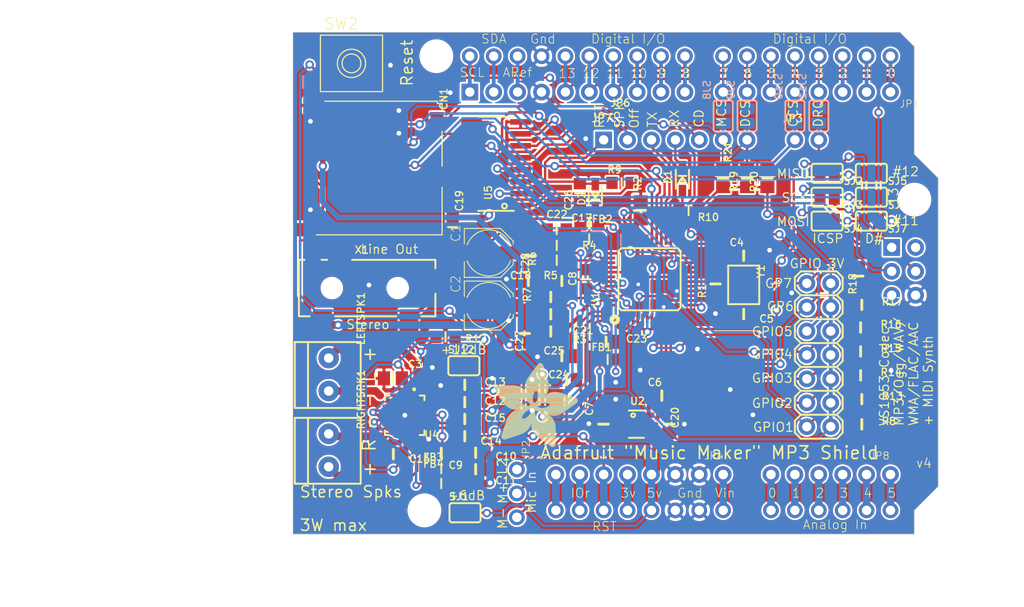
<source format=kicad_pcb>
(kicad_pcb (version 20171130) (host pcbnew 5.1.10-88a1d61d58~88~ubuntu18.04.1)
  (layers (0 Top signal) (31 Bottom signal) (34 B.Paste user) (35 F.Paste user) (36 B.SilkS user) (37 F.SilkS user) (38 B.Mask user) (39 F.Mask user) (44 Edge.Cuts user))
  (net 0 "")
  (net 1 1.8V)
  (net 2 3.3V)
  (net 3 GND)
  (net 4 AVDD)
  (net 5 AGND)
  (net 6 +5V)
  (net 7 /LINE2)
  (net 8 /LEFT)
  (net 9 "Net-(C17-Pad1)")
  (net 10 /GBUF)
  (net 11 /RIGHT)
  (net 12 /GPIO4)
  (net 13 /GPIO1)
  (net 14 /GPIO0)
  (net 15 /MISO)
  (net 16 /MOSI_3V)
  (net 17 /SCLK_3V)
  (net 18 /TX)
  (net 19 /RX)
  (net 20 /GPIO5)
  (net 21 /CS_3V)
  (net 22 "Net-(C4-Pad1)")
  (net 23 "Net-(C5-Pad1)")
  (net 24 /CLKOUT)
  (net 25 /XDCS_3V)
  (net 26 /GPIO7)
  (net 27 /GPIO6)
  (net 28 /GPIO3)
  (net 29 /GPIO2)
  (net 30 /DREQ)
  (net 31 /RST_3V)
  (net 32 /MICN)
  (net 33 /MICP)
  (net 34 "Net-(CN1-Pad1)")
  (net 35 /SDCS_3V)
  (net 36 "Net-(CN1-Pad8)")
  (net 37 "Net-(CN1-PadCD2)")
  (net 38 /SD_DETECT)
  (net 39 "Net-(C21-Pad1)")
  (net 40 "Net-(C22-Pad1)")
  (net 41 /RST_5V)
  (net 42 "Net-(C1-Pad+)")
  (net 43 "Net-(C2-Pad+)")
  (net 44 /RX_5V)
  (net 45 /R_LINEOUT)
  (net 46 /L_LINEOUT)
  (net 47 "Net-(U$41-PadRESET_ICSP)")
  (net 48 "Net-(U$41-Pad5V_ICSP)")
  (net 49 "Net-(SJ2-Pad1)")
  (net 50 "Net-(SJ3-Pad1)")
  (net 51 "Net-(SJ4-Pad1)")
  (net 52 "Net-(JP4-Pad8)")
  (net 53 "Net-(JP4-Pad7)")
  (net 54 "Net-(JP6-Pad1)")
  (net 55 "Net-(JP6-Pad2)")
  (net 56 /~RESET)
  (net 57 "Net-(JP4-Pad5)")
  (net 58 "Net-(JP4-Pad1)")
  (net 59 "Net-(JP8-Pad1)")
  (net 60 "Net-(JP8-Pad2)")
  (net 61 "Net-(JP8-Pad3)")
  (net 62 "Net-(JP8-Pad4)")
  (net 63 "Net-(JP8-Pad5)")
  (net 64 "Net-(JP6-Pad3)")
  (net 65 /D13)
  (net 66 /D12)
  (net 67 /D11)
  (net 68 /D10)
  (net 69 /D9)
  (net 70 /D8)
  (net 71 "Net-(JP1-Pad1)")
  (net 72 "Net-(JP1-Pad2)")
  (net 73 "Net-(JP1-Pad3)")
  (net 74 "Net-(JP1-Pad8)")
  (net 75 "Net-(JP1-Pad7)")
  (net 76 "Net-(JP1-Pad6)")
  (net 77 "Net-(JP1-Pad5)")
  (net 78 "Net-(JP8-Pad6)")
  (net 79 "Net-(JP1-Pad4)")
  (net 80 /GAIN0)
  (net 81 /OUT-R-P)
  (net 82 "Net-(C12-Pad2)")
  (net 83 "Net-(C10-Pad2)")
  (net 84 "Net-(C15-Pad2)")
  (net 85 "Net-(C14-Pad2)")
  (net 86 /OUT-R-N)
  (net 87 "Net-(U4-Pad10)")
  (net 88 "Net-(C9-Pad1)")
  (net 89 /SHUTDOWN)
  (net 90 "Net-(U4-Pad6)")
  (net 91 /OUT-L-N)
  (net 92 /OUT-L-P)
  (net 93 "Net-(SJ12-Pad1)")
  (net 94 "Net-(C13-Pad2)")
  (net 95 /SCLK_5V)
  (net 96 /MOSI_5V)
  (net 97 /XDCS_5V)
  (net 98 /SDCS_5V)
  (net 99 /CS_5V)
  (net 100 "Net-(C18-Pad1)")
  (module "" (layer Top) (at 129.4511 80.8736)
    (fp_text reference @HOLE0 hide)
    (fp_text value "" (at 0 0) (layer F.SilkS) (effects (font (size 1.27 1.27))))
    (pad "" np_thru_hole circle (at 0 0) (size 3.2 3.2) (drill 3.2) (layers *.Cu *.Mask))
  )
  (module "" (layer Top) (at 128.1811 129.1336)
    (fp_text reference @HOLE1 hide)
    (fp_text value "" (at 0 0) (layer F.SilkS) (effects (font (size 1.27 1.27))))
    (pad "" np_thru_hole circle (at 0 0) (size 3.2 3.2) (drill 3.2) (layers *.Cu *.Mask))
  )
  (module "" (layer Top) (at 180.2511 96.1136)
    (fp_text reference @HOLE2 hide)
    (fp_text value "" (at 0 0) (layer F.SilkS) (effects (font (size 1.27 1.27))))
    (pad "" np_thru_hole circle (at 0 0) (size 3.2 3.2) (drill 3.2) (layers *.Cu *.Mask))
  )
  (module Adafruit-Music-Maker-MP3-Shield:LQFP48 (layer Top) (at 152.1111 104.5736 90)
    (fp_text reference U1 (at -2.974 -5.3001 90) (layer F.SilkS) (effects (font (size 0.77216 0.77216) (thickness 0.138988)) (justify left bottom)))
    (fp_text value VS1053B)
    (pad 48 smd rect (at -2.75 -4.2 90) (size 0.28 1.1) (layers Top F.Paste F.Mask) (net 7 /LINE2))
    (pad 47 smd rect (at -2.25 -4.2 90) (size 0.285 1.1) (layers Top F.Paste F.Mask) (net 5 AGND))
    (pad 46 smd rect (at -1.75 -4.2 90) (size 0.285 1.1) (layers Top F.Paste F.Mask) (net 8 /LEFT))
    (pad 45 smd rect (at -1.25 -4.2 90) (size 0.285 1.1) (layers Top F.Paste F.Mask) (net 4 AVDD))
    (pad 44 smd rect (at -0.75 -4.2 90) (size 0.285 1.1) (layers Top F.Paste F.Mask) (net 9 "Net-(C17-Pad1)"))
    (pad 43 smd rect (at -0.25 -4.2 90) (size 0.285 1.1) (layers Top F.Paste F.Mask) (net 4 AVDD))
    (pad 42 smd rect (at 0.25 -4.2 90) (size 0.285 1.1) (layers Top F.Paste F.Mask) (net 10 /GBUF))
    (pad 41 smd rect (at 0.75 -4.2 90) (size 0.285 1.1) (layers Top F.Paste F.Mask) (net 5 AGND))
    (pad 40 smd rect (at 1.25 -4.2 90) (size 0.285 1.1) (layers Top F.Paste F.Mask) (net 5 AGND))
    (pad 39 smd rect (at 1.75 -4.2 90) (size 0.285 1.1) (layers Top F.Paste F.Mask) (net 11 /RIGHT))
    (pad 38 smd rect (at 2.25 -4.2 90) (size 0.285 1.1) (layers Top F.Paste F.Mask) (net 4 AVDD))
    (pad 37 smd rect (at 2.75 -4.2 90) (size 0.285 1.1) (layers Top F.Paste F.Mask) (net 5 AGND))
    (pad 36 smd rect (at 4.2 -2.75 90) (size 1.1 0.285) (layers Top F.Paste F.Mask) (net 12 /GPIO4))
    (pad 35 smd rect (at 4.2 -2.25 90) (size 1.1 0.285) (layers Top F.Paste F.Mask) (net 3 GND))
    (pad 34 smd rect (at 4.2 -1.75 90) (size 1.1 0.285) (layers Top F.Paste F.Mask) (net 13 /GPIO1))
    (pad 33 smd rect (at 4.2 -1.25 90) (size 1.1 0.285) (layers Top F.Paste F.Mask) (net 14 /GPIO0))
    (pad 32 smd rect (at 4.2 -0.75 90) (size 1.1 0.285) (layers Top F.Paste F.Mask) (net 2 3.3V))
    (pad 31 smd rect (at 4.2 -0.25 90) (size 1.1 0.285) (layers Top F.Paste F.Mask) (net 1 1.8V))
    (pad 30 smd rect (at 4.2 0.25 90) (size 1.1 0.285) (layers Top F.Paste F.Mask) (net 15 /MISO))
    (pad 29 smd rect (at 4.2 0.75 90) (size 1.1 0.285) (layers Top F.Paste F.Mask) (net 16 /MOSI_3V))
    (pad 28 smd rect (at 4.2 1.25 90) (size 1.1 0.285) (layers Top F.Paste F.Mask) (net 17 /SCLK_3V))
    (pad 27 smd rect (at 4.2 1.75 90) (size 1.1 0.285) (layers Top F.Paste F.Mask) (net 18 /TX))
    (pad 26 smd rect (at 4.2 2.25 90) (size 1.1 0.285) (layers Top F.Paste F.Mask) (net 19 /RX))
    (pad 25 smd rect (at 4.2 2.75 90) (size 1.1 0.285) (layers Top F.Paste F.Mask) (net 20 /GPIO5))
    (pad 24 smd rect (at 2.75 4.2 90) (size 0.285 1.1) (layers Top F.Paste F.Mask) (net 1 1.8V))
    (pad 23 smd rect (at 2.25 4.2 90) (size 0.285 1.1) (layers Top F.Paste F.Mask) (net 21 /CS_3V))
    (pad 22 smd rect (at 1.75 4.2 90) (size 0.285 1.1) (layers Top F.Paste F.Mask) (net 3 GND))
    (pad 21 smd rect (at 1.25 4.2 90) (size 0.285 1.1) (layers Top F.Paste F.Mask) (net 3 GND))
    (pad 20 smd rect (at 0.75 4.2 90) (size 0.285 1.1) (layers Top F.Paste F.Mask) (net 3 GND))
    (pad 19 smd rect (at 0.25 4.2 90) (size 0.285 1.1) (layers Top F.Paste F.Mask) (net 2 3.3V))
    (pad 18 smd rect (at -0.25 4.2 90) (size 0.285 1.1) (layers Top F.Paste F.Mask) (net 22 "Net-(C4-Pad1)"))
    (pad 17 smd rect (at -0.75 4.2 90) (size 0.285 1.1) (layers Top F.Paste F.Mask) (net 23 "Net-(C5-Pad1)"))
    (pad 16 smd rect (at -1.25 4.2 90) (size 0.285 1.1) (layers Top F.Paste F.Mask) (net 3 GND))
    (pad 15 smd rect (at -1.75 4.2 90) (size 0.285 1.1) (layers Top F.Paste F.Mask) (net 24 /CLKOUT))
    (pad 14 smd rect (at -2.25 4.2 90) (size 0.285 1.1) (layers Top F.Paste F.Mask) (net 2 3.3V))
    (pad 13 smd rect (at -2.75 4.2 90) (size 0.285 1.1) (layers Top F.Paste F.Mask) (net 25 /XDCS_3V))
    (pad 12 smd rect (at -4.2 2.75 90) (size 1.1 0.285) (layers Top F.Paste F.Mask) (net 26 /GPIO7))
    (pad 11 smd rect (at -4.2 2.25 90) (size 1.1 0.285) (layers Top F.Paste F.Mask) (net 27 /GPIO6))
    (pad 10 smd rect (at -4.2 1.75 90) (size 1.1 0.285) (layers Top F.Paste F.Mask) (net 28 /GPIO3))
    (pad 9 smd rect (at -4.2 1.25 90) (size 1.1 0.285) (layers Top F.Paste F.Mask) (net 29 /GPIO2))
    (pad 8 smd rect (at -4.2 0.75 90) (size 1.1 0.285) (layers Top F.Paste F.Mask) (net 30 /DREQ))
    (pad 7 smd rect (at -4.2 0.25 90) (size 1.1 0.285) (layers Top F.Paste F.Mask) (net 1 1.8V))
    (pad 6 smd rect (at -4.2 -0.25 90) (size 1.1 0.285) (layers Top F.Paste F.Mask) (net 2 3.3V))
    (pad 5 smd rect (at -4.2 -0.75 90) (size 1.1 0.285) (layers Top F.Paste F.Mask) (net 1 1.8V))
    (pad 4 smd rect (at -4.2 -1.25 90) (size 1.1 0.285) (layers Top F.Paste F.Mask) (net 3 GND))
    (pad 3 smd rect (at -4.2 -1.75 90) (size 1.1 0.285) (layers Top F.Paste F.Mask) (net 31 /RST_3V))
    (pad 2 smd rect (at -4.2 -2.25 90) (size 1.1 0.285) (layers Top F.Paste F.Mask) (net 32 /MICN))
    (pad 1 smd rect (at -4.2 -2.75 90) (size 1.1 0.285) (layers Top F.Paste F.Mask) (net 33 /MICP))
  )
  (module Adafruit-Music-Maker-MP3-Shield:SOT23-6 (layer Top) (at 150.7111 119.9736 270)
    (fp_text reference U2 (at -2 0.749) (layer F.SilkS) (effects (font (size 0.77216 0.77216) (thickness 0.138988)) (justify left bottom)))
    (fp_text value AP7312-1833W6-7)
    (pad 6 smd rect (at -0.95 -1.3 270) (size 0.55 1.2) (layers Top F.Paste F.Mask) (net 1 1.8V))
    (pad 5 smd rect (at 0 -1.3 270) (size 0.55 1.2) (layers Top F.Paste F.Mask) (net 6 +5V))
    (pad 4 smd rect (at 0.95 -1.3 270) (size 0.55 1.2) (layers Top F.Paste F.Mask) (net 6 +5V))
    (pad 3 smd rect (at 0.95 1.3 270) (size 0.55 1.2) (layers Top F.Paste F.Mask) (net 6 +5V))
    (pad 2 smd rect (at 0 1.3 270) (size 0.55 1.2) (layers Top F.Paste F.Mask) (net 3 GND))
    (pad 1 smd rect (at -0.95 1.3 270) (size 0.55 1.2) (layers Top F.Paste F.Mask) (net 2 3.3V))
  )
  (module Adafruit-Music-Maker-MP3-Shield:MICROSD (layer Top) (at 129.9591 85.7076 270)
    (fp_text reference CN1 (at 0.96 -0.73 90) (layer F.SilkS) (effects (font (size 0.77216 0.77216) (thickness 0.138988)) (justify left bottom)))
    (fp_text value 2908-05WB-M6)
    (pad 1 smd rect (at 9 10.64 270) (size 0.7 1.5) (layers Top F.Paste F.Mask) (net 34 "Net-(CN1-Pad1)"))
    (pad 2 smd rect (at 7.9 10.24 270) (size 0.7 1.5) (layers Top F.Paste F.Mask) (net 35 /SDCS_3V))
    (pad 3 smd rect (at 6.8 10.64 270) (size 0.7 1.5) (layers Top F.Paste F.Mask) (net 16 /MOSI_3V))
    (pad 4 smd rect (at 5.7 11.04 270) (size 0.7 1.5) (layers Top F.Paste F.Mask) (net 2 3.3V))
    (pad 5 smd rect (at 4.6 10.64 270) (size 0.7 1.5) (layers Top F.Paste F.Mask) (net 17 /SCLK_3V))
    (pad 6 smd rect (at 3.5 11.04 270) (size 0.7 1.5) (layers Top F.Paste F.Mask) (net 3 GND))
    (pad 7 smd rect (at 2.4 10.64 270) (size 0.7 1.5) (layers Top F.Paste F.Mask) (net 15 /MISO))
    (pad 8 smd rect (at 1.3 10.64 270) (size 0.7 1.5) (layers Top F.Paste F.Mask) (net 36 "Net-(CN1-Pad8)"))
    (pad CD2 smd rect (at 8 0.44) (size 1.4 1.8) (layers Top F.Paste F.Mask) (net 37 "Net-(CN1-PadCD2)"))
    (pad CD1 smd rect (at 2 0.44) (size 1.4 1.8) (layers Top F.Paste F.Mask) (net 38 /SD_DETECT))
    (pad MT2 smd rect (at 13.6 14.44 270) (size 1.4 1.9) (layers Top F.Paste F.Mask) (net 3 GND))
    (pad MT1 smd rect (at 0.4 13.54 270) (size 1.4 1.9) (layers Top F.Paste F.Mask) (net 3 GND))
  )
  (module Adafruit-Music-Maker-MP3-Shield:_0805MP (layer Top) (at 147.6541 113.1006)
    (fp_text reference FB1 (at -1.8125 -0.8475) (layer F.SilkS) (effects (font (size 0.77216 0.77216) (thickness 0.138988)) (justify left bottom)))
    (fp_text value FERITTE)
    (pad 2 smd rect (at 1.016 0) (size 1.2 1.3) (layers Top F.Paste F.Mask) (net 4 AVDD))
    (pad 1 smd rect (at -1.016 0) (size 1.2 1.3) (layers Top F.Paste F.Mask) (net 2 3.3V))
  )
  (module Adafruit-Music-Maker-MP3-Shield:_0805MP (layer Top) (at 145.6921 100.3006 180)
    (fp_text reference FB2 (at -0.2125 1.6525) (layer F.SilkS) (effects (font (size 0.77216 0.77216) (thickness 0.138988)) (justify left bottom)))
    (fp_text value FERITTE)
    (pad 2 smd rect (at 1.016 0 180) (size 1.2 1.3) (layers Top F.Paste F.Mask) (net 5 AGND))
    (pad 1 smd rect (at -1.016 0 180) (size 1.2 1.3) (layers Top F.Paste F.Mask) (net 3 GND))
  )
  (module Adafruit-Music-Maker-MP3-Shield:CRYSTAL_3.2X2.5 (layer Top) (at 162.1111 105.1736 90)
    (fp_text reference Y1 (at 0.632 2.278 90) (layer F.SilkS) (effects (font (size 0.77216 0.77216) (thickness 0.138988)) (justify left bottom)))
    (fp_text value ABM8G-12.288MHZ-4Y-T3)
    (pad GND2 smd rect (at 1.1 0.8 90) (size 1.4 1.2) (layers Top F.Paste F.Mask))
    (pad 1 smd rect (at -1.1 0.8 90) (size 1.4 1.2) (layers Top F.Paste F.Mask) (net 23 "Net-(C5-Pad1)"))
    (pad 2 smd rect (at 1.1 -0.8 90) (size 1.4 1.2) (layers Top F.Paste F.Mask) (net 22 "Net-(C4-Pad1)"))
    (pad GND1 smd rect (at -1.1 -0.8 90) (size 1.4 1.2) (layers Top F.Paste F.Mask))
  )
  (module Adafruit-Music-Maker-MP3-Shield:0805-NO (layer Top) (at 162.1111 102.0736)
    (fp_text reference C4 (at -1.5875 -0.9525) (layer F.SilkS) (effects (font (size 0.77216 0.77216) (thickness 0.138988)) (justify left bottom)))
    (fp_text value 15pF)
    (pad 2 smd rect (at 0.95 0) (size 1.3 1.5) (layers Top F.Paste F.Mask) (net 3 GND))
    (pad 1 smd rect (at -0.95 0) (size 1.3 1.5) (layers Top F.Paste F.Mask) (net 22 "Net-(C4-Pad1)"))
  )
  (module Adafruit-Music-Maker-MP3-Shield:0805-NO (layer Top) (at 162.1111 108.2736 180)
    (fp_text reference C5 (at -1.5875 -0.9525) (layer F.SilkS) (effects (font (size 0.77216 0.77216) (thickness 0.138988)) (justify left bottom)))
    (fp_text value 15pF)
    (pad 2 smd rect (at 0.95 0 180) (size 1.3 1.5) (layers Top F.Paste F.Mask) (net 3 GND))
    (pad 1 smd rect (at -0.95 0 180) (size 1.3 1.5) (layers Top F.Paste F.Mask) (net 23 "Net-(C5-Pad1)"))
  )
  (module Adafruit-Music-Maker-MP3-Shield:0805-NO (layer Top) (at 159.1111 105.0736 90)
    (fp_text reference R1 (at -1.5875 -0.9525 90) (layer F.SilkS) (effects (font (size 0.77216 0.77216) (thickness 0.138988)) (justify left bottom)))
    (fp_text value 1M)
    (pad 2 smd rect (at 0.95 0 90) (size 1.3 1.5) (layers Top F.Paste F.Mask) (net 22 "Net-(C4-Pad1)"))
    (pad 1 smd rect (at -0.95 0 90) (size 1.3 1.5) (layers Top F.Paste F.Mask) (net 23 "Net-(C5-Pad1)"))
  )
  (module Adafruit-Music-Maker-MP3-Shield:0805-NO (layer Top) (at 153.4111 116.9356)
    (fp_text reference C6 (at -1.5875 -0.9525) (layer F.SilkS) (effects (font (size 0.77216 0.77216) (thickness 0.138988)) (justify left bottom)))
    (fp_text value 10µF)
    (pad 2 smd rect (at 0.95 0) (size 1.3 1.5) (layers Top F.Paste F.Mask) (net 3 GND))
    (pad 1 smd rect (at -0.95 0) (size 1.3 1.5) (layers Top F.Paste F.Mask) (net 1 1.8V))
  )
  (module Adafruit-Music-Maker-MP3-Shield:0805-NO (layer Top) (at 147.2111 119.9736 270)
    (fp_text reference C7 (at -0.8125 1.0525 90) (layer F.SilkS) (effects (font (size 0.77216 0.77216) (thickness 0.138988)) (justify left bottom)))
    (fp_text value 10µF)
    (pad 2 smd rect (at 0.95 0 270) (size 1.3 1.5) (layers Top F.Paste F.Mask) (net 3 GND))
    (pad 1 smd rect (at -0.95 0 270) (size 1.3 1.5) (layers Top F.Paste F.Mask) (net 2 3.3V))
  )
  (module Adafruit-Music-Maker-MP3-Shield:_0805MP (layer Top) (at 145.3381 104.5736 90)
    (fp_text reference C8 (at -0.7875 -0.9525 90) (layer F.SilkS) (effects (font (size 0.77216 0.77216) (thickness 0.138988)) (justify left bottom)))
    (fp_text value 0.1µF)
    (pad 2 smd rect (at 1.016 0 90) (size 1.2 1.3) (layers Top F.Paste F.Mask) (net 5 AGND))
    (pad 1 smd rect (at -1.016 0 90) (size 1.2 1.3) (layers Top F.Paste F.Mask) (net 4 AVDD))
  )
  (module Adafruit-Music-Maker-MP3-Shield:_0805MP (layer Top) (at 131.1911 99.0416 270)
    (fp_text reference C19 (at -1.5875 -1.1525 90) (layer F.SilkS) (effects (font (size 0.77216 0.77216) (thickness 0.138988)) (justify left bottom)))
    (fp_text value 10µF)
    (pad 2 smd rect (at 1.016 0 270) (size 1.2 1.3) (layers Top F.Paste F.Mask) (net 3 GND))
    (pad 1 smd rect (at -1.016 0 270) (size 1.2 1.3) (layers Top F.Paste F.Mask) (net 2 3.3V))
  )
  (module Adafruit-Music-Maker-MP3-Shield:0805-NO (layer Top) (at 154.2111 119.9736 90)
    (fp_text reference C20 (at -0.5125 1.0525 90) (layer F.SilkS) (effects (font (size 0.77216 0.77216) (thickness 0.138988)) (justify left bottom)))
    (fp_text value 10µF)
    (pad 2 smd rect (at 0.95 0 90) (size 1.3 1.5) (layers Top F.Paste F.Mask) (net 3 GND))
    (pad 1 smd rect (at -0.95 0 90) (size 1.3 1.5) (layers Top F.Paste F.Mask) (net 6 +5V))
  )
  (module Adafruit-Music-Maker-MP3-Shield:0805-NO (layer Top) (at 141.6111 108.2896 180)
    (fp_text reference R3 (at -2.2125 -3.1475) (layer F.SilkS) (effects (font (size 0.77216 0.77216) (thickness 0.138988)) (justify left bottom)))
    (fp_text value 22)
    (pad 2 smd rect (at 0.95 0 180) (size 1.3 1.5) (layers Top F.Paste F.Mask) (net 39 "Net-(C21-Pad1)"))
    (pad 1 smd rect (at -0.95 0 180) (size 1.3 1.5) (layers Top F.Paste F.Mask) (net 8 /LEFT))
  )
  (module Adafruit-Music-Maker-MP3-Shield:_0805MP (layer Top) (at 142.2461 100.9846 180)
    (fp_text reference R4 (at -2.6125 -0.4475) (layer F.SilkS) (effects (font (size 0.77216 0.77216) (thickness 0.138988)) (justify left bottom)))
    (fp_text value 22)
    (pad 2 smd rect (at 1.016 0 180) (size 1.2 1.3) (layers Top F.Paste F.Mask) (net 40 "Net-(C22-Pad1)"))
    (pad 1 smd rect (at -1.016 0 180) (size 1.2 1.3) (layers Top F.Paste F.Mask) (net 11 /RIGHT))
  )
  (module Adafruit-Music-Maker-MP3-Shield:0805-NO (layer Top) (at 141.6111 110.1166)
    (fp_text reference C21 (at 2.2125 0.3475) (layer F.SilkS) (effects (font (size 0.77216 0.77216) (thickness 0.138988)) (justify left bottom)))
    (fp_text value 0.01uF)
    (pad 2 smd rect (at 0.95 0) (size 1.3 1.5) (layers Top F.Paste F.Mask) (net 5 AGND))
    (pad 1 smd rect (at -0.95 0) (size 1.3 1.5) (layers Top F.Paste F.Mask) (net 39 "Net-(C21-Pad1)"))
  )
  (module Adafruit-Music-Maker-MP3-Shield:_0805MP (layer Top) (at 142.2461 99.2846)
    (fp_text reference C22 (at -1.1875 -1.1525) (layer F.SilkS) (effects (font (size 0.77216 0.77216) (thickness 0.138988)) (justify left bottom)))
    (fp_text value 0.01uF)
    (pad 2 smd rect (at 1.016 0) (size 1.2 1.3) (layers Top F.Paste F.Mask) (net 5 AGND))
    (pad 1 smd rect (at -1.016 0) (size 1.2 1.3) (layers Top F.Paste F.Mask) (net 40 "Net-(C22-Pad1)"))
  )
  (module Adafruit-Music-Maker-MP3-Shield:_0805MP (layer Top) (at 144.7041 95.4366 270)
    (fp_text reference C26 (at 1.9125 0.7475 90) (layer F.SilkS) (effects (font (size 0.77216 0.77216) (thickness 0.138988)) (justify left bottom)))
    (fp_text value 0.1µF)
    (pad 2 smd rect (at 1.016 0 270) (size 1.2 1.3) (layers Top F.Paste F.Mask) (net 3 GND))
    (pad 1 smd rect (at -1.016 0 270) (size 1.2 1.3) (layers Top F.Paste F.Mask) (net 41 /RST_5V))
  )
  (module Adafruit-Music-Maker-MP3-Shield:_0805MP (layer Top) (at 142.2461 102.5576)
    (fp_text reference R6 (at -2.1525 0.6875 90) (layer F.SilkS) (effects (font (size 0.77216 0.77216) (thickness 0.138988)) (justify left bottom)))
    (fp_text value 100)
    (pad 2 smd rect (at 1.016 0) (size 1.2 1.3) (layers Top F.Paste F.Mask) (net 11 /RIGHT))
    (pad 1 smd rect (at -1.016 0) (size 1.2 1.3) (layers Top F.Paste F.Mask) (net 42 "Net-(C1-Pad+)"))
  )
  (module Adafruit-Music-Maker-MP3-Shield:0805-NO (layer Top) (at 141.6111 106.4626)
    (fp_text reference R7 (at -2.0525 0.5875 90) (layer F.SilkS) (effects (font (size 0.77216 0.77216) (thickness 0.138988)) (justify left bottom)))
    (fp_text value 100)
    (pad 2 smd rect (at 0.95 0) (size 1.3 1.5) (layers Top F.Paste F.Mask) (net 8 /LEFT))
    (pad 1 smd rect (at -0.95 0) (size 1.3 1.5) (layers Top F.Paste F.Mask) (net 43 "Net-(C2-Pad+)"))
  )
  (module Adafruit-Music-Maker-MP3-Shield:SOD-323 (layer Top) (at 155.6001 93.9466 270)
    (fp_text reference D1 (at 0.6 1.1 90) (layer F.SilkS) (effects (font (size 0.77216 0.77216) (thickness 0.138988)) (justify left bottom)))
    (fp_text value 1N4148)
    (pad A smd rect (at 1.27 0 270) (size 1.35 0.8) (layers Top F.Paste F.Mask) (net 19 /RX))
    (pad C smd rect (at -1.27 0 270) (size 1.35 0.8) (layers Top F.Paste F.Mask) (net 44 /RX_5V))
  )
  (module Adafruit-Music-Maker-MP3-Shield:_0805MP (layer Top) (at 156.2561 97.2656)
    (fp_text reference R10 (at 0.8875 1.17) (layer F.SilkS) (effects (font (size 0.77216 0.77216) (thickness 0.138988)) (justify left bottom)))
    (fp_text value 10K)
    (pad 2 smd rect (at 1.016 0) (size 1.2 1.3) (layers Top F.Paste F.Mask) (net 2 3.3V))
    (pad 1 smd rect (at -1.016 0) (size 1.2 1.3) (layers Top F.Paste F.Mask) (net 19 /RX))
  )
  (module Adafruit-Music-Maker-MP3-Shield:PANASONIC_C (layer Top) (at 135.0221 101.7736)
    (fp_text reference C1 (at -2.95 -1.1 90) (layer F.SilkS) (effects (font (size 0.9652 0.9652) (thickness 0.077216)) (justify left bottom)))
    (fp_text value 220uF)
    (pad + smd rect (at 2.05 0) (size 2.6 1.4) (layers Top F.Paste F.Mask) (net 42 "Net-(C1-Pad+)"))
    (pad - smd rect (at -2.05 0) (size 2.6 1.4) (layers Top F.Paste F.Mask) (net 45 /R_LINEOUT))
  )
  (module Adafruit-Music-Maker-MP3-Shield:PANASONIC_C (layer Top) (at 135.0221 107.3736)
    (fp_text reference C2 (at -2.95 -1.3 90) (layer F.SilkS) (effects (font (size 0.9652 0.9652) (thickness 0.077216)) (justify left bottom)))
    (fp_text value 220uF)
    (pad + smd rect (at 2.05 0) (size 2.6 1.4) (layers Top F.Paste F.Mask) (net 43 "Net-(C2-Pad+)"))
    (pad - smd rect (at -2.05 0) (size 2.6 1.4) (layers Top F.Paste F.Mask) (net 46 /L_LINEOUT))
  )
  (module Adafruit-Music-Maker-MP3-Shield:ARDUINOR3_ICSP (layer Top) (at 114.2111 131.6736)
    (fp_text reference U$41 hide)
    (fp_text value ARDUINO_R3_ICSP hide)
    (fp_line (start 0 0) (end 66.04 0) (layer Edge.Cuts) (width 0.05))
    (fp_line (start 66.04 0) (end 66.04 -2.54) (layer Edge.Cuts) (width 0.05))
    (fp_line (start 66.04 -2.54) (end 68.58 -5.08) (layer Edge.Cuts) (width 0.05))
    (fp_line (start 68.58 -5.08) (end 68.58 -37.846) (layer Edge.Cuts) (width 0.05))
    (fp_line (start 68.58 -37.846) (end 66.04 -40.386) (layer Edge.Cuts) (width 0.05))
    (fp_line (start 66.04 -40.386) (end 66.04 -51.816) (layer Edge.Cuts) (width 0.05))
    (fp_line (start 66.04 -51.816) (end 64.516 -53.34) (layer Edge.Cuts) (width 0.05))
    (fp_line (start 64.516 -53.34) (end 0 -53.34) (layer Edge.Cuts) (width 0.05))
    (fp_line (start 0 -53.34) (end 0 0) (layer Edge.Cuts) (width 0.05))
    (fp_text user IOr (at 29.4539 -3.81) (layer F.SilkS) (effects (font (size 0.9652 0.9652) (thickness 0.08128)) (justify left bottom)))
    (fp_text user SDA (at 19.939 -52.07) (layer F.SilkS) (effects (font (size 0.9652 0.9652) (thickness 0.08128)) (justify left bottom)))
    (fp_text user SCL (at 17.653 -48.514) (layer F.SilkS) (effects (font (size 0.9652 0.9652) (thickness 0.08128)) (justify left bottom)))
    (fp_text user "Digital I/O" (at 50.927 -52.07) (layer F.SilkS) (effects (font (size 0.9652 0.9652) (thickness 0.08128)) (justify left bottom)))
    (fp_text user "Digital I/O" (at 31.623 -52.07) (layer F.SilkS) (effects (font (size 0.9652 0.9652) (thickness 0.08128)) (justify left bottom)))
    (fp_text user 0 (at 64.135 -49.53) (layer F.SilkS) (effects (font (size 0.9652 0.9652) (thickness 0.08128)) (justify right top)))
    (fp_text user 1 (at 61.595 -49.53) (layer F.SilkS) (effects (font (size 0.9652 0.9652) (thickness 0.08128)) (justify right top)))
    (fp_text user 2 (at 59.055 -49.53) (layer F.SilkS) (effects (font (size 0.9652 0.9652) (thickness 0.08128)) (justify right top)))
    (fp_text user 3 (at 56.515 -49.53) (layer F.SilkS) (effects (font (size 0.9652 0.9652) (thickness 0.08128)) (justify right top)))
    (fp_text user 4 (at 53.975 -49.53) (layer F.SilkS) (effects (font (size 0.9652 0.9652) (thickness 0.08128)) (justify right top)))
    (fp_text user 5 (at 51.435 -49.53) (layer F.SilkS) (effects (font (size 0.9652 0.9652) (thickness 0.08128)) (justify right top)))
    (fp_text user 6 (at 48.895 -49.53) (layer F.SilkS) (effects (font (size 0.9652 0.9652) (thickness 0.08128)) (justify right top)))
    (fp_text user 7 (at 46.355 -49.53) (layer F.SilkS) (effects (font (size 0.9652 0.9652) (thickness 0.08128)) (justify right top)))
    (fp_text user 8 (at 42.291 -49.53) (layer F.SilkS) (effects (font (size 0.9652 0.9652) (thickness 0.08128)) (justify right top)))
    (fp_text user 9 (at 39.751 -49.53) (layer F.SilkS) (effects (font (size 0.9652 0.9652) (thickness 0.08128)) (justify right top)))
    (fp_text user 10 (at 37.719 -49.53) (layer F.SilkS) (effects (font (size 0.9652 0.9652) (thickness 0.08128)) (justify right top)))
    (fp_text user 11 (at 35.179 -49.53) (layer F.SilkS) (effects (font (size 0.9652 0.9652) (thickness 0.08128)) (justify right top)))
    (fp_text user 12 (at 32.639 -49.53) (layer F.SilkS) (effects (font (size 0.9652 0.9652) (thickness 0.08128)) (justify right top)))
    (fp_text user 13 (at 30.099 -49.53) (layer F.SilkS) (effects (font (size 0.9652 0.9652) (thickness 0.08128)) (justify right top)))
    (fp_text user Gnd (at 25.146 -52.07) (layer F.SilkS) (effects (font (size 0.9652 0.9652) (thickness 0.08128)) (justify left bottom)))
    (fp_text user ARef (at 22.225 -48.514) (layer F.SilkS) (effects (font (size 0.9652 0.9652) (thickness 0.08128)) (justify left bottom)))
    (fp_text user 5 (at 63.119 -3.81) (layer F.SilkS) (effects (font (size 0.9652 0.9652) (thickness 0.08128)) (justify left bottom)))
    (fp_text user 4 (at 60.579 -3.81) (layer F.SilkS) (effects (font (size 0.9652 0.9652) (thickness 0.08128)) (justify left bottom)))
    (fp_text user 3 (at 58.039 -3.81) (layer F.SilkS) (effects (font (size 0.9652 0.9652) (thickness 0.08128)) (justify left bottom)))
    (fp_text user 2 (at 55.499 -3.81) (layer F.SilkS) (effects (font (size 0.9652 0.9652) (thickness 0.08128)) (justify left bottom)))
    (fp_text user 1 (at 52.959 -3.81) (layer F.SilkS) (effects (font (size 0.9652 0.9652) (thickness 0.08128)) (justify left bottom)))
    (fp_text user 0 (at 50.419 -3.81) (layer F.SilkS) (effects (font (size 0.9652 0.9652) (thickness 0.08128)) (justify left bottom)))
    (fp_text user "Analog In" (at 54.1121 -0.4623) (layer F.SilkS) (effects (font (size 0.9652 0.9652) (thickness 0.08128)) (justify left bottom)))
    (fp_text user Vin (at 44.7853 -3.81) (layer F.SilkS) (effects (font (size 0.9652 0.9652) (thickness 0.08128)) (justify left bottom)))
    (fp_text user Gnd (at 40.7771 -3.81) (layer F.SilkS) (effects (font (size 0.9652 0.9652) (thickness 0.08128)) (justify left bottom)))
    (fp_text user 5v (at 37.5463 -3.81) (layer F.SilkS) (effects (font (size 0.9652 0.9652) (thickness 0.08128)) (justify left bottom)))
    (fp_text user 3v (at 34.7523 -3.81) (layer F.SilkS) (effects (font (size 0.9652 0.9652) (thickness 0.08128)) (justify left bottom)))
    (fp_text user RST (at 31.7399 -0.254) (layer F.SilkS) (effects (font (size 0.9652 0.9652) (thickness 0.08128)) (justify left bottom)))
    (pad RESET_ICSP thru_hole circle (at 63.627 -25.4) (size 1.778 1.778) (drill 1) (layers *.Cu *.Mask) (net 47 "Net-(U$41-PadRESET_ICSP)"))
    (pad GND@3 thru_hole circle (at 66.167 -25.4) (size 1.778 1.778) (drill 1) (layers *.Cu *.Mask) (net 3 GND))
    (pad 5V_ICSP thru_hole circle (at 66.167 -30.48) (size 1.778 1.778) (drill 1) (layers *.Cu *.Mask) (net 48 "Net-(U$41-Pad5V_ICSP)"))
    (pad MISO thru_hole rect (at 63.627 -30.48) (size 1.778 1.778) (drill 1) (layers *.Cu *.Mask) (net 49 "Net-(SJ2-Pad1)"))
    (pad SCK thru_hole circle (at 63.627 -27.94) (size 1.778 1.778) (drill 1) (layers *.Cu *.Mask) (net 50 "Net-(SJ3-Pad1)"))
    (pad MOSI thru_hole circle (at 66.167 -27.94) (size 1.778 1.778) (drill 1) (layers *.Cu *.Mask) (net 51 "Net-(SJ4-Pad1)"))
    (pad RESERVED thru_hole circle (at 27.94 -2.54) (size 1.6764 1.6764) (drill 1) (layers *.Cu *.Mask) (net 52 "Net-(JP4-Pad8)"))
    (pad IOREF thru_hole circle (at 30.48 -2.54) (size 1.6764 1.6764) (drill 1) (layers *.Cu *.Mask) (net 53 "Net-(JP4-Pad7)"))
    (pad SCL thru_hole circle (at 18.796 -50.8) (size 1.6764 1.6764) (drill 1) (layers *.Cu *.Mask) (net 54 "Net-(JP6-Pad1)"))
    (pad SDA thru_hole circle (at 21.336 -50.8) (size 1.6764 1.6764) (drill 1) (layers *.Cu *.Mask) (net 55 "Net-(JP6-Pad2)"))
    (pad RESET thru_hole circle (at 33.02 -2.54) (size 1.6764 1.6764) (drill 1) (layers *.Cu *.Mask) (net 56 /~RESET))
    (pad 3V thru_hole circle (at 35.56 -2.54) (size 1.6764 1.6764) (drill 1) (layers *.Cu *.Mask) (net 57 "Net-(JP4-Pad5)"))
    (pad 5V thru_hole circle (at 38.1 -2.54) (size 1.6764 1.6764) (drill 1) (layers *.Cu *.Mask) (net 6 +5V))
    (pad GND@2 thru_hole circle (at 40.64 -2.54) (size 1.6764 1.6764) (drill 1) (layers *.Cu *.Mask) (net 3 GND))
    (pad GND@1 thru_hole circle (at 43.18 -2.54) (size 1.6764 1.6764) (drill 1) (layers *.Cu *.Mask) (net 3 GND))
    (pad VIN thru_hole circle (at 45.72 -2.54) (size 1.6764 1.6764) (drill 1) (layers *.Cu *.Mask) (net 58 "Net-(JP4-Pad1)"))
    (pad A5 thru_hole circle (at 63.5 -2.54) (size 1.6764 1.6764) (drill 1) (layers *.Cu *.Mask) (net 59 "Net-(JP8-Pad1)"))
    (pad A4 thru_hole circle (at 60.96 -2.54) (size 1.6764 1.6764) (drill 1) (layers *.Cu *.Mask) (net 60 "Net-(JP8-Pad2)"))
    (pad A3 thru_hole circle (at 58.42 -2.54) (size 1.6764 1.6764) (drill 1) (layers *.Cu *.Mask) (net 61 "Net-(JP8-Pad3)"))
    (pad A2 thru_hole circle (at 55.88 -2.54) (size 1.6764 1.6764) (drill 1) (layers *.Cu *.Mask) (net 62 "Net-(JP8-Pad4)"))
    (pad A1 thru_hole circle (at 53.34 -2.54) (size 1.6764 1.6764) (drill 1) (layers *.Cu *.Mask) (net 63 "Net-(JP8-Pad5)"))
    (pad AREF thru_hole circle (at 23.876 -50.8) (size 1.6764 1.6764) (drill 1) (layers *.Cu *.Mask) (net 64 "Net-(JP6-Pad3)"))
    (pad GND thru_hole circle (at 26.416 -50.8) (size 1.6764 1.6764) (drill 1) (layers *.Cu *.Mask) (net 3 GND))
    (pad D13 thru_hole circle (at 28.956 -50.8) (size 1.6764 1.6764) (drill 1) (layers *.Cu *.Mask) (net 65 /D13))
    (pad D12 thru_hole circle (at 31.496 -50.8) (size 1.6764 1.6764) (drill 1) (layers *.Cu *.Mask) (net 66 /D12))
    (pad D11 thru_hole circle (at 34.036 -50.8) (size 1.6764 1.6764) (drill 1) (layers *.Cu *.Mask) (net 67 /D11))
    (pad D10 thru_hole circle (at 36.576 -50.8) (size 1.6764 1.6764) (drill 1) (layers *.Cu *.Mask) (net 68 /D10))
    (pad D9 thru_hole circle (at 39.116 -50.8) (size 1.6764 1.6764) (drill 1) (layers *.Cu *.Mask) (net 69 /D9))
    (pad D8 thru_hole circle (at 41.656 -50.8) (size 1.6764 1.6764) (drill 1) (layers *.Cu *.Mask) (net 70 /D8))
    (pad D7 thru_hole circle (at 45.72 -50.8) (size 1.6764 1.6764) (drill 1) (layers *.Cu *.Mask) (net 71 "Net-(JP1-Pad1)"))
    (pad D6 thru_hole circle (at 48.26 -50.8) (size 1.6764 1.6764) (drill 1) (layers *.Cu *.Mask) (net 72 "Net-(JP1-Pad2)"))
    (pad D5 thru_hole circle (at 50.8 -50.8) (size 1.6764 1.6764) (drill 1) (layers *.Cu *.Mask) (net 73 "Net-(JP1-Pad3)"))
    (pad D0 thru_hole circle (at 63.5 -50.8) (size 1.6764 1.6764) (drill 1) (layers *.Cu *.Mask) (net 74 "Net-(JP1-Pad8)"))
    (pad D1 thru_hole circle (at 60.96 -50.8) (size 1.6764 1.6764) (drill 1) (layers *.Cu *.Mask) (net 75 "Net-(JP1-Pad7)"))
    (pad D2 thru_hole circle (at 58.42 -50.8) (size 1.6764 1.6764) (drill 1) (layers *.Cu *.Mask) (net 76 "Net-(JP1-Pad6)"))
    (pad D3 thru_hole circle (at 55.88 -50.8) (size 1.6764 1.6764) (drill 1) (layers *.Cu *.Mask) (net 77 "Net-(JP1-Pad5)"))
    (pad A0 thru_hole circle (at 50.8 -2.54) (size 1.6764 1.6764) (drill 1) (layers *.Cu *.Mask) (net 78 "Net-(JP8-Pad6)"))
    (pad D4 thru_hole circle (at 53.34 -50.8) (size 1.6764 1.6764) (drill 1) (layers *.Cu *.Mask) (net 79 "Net-(JP1-Pad4)"))
  )
  (module Adafruit-Music-Maker-MP3-Shield:1X08-CLEANBIG (layer Top) (at 151.0411 125.3236 180)
    (fp_text reference JP4 (at -6.8038 1.5288) (layer F.SilkS) (effects (font (size 0.77216 0.77216) (thickness 0.077216)) (justify left bottom)))
    (fp_text value PINHD-1X8CLEANBIG)
    (pad 8 thru_hole circle (at 8.89 0 270) (size 1.778 1.778) (drill 1.016) (layers *.Cu *.Mask) (net 52 "Net-(JP4-Pad8)"))
    (pad 7 thru_hole circle (at 6.35 0 270) (size 1.778 1.778) (drill 1.016) (layers *.Cu *.Mask) (net 53 "Net-(JP4-Pad7)"))
    (pad 6 thru_hole circle (at 3.81 0 270) (size 1.778 1.778) (drill 1.016) (layers *.Cu *.Mask) (net 56 /~RESET))
    (pad 5 thru_hole circle (at 1.27 0 270) (size 1.778 1.778) (drill 1.016) (layers *.Cu *.Mask) (net 57 "Net-(JP4-Pad5)"))
    (pad 4 thru_hole circle (at -1.27 0 270) (size 1.778 1.778) (drill 1.016) (layers *.Cu *.Mask) (net 6 +5V))
    (pad 3 thru_hole circle (at -3.81 0 270) (size 1.778 1.778) (drill 1.016) (layers *.Cu *.Mask) (net 3 GND))
    (pad 2 thru_hole circle (at -6.35 0 270) (size 1.778 1.778) (drill 1.016) (layers *.Cu *.Mask) (net 3 GND))
    (pad 1 thru_hole circle (at -8.89 0 270) (size 1.778 1.778) (drill 1.016) (layers *.Cu *.Mask) (net 58 "Net-(JP4-Pad1)"))
  )
  (module Adafruit-Music-Maker-MP3-Shield:1X10_ROUND70 (layer Top) (at 144.4371 84.6836)
    (fp_text reference JP6 (at 3.4242 1.6088) (layer F.SilkS) (effects (font (size 0.77216 0.77216) (thickness 0.138988)) (justify left bottom)))
    (fp_text value HEADER-1X1070MIL)
    (pad 10 thru_hole circle (at 11.43 0 90) (size 1.778 1.778) (drill 1) (layers *.Cu *.Mask) (net 70 /D8))
    (pad 9 thru_hole circle (at 8.89 0 90) (size 1.778 1.778) (drill 1) (layers *.Cu *.Mask) (net 69 /D9))
    (pad 8 thru_hole circle (at 6.35 0 90) (size 1.778 1.778) (drill 1) (layers *.Cu *.Mask) (net 68 /D10))
    (pad 7 thru_hole circle (at 3.81 0 90) (size 1.778 1.778) (drill 1) (layers *.Cu *.Mask) (net 67 /D11))
    (pad 6 thru_hole circle (at 1.27 0 90) (size 1.778 1.778) (drill 1) (layers *.Cu *.Mask) (net 66 /D12))
    (pad 5 thru_hole circle (at -1.27 0 90) (size 1.778 1.778) (drill 1) (layers *.Cu *.Mask) (net 65 /D13))
    (pad 4 thru_hole circle (at -3.81 0 90) (size 1.778 1.778) (drill 1) (layers *.Cu *.Mask) (net 3 GND))
    (pad 3 thru_hole circle (at -6.35 0 90) (size 1.778 1.778) (drill 1) (layers *.Cu *.Mask) (net 64 "Net-(JP6-Pad3)"))
    (pad 2 thru_hole circle (at -8.89 0 90) (size 1.778 1.778) (drill 1) (layers *.Cu *.Mask) (net 55 "Net-(JP6-Pad2)"))
    (pad 1 thru_hole rect (at -11.43 0 90) (size 1.778 1.778) (drill 1) (layers *.Cu *.Mask) (net 54 "Net-(JP6-Pad1)"))
  )
  (module Adafruit-Music-Maker-MP3-Shield:1X08-CLEANBIG (layer Top) (at 168.8211 84.6836)
    (fp_text reference JP1 (at 9.8162 1.7088) (layer F.SilkS) (effects (font (size 0.77216 0.77216) (thickness 0.077216)) (justify left bottom)))
    (fp_text value PINHD-1X8CLEANBIG)
    (pad 8 thru_hole circle (at 8.89 0 90) (size 1.778 1.778) (drill 1.016) (layers *.Cu *.Mask) (net 74 "Net-(JP1-Pad8)"))
    (pad 7 thru_hole circle (at 6.35 0 90) (size 1.778 1.778) (drill 1.016) (layers *.Cu *.Mask) (net 75 "Net-(JP1-Pad7)"))
    (pad 6 thru_hole circle (at 3.81 0 90) (size 1.778 1.778) (drill 1.016) (layers *.Cu *.Mask) (net 76 "Net-(JP1-Pad6)"))
    (pad 5 thru_hole circle (at 1.27 0 90) (size 1.778 1.778) (drill 1.016) (layers *.Cu *.Mask) (net 77 "Net-(JP1-Pad5)"))
    (pad 4 thru_hole circle (at -1.27 0 90) (size 1.778 1.778) (drill 1.016) (layers *.Cu *.Mask) (net 79 "Net-(JP1-Pad4)"))
    (pad 3 thru_hole circle (at -3.81 0 90) (size 1.778 1.778) (drill 1.016) (layers *.Cu *.Mask) (net 73 "Net-(JP1-Pad3)"))
    (pad 2 thru_hole circle (at -6.35 0 90) (size 1.778 1.778) (drill 1.016) (layers *.Cu *.Mask) (net 72 "Net-(JP1-Pad2)"))
    (pad 1 thru_hole circle (at -8.89 0 90) (size 1.778 1.778) (drill 1.016) (layers *.Cu *.Mask) (net 71 "Net-(JP1-Pad1)"))
  )
  (module Adafruit-Music-Maker-MP3-Shield:1X06-CLEANBIG (layer Top) (at 171.3611 125.3236 180)
    (fp_text reference JP8 (at -4.1038 1.5288) (layer F.SilkS) (effects (font (size 0.77216 0.77216) (thickness 0.077216)) (justify left bottom)))
    (fp_text value PINHD-1X6CB)
    (pad 6 thru_hole circle (at 6.35 0 270) (size 1.778 1.778) (drill 1.016) (layers *.Cu *.Mask) (net 78 "Net-(JP8-Pad6)"))
    (pad 5 thru_hole circle (at 3.81 0 270) (size 1.778 1.778) (drill 1.016) (layers *.Cu *.Mask) (net 63 "Net-(JP8-Pad5)"))
    (pad 4 thru_hole circle (at 1.27 0 270) (size 1.778 1.778) (drill 1.016) (layers *.Cu *.Mask) (net 62 "Net-(JP8-Pad4)"))
    (pad 3 thru_hole circle (at -1.27 0 270) (size 1.778 1.778) (drill 1.016) (layers *.Cu *.Mask) (net 61 "Net-(JP8-Pad3)"))
    (pad 2 thru_hole circle (at -3.81 0 270) (size 1.778 1.778) (drill 1.016) (layers *.Cu *.Mask) (net 60 "Net-(JP8-Pad2)"))
    (pad 1 thru_hole circle (at -6.35 0 270) (size 1.778 1.778) (drill 1.016) (layers *.Cu *.Mask) (net 59 "Net-(JP8-Pad1)"))
  )
  (module Adafruit-Music-Maker-MP3-Shield:2X07_ROUND_70MIL (layer Top) (at 170.0911 112.6236 90)
    (fp_text reference MP3GPIO1 hide)
    (fp_text value HEADER-2X7_ROUND_70MIL hide)
    (pad 14 thru_hole circle (at 7.62 -1.27 90) (size 1.778 1.778) (drill 1) (layers *.Cu *.Mask) (net 26 /GPIO7))
    (pad 13 thru_hole circle (at 7.62 1.27 90) (size 1.778 1.778) (drill 1) (layers *.Cu *.Mask) (net 2 3.3V))
    (pad 12 thru_hole circle (at 5.08 -1.27 90) (size 1.778 1.778) (drill 1) (layers *.Cu *.Mask) (net 27 /GPIO6))
    (pad 11 thru_hole circle (at 5.08 1.27 90) (size 1.778 1.778) (drill 1) (layers *.Cu *.Mask) (net 2 3.3V))
    (pad 10 thru_hole circle (at 2.54 -1.27 90) (size 1.778 1.778) (drill 1) (layers *.Cu *.Mask) (net 20 /GPIO5))
    (pad 9 thru_hole circle (at 2.54 1.27 90) (size 1.778 1.778) (drill 1) (layers *.Cu *.Mask) (net 2 3.3V))
    (pad 8 thru_hole circle (at 0 -1.27 90) (size 1.778 1.778) (drill 1) (layers *.Cu *.Mask) (net 12 /GPIO4))
    (pad 7 thru_hole circle (at 0 1.27 90) (size 1.778 1.778) (drill 1) (layers *.Cu *.Mask) (net 2 3.3V))
    (pad 6 thru_hole circle (at -2.54 -1.27 90) (size 1.778 1.778) (drill 1) (layers *.Cu *.Mask) (net 28 /GPIO3))
    (pad 5 thru_hole circle (at -2.54 1.27 90) (size 1.778 1.778) (drill 1) (layers *.Cu *.Mask) (net 2 3.3V))
    (pad 4 thru_hole circle (at -5.08 -1.27 90) (size 1.778 1.778) (drill 1) (layers *.Cu *.Mask) (net 29 /GPIO2))
    (pad 3 thru_hole circle (at -5.08 1.27 90) (size 1.778 1.778) (drill 1) (layers *.Cu *.Mask) (net 2 3.3V))
    (pad 2 thru_hole circle (at -7.62 -1.27 90) (size 1.778 1.778) (drill 1) (layers *.Cu *.Mask) (net 13 /GPIO1))
    (pad 1 thru_hole circle (at -7.62 1.27 90) (size 1.778 1.778) (drill 1) (layers *.Cu *.Mask) (net 2 3.3V))
  )
  (module Adafruit-Music-Maker-MP3-Shield:WQFN20 (layer Top) (at 126.0821 119.0326 180)
    (fp_text reference U4 (at -2.024 -2.532) (layer F.SilkS) (effects (font (size 0.77216 0.77216) (thickness 0.138988)) (justify left bottom)))
    (fp_text value TS2012)
    (pad 15 smd roundrect (at -1 -1.975) (size 0.28 0.75) (layers Top F.Paste F.Mask) (roundrect_rratio 0.5) (net 80 /GAIN0))
    (pad 14 smd roundrect (at -0.5 -1.975) (size 0.28 0.75) (layers Top F.Paste F.Mask) (roundrect_rratio 0.5) (net 81 /OUT-R-P))
    (pad 13 smd roundrect (at 0 -1.975) (size 0.28 0.75) (layers Top F.Paste F.Mask) (roundrect_rratio 0.5) (net 6 +5V))
    (pad 12 smd roundrect (at 0.5 -1.975) (size 0.28 0.75) (layers Top F.Paste F.Mask) (roundrect_rratio 0.5) (net 3 GND))
    (pad 19 smd roundrect (at -1.975 0.5 90) (size 0.28 0.75) (layers Top F.Paste F.Mask) (roundrect_rratio 0.5) (net 82 "Net-(C12-Pad2)"))
    (pad 18 smd roundrect (at -1.975 0 90) (size 0.28 0.75) (layers Top F.Paste F.Mask) (roundrect_rratio 0.5) (net 83 "Net-(C10-Pad2)"))
    (pad 17 smd roundrect (at -1.975 -0.5 90) (size 0.28 0.75) (layers Top F.Paste F.Mask) (roundrect_rratio 0.5) (net 84 "Net-(C15-Pad2)"))
    (pad 16 smd roundrect (at -1.975 -1 90) (size 0.28 0.75) (layers Top F.Paste F.Mask) (roundrect_rratio 0.5) (net 85 "Net-(C14-Pad2)"))
    (pad 11 smd roundrect (at 1 -1.975) (size 0.28 0.75) (layers Top F.Paste F.Mask) (roundrect_rratio 0.5) (net 86 /OUT-R-N))
    (pad 10 smd roundrect (at 1.975 -1 270) (size 0.28 0.75) (layers Top F.Paste F.Mask) (roundrect_rratio 0.5) (net 87 "Net-(U4-Pad10)"))
    (pad 9 smd roundrect (at 1.975 -0.5 270) (size 0.28 0.75) (layers Top F.Paste F.Mask) (roundrect_rratio 0.5) (net 88 "Net-(C9-Pad1)"))
    (pad 8 smd roundrect (at 1.975 0 270) (size 0.28 0.75) (layers Top F.Paste F.Mask) (roundrect_rratio 0.5) (net 89 /SHUTDOWN))
    (pad 7 smd roundrect (at 1.975 0.5 270) (size 0.28 0.75) (layers Top F.Paste F.Mask) (roundrect_rratio 0.5) (net 89 /SHUTDOWN))
    (pad 6 smd roundrect (at 1.975 1 270) (size 0.28 0.75) (layers Top F.Paste F.Mask) (roundrect_rratio 0.5) (net 90 "Net-(U4-Pad6)"))
    (pad 5 smd roundrect (at 1 1.975 180) (size 0.28 0.75) (layers Top F.Paste F.Mask) (roundrect_rratio 0.5) (net 91 /OUT-L-N))
    (pad 4 smd roundrect (at 0.5 1.975 180) (size 0.28 0.75) (layers Top F.Paste F.Mask) (roundrect_rratio 0.5) (net 3 GND))
    (pad 3 smd roundrect (at 0 1.975 180) (size 0.28 0.75) (layers Top F.Paste F.Mask) (roundrect_rratio 0.5) (net 6 +5V))
    (pad 2 smd roundrect (at -0.5 1.975 180) (size 0.28 0.75) (layers Top F.Paste F.Mask) (roundrect_rratio 0.5) (net 92 /OUT-L-P))
    (pad 1 smd roundrect (at -1 1.975 180) (size 0.28 0.75) (layers Top F.Paste F.Mask) (roundrect_rratio 0.5) (net 93 "Net-(SJ12-Pad1)"))
    (pad 20 smd roundrect (at -1.975 1 90) (size 0.28 0.75) (layers Top F.Paste F.Mask) (roundrect_rratio 0.5) (net 94 "Net-(C13-Pad2)"))
    (pad 21 smd rect (at 0 0 180) (size 2.45 2.45) (layers Top F.Mask) (net 3 GND))
  )
  (module Adafruit-Music-Maker-MP3-Shield:_0805MP (layer Top) (at 129.9731 126.2856 180)
    (fp_text reference FB3 (at 2.0125 2.3475) (layer F.SilkS) (effects (font (size 0.77216 0.77216) (thickness 0.138988)) (justify left bottom)))
    (fp_text value ferrite)
    (pad 2 smd rect (at 1.016 0 180) (size 1.2 1.3) (layers Top F.Paste F.Mask) (net 88 "Net-(C9-Pad1)"))
    (pad 1 smd rect (at -1.016 0 180) (size 1.2 1.3) (layers Top F.Paste F.Mask) (net 6 +5V))
  )
  (module Adafruit-Music-Maker-MP3-Shield:_0805MP (layer Top) (at 129.9731 124.6956)
    (fp_text reference FB4 (at -2.0125 -0.0475) (layer F.SilkS) (effects (font (size 0.77216 0.77216) (thickness 0.138988)) (justify left bottom)))
    (fp_text value ferrite)
    (pad 2 smd rect (at 1.016 0) (size 1.2 1.3) (layers Top F.Paste F.Mask) (net 83 "Net-(C10-Pad2)"))
    (pad 1 smd rect (at -1.016 0) (size 1.2 1.3) (layers Top F.Paste F.Mask) (net 3 GND))
  )
  (module Adafruit-Music-Maker-MP3-Shield:0805-NO (layer Top) (at 124.8361 115.1056 180)
    (fp_text reference C3 (at -1.5125 1.0525) (layer F.SilkS) (effects (font (size 0.77216 0.77216) (thickness 0.138988)) (justify left bottom)))
    (fp_text value 10µF)
    (pad 2 smd rect (at 0.95 0 180) (size 1.3 1.5) (layers Top F.Paste F.Mask) (net 3 GND))
    (pad 1 smd rect (at -0.95 0 180) (size 1.3 1.5) (layers Top F.Paste F.Mask) (net 6 +5V))
  )
  (module Adafruit-Music-Maker-MP3-Shield:_0805MP (layer Top) (at 130.4241 110.7086)
    (fp_text reference R12 (at 2.0125 0.6475) (layer F.SilkS) (effects (font (size 0.77216 0.77216) (thickness 0.138988)) (justify left bottom)))
    (fp_text value 100K)
    (pad 2 smd rect (at 1.016 0) (size 1.2 1.3) (layers Top F.Paste F.Mask) (net 6 +5V))
    (pad 1 smd rect (at -1.016 0) (size 1.2 1.3) (layers Top F.Paste F.Mask) (net 89 /SHUTDOWN))
  )
  (module Adafruit-Music-Maker-MP3-Shield:0805-NO (layer Top) (at 129.9731 123.0326)
    (fp_text reference C9 (at 0.6875 1.7525) (layer F.SilkS) (effects (font (size 0.77216 0.77216) (thickness 0.138988)) (justify left bottom)))
    (fp_text value 0.1µF)
    (pad 2 smd rect (at 0.95 0) (size 1.3 1.5) (layers Top F.Paste F.Mask) (net 83 "Net-(C10-Pad2)"))
    (pad 1 smd rect (at -0.95 0) (size 1.3 1.5) (layers Top F.Paste F.Mask) (net 88 "Net-(C9-Pad1)"))
  )
  (module Adafruit-Music-Maker-MP3-Shield:0805-NO (layer Top) (at 133.6281 123.0086 180)
    (fp_text reference C10 (at -2.0125 -0.8475) (layer F.SilkS) (effects (font (size 0.77216 0.77216) (thickness 0.138988)) (justify left bottom)))
    (fp_text value 0.1µF)
    (pad 2 smd rect (at 0.95 0 180) (size 1.3 1.5) (layers Top F.Paste F.Mask) (net 83 "Net-(C10-Pad2)"))
    (pad 1 smd rect (at -0.95 0 180) (size 1.3 1.5) (layers Top F.Paste F.Mask) (net 3 GND))
  )
  (module Adafruit-Music-Maker-MP3-Shield:0805-NO (layer Top) (at 133.6281 124.7646)
    (fp_text reference C11 (at 2.0125 1.6475) (layer F.SilkS) (effects (font (size 0.77216 0.77216) (thickness 0.138988)) (justify left bottom)))
    (fp_text value 0.1µF)
    (pad 2 smd rect (at 0.95 0) (size 1.3 1.5) (layers Top F.Paste F.Mask) (net 3 GND))
    (pad 1 smd rect (at -0.95 0) (size 1.3 1.5) (layers Top F.Paste F.Mask) (net 6 +5V))
  )
  (module Adafruit-Music-Maker-MP3-Shield:TERMBLOCK_1X2-3.5MM (layer Top) (at 118.0111 114.6516 270)
    (fp_text reference LEFTSPK1 (at -3 -3.89 90) (layer F.SilkS) (effects (font (size 0.77216 0.77216) (thickness 0.138988)) (justify left bottom)))
    (fp_text value "3.5mm Term")
    (pad 2 thru_hole circle (at -1.7 0 270) (size 2.1844 2.1844) (drill 1) (layers *.Cu *.Mask) (net 92 /OUT-L-P))
    (pad 1 thru_hole circle (at 1.8 0 270) (size 2.1844 2.1844) (drill 1) (layers *.Cu *.Mask) (net 91 /OUT-L-N))
  )
  (module Adafruit-Music-Maker-MP3-Shield:TERMBLOCK_1X2-3.5MM (layer Top) (at 118.0111 122.7056 270)
    (fp_text reference RIGHTSPK1 (at -2.1 -3.89 90) (layer F.SilkS) (effects (font (size 0.77216 0.77216) (thickness 0.138988)) (justify left bottom)))
    (fp_text value "3.5mm Term")
    (pad 2 thru_hole circle (at -1.7 0 270) (size 2.1844 2.1844) (drill 1) (layers *.Cu *.Mask) (net 86 /OUT-R-N))
    (pad 1 thru_hole circle (at 1.8 0 270) (size 2.1844 2.1844) (drill 1) (layers *.Cu *.Mask) (net 81 /OUT-R-P))
  )
  (module Adafruit-Music-Maker-MP3-Shield:0805-NO (layer Top) (at 132.4711 117.6246 180)
    (fp_text reference C12 (at -2.0125 -0.3475) (layer F.SilkS) (effects (font (size 0.77216 0.77216) (thickness 0.138988)) (justify left bottom)))
    (fp_text value 1µF)
    (pad 2 smd rect (at 0.95 0 180) (size 1.3 1.5) (layers Top F.Paste F.Mask) (net 82 "Net-(C12-Pad2)"))
    (pad 1 smd rect (at -0.95 0 180) (size 1.3 1.5) (layers Top F.Paste F.Mask) (net 5 AGND))
  )
  (module Adafruit-Music-Maker-MP3-Shield:0805-NO (layer Top) (at 132.4711 115.7976 180)
    (fp_text reference C13 (at -2.0125 -0.1475) (layer F.SilkS) (effects (font (size 0.77216 0.77216) (thickness 0.138988)) (justify left bottom)))
    (fp_text value 1µF)
    (pad 2 smd rect (at 0.95 0 180) (size 1.3 1.5) (layers Top F.Paste F.Mask) (net 94 "Net-(C13-Pad2)"))
    (pad 1 smd rect (at -0.95 0 180) (size 1.3 1.5) (layers Top F.Paste F.Mask) (net 8 /LEFT))
  )
  (module Adafruit-Music-Maker-MP3-Shield:0805-NO (layer Top) (at 132.4711 121.2516 180)
    (fp_text reference C14 (at -1.5875 -0.9525) (layer F.SilkS) (effects (font (size 0.77216 0.77216) (thickness 0.138988)) (justify left bottom)))
    (fp_text value 1µF)
    (pad 2 smd rect (at 0.95 0 180) (size 1.3 1.5) (layers Top F.Paste F.Mask) (net 85 "Net-(C14-Pad2)"))
    (pad 1 smd rect (at -0.95 0 180) (size 1.3 1.5) (layers Top F.Paste F.Mask) (net 11 /RIGHT))
  )
  (module Adafruit-Music-Maker-MP3-Shield:0805-NO (layer Top) (at 132.4711 119.4246 180)
    (fp_text reference C15 (at -2.0125 -0.3475) (layer F.SilkS) (effects (font (size 0.77216 0.77216) (thickness 0.138988)) (justify left bottom)))
    (fp_text value 1µF)
    (pad 2 smd rect (at 0.95 0 180) (size 1.3 1.5) (layers Top F.Paste F.Mask) (net 84 "Net-(C15-Pad2)"))
    (pad 1 smd rect (at -0.95 0 180) (size 1.3 1.5) (layers Top F.Paste F.Mask) (net 5 AGND))
  )
  (module Adafruit-Music-Maker-MP3-Shield:4UCONN_19269 (layer Top) (at 114.8461 105.5116)
    (fp_text reference X1 (at 5.85 -3.61) (layer F.SilkS) (effects (font (size 0.77216 0.77216) (thickness 0.138988)) (justify left bottom)))
    (fp_text value 19621)
    (pad "" np_thru_hole circle (at 10.5 0) (size 2 2) (drill 2) (layers *.Cu *.Mask))
    (pad "" np_thru_hole circle (at 3.5 0) (size 2 2) (drill 2) (layers *.Cu *.Mask))
    (pad 5 smd rect (at 1.5 -3.5) (size 1.2 2.5) (layers Top F.Paste F.Mask) (net 45 /R_LINEOUT))
    (pad 3 smd rect (at 4.3 -3.5) (size 2 2.5) (layers Top F.Paste F.Mask) (net 45 /R_LINEOUT))
    (pad 4 smd rect (at 15.8 -0.75 90) (size 2 2.5) (layers Top F.Paste F.Mask) (net 46 /L_LINEOUT))
    (pad 2 smd rect (at 11.7 3.5) (size 2 2.5) (layers Top F.Paste F.Mask) (net 46 /L_LINEOUT))
    (pad 1 smd rect (at 2.5 3.5) (size 2 2.5) (layers Top F.Paste F.Mask) (net 5 AGND))
  )
  (module Adafruit-Music-Maker-MP3-Shield:1X03-CLEANBIG (layer Top) (at 138.0111 127.3336 90)
    (fp_text reference JP2 (at 3.5062 1.4288 90) (layer F.SilkS) (effects (font (size 0.77216 0.77216) (thickness 0.077216)) (justify left bottom)))
    (fp_text value PINHD-1X3CB)
    (pad 3 thru_hole circle (at 2.54 0 180) (size 1.6764 1.6764) (drill 1.016) (layers *.Cu *.Mask) (net 7 /LINE2))
    (pad 2 thru_hole circle (at 0 0 180) (size 1.6764 1.6764) (drill 1.016) (layers *.Cu *.Mask) (net 33 /MICP))
    (pad 1 thru_hole circle (at -2.54 0 180) (size 1.6764 1.6764) (drill 1.016) (layers *.Cu *.Mask) (net 32 /MICN))
  )
  (module Adafruit-Music-Maker-MP3-Shield:SOLDERJUMPER_REFLOW_NOPASTE (layer Top) (at 170.9801 93.3196 180)
    (fp_text reference SJ2 (at -1.651 -1.27) (layer F.SilkS) (effects (font (size 0.77216 0.77216) (thickness 0.138988)) (justify left bottom)))
    (fp_text value ICSP_MISO)
    (pad 2 smd rect (at 0.762 0 180) (size 1.1684 1.6002) (layers Top F.Mask) (net 15 /MISO))
    (pad 1 smd rect (at -0.762 0 180) (size 1.1684 1.6002) (layers Top F.Mask) (net 49 "Net-(SJ2-Pad1)"))
  )
  (module Adafruit-Music-Maker-MP3-Shield:SOLDERJUMPER_REFLOW_NOPASTE (layer Top) (at 170.9801 95.8596 180)
    (fp_text reference SJ3 (at -1.651 -1.27) (layer F.SilkS) (effects (font (size 0.77216 0.77216) (thickness 0.138988)) (justify left bottom)))
    (fp_text value ISCP_SCLK)
    (pad 2 smd rect (at 0.762 0 180) (size 1.1684 1.6002) (layers Top F.Mask) (net 95 /SCLK_5V))
    (pad 1 smd rect (at -0.762 0 180) (size 1.1684 1.6002) (layers Top F.Mask) (net 50 "Net-(SJ3-Pad1)"))
  )
  (module Adafruit-Music-Maker-MP3-Shield:SOLDERJUMPER_REFLOW_NOPASTE (layer Top) (at 170.9801 98.3996 180)
    (fp_text reference SJ4 (at -1.651 -1.27) (layer F.SilkS) (effects (font (size 0.77216 0.77216) (thickness 0.138988)) (justify left bottom)))
    (fp_text value ICSP_MOSI)
    (pad 2 smd rect (at 0.762 0 180) (size 1.1684 1.6002) (layers Top F.Mask) (net 96 /MOSI_5V))
    (pad 1 smd rect (at -0.762 0 180) (size 1.1684 1.6002) (layers Top F.Mask) (net 51 "Net-(SJ4-Pad1)"))
  )
  (module Adafruit-Music-Maker-MP3-Shield:SOLDERJUMPER_CLOSEDWIRE (layer Top) (at 175.6791 93.3196 180)
    (fp_text reference SJ5 (at -1.651 -1.27) (layer F.SilkS) (effects (font (size 0.77216 0.77216) (thickness 0.138988)) (justify left bottom)))
    (fp_text value D12_MISO)
    (pad WIRE smd rect (at 0 0 180) (size 0.635 0.2032) (layers Top F.Mask))
    (pad 2 smd rect (at 0.762 0 180) (size 1.1684 1.6002) (layers Top F.Mask) (net 15 /MISO))
    (pad 1 smd rect (at -0.762 0 180) (size 1.1684 1.6002) (layers Top F.Mask) (net 66 /D12))
  )
  (module Adafruit-Music-Maker-MP3-Shield:SOLDERJUMPER_CLOSEDWIRE (layer Top) (at 175.6791 95.8596 180)
    (fp_text reference SJ6 (at -1.651 -1.27) (layer F.SilkS) (effects (font (size 0.77216 0.77216) (thickness 0.138988)) (justify left bottom)))
    (fp_text value D13_SCLK)
    (pad WIRE smd rect (at 0 0 180) (size 0.635 0.2032) (layers Top F.Mask))
    (pad 2 smd rect (at 0.762 0 180) (size 1.1684 1.6002) (layers Top F.Mask) (net 95 /SCLK_5V))
    (pad 1 smd rect (at -0.762 0 180) (size 1.1684 1.6002) (layers Top F.Mask) (net 65 /D13))
  )
  (module Adafruit-Music-Maker-MP3-Shield:SOLDERJUMPER_CLOSEDWIRE (layer Top) (at 175.6791 98.3996 180)
    (fp_text reference SJ7 (at -1.651 -1.27) (layer F.SilkS) (effects (font (size 0.77216 0.77216) (thickness 0.138988)) (justify left bottom)))
    (fp_text value D11_MOSI)
    (pad WIRE smd rect (at 0 0 180) (size 0.635 0.2032) (layers Top F.Mask))
    (pad 2 smd rect (at 0.762 0 180) (size 1.1684 1.6002) (layers Top F.Mask) (net 96 /MOSI_5V))
    (pad 1 smd rect (at -0.762 0 180) (size 1.1684 1.6002) (layers Top F.Mask) (net 67 /D11))
  )
  (module Adafruit-Music-Maker-MP3-Shield:0805-NO (layer Top) (at 124.8791 123.1646 180)
    (fp_text reference C16 (at -1.5875 -0.9525) (layer F.SilkS) (effects (font (size 0.77216 0.77216) (thickness 0.138988)) (justify left bottom)))
    (fp_text value 10µF)
    (pad 2 smd rect (at 0.95 0 180) (size 1.3 1.5) (layers Top F.Paste F.Mask) (net 3 GND))
    (pad 1 smd rect (at -0.95 0 180) (size 1.3 1.5) (layers Top F.Paste F.Mask) (net 6 +5V))
  )
  (module Adafruit-Music-Maker-MP3-Shield:0805-NO (layer Top) (at 151.1681 97.2566 90)
    (fp_text reference R2 (at 2.032 0.127 90) (layer F.SilkS) (effects (font (size 0.77216 0.77216) (thickness 0.138988)) (justify left bottom)))
    (fp_text value 100K)
    (pad 2 smd rect (at 0.95 0 90) (size 1.3 1.5) (layers Top F.Paste F.Mask) (net 3 GND))
    (pad 1 smd rect (at -0.95 0 90) (size 1.3 1.5) (layers Top F.Paste F.Mask) (net 14 /GPIO0))
  )
  (module Adafruit-Music-Maker-MP3-Shield:0805-NO (layer Top) (at 174.6631 119.9896)
    (fp_text reference R8 (at 2.032 0.127) (layer F.SilkS) (effects (font (size 0.77216 0.77216) (thickness 0.138988)) (justify left bottom)))
    (fp_text value 100K)
    (pad 2 smd rect (at 0.95 0) (size 1.3 1.5) (layers Top F.Paste F.Mask) (net 3 GND))
    (pad 1 smd rect (at -0.95 0) (size 1.3 1.5) (layers Top F.Paste F.Mask) (net 13 /GPIO1))
  )
  (module Adafruit-Music-Maker-MP3-Shield:0805-NO (layer Top) (at 174.6631 117.3226)
    (fp_text reference R13 (at 2.032 0.127) (layer F.SilkS) (effects (font (size 0.77216 0.77216) (thickness 0.138988)) (justify left bottom)))
    (fp_text value 100K)
    (pad 2 smd rect (at 0.95 0) (size 1.3 1.5) (layers Top F.Paste F.Mask) (net 3 GND))
    (pad 1 smd rect (at -0.95 0) (size 1.3 1.5) (layers Top F.Paste F.Mask) (net 29 /GPIO2))
  )
  (module Adafruit-Music-Maker-MP3-Shield:0805-NO (layer Top) (at 174.5361 114.7826)
    (fp_text reference R14 (at 2.032 0.127) (layer F.SilkS) (effects (font (size 0.77216 0.77216) (thickness 0.138988)) (justify left bottom)))
    (fp_text value 100K)
    (pad 2 smd rect (at 0.95 0) (size 1.3 1.5) (layers Top F.Paste F.Mask) (net 3 GND))
    (pad 1 smd rect (at -0.95 0) (size 1.3 1.5) (layers Top F.Paste F.Mask) (net 28 /GPIO3))
  )
  (module Adafruit-Music-Maker-MP3-Shield:0805-NO (layer Top) (at 174.5361 112.2426)
    (fp_text reference R15 (at 2.032 0.127) (layer F.SilkS) (effects (font (size 0.77216 0.77216) (thickness 0.138988)) (justify left bottom)))
    (fp_text value 100K)
    (pad 2 smd rect (at 0.95 0) (size 1.3 1.5) (layers Top F.Paste F.Mask) (net 3 GND))
    (pad 1 smd rect (at -0.95 0) (size 1.3 1.5) (layers Top F.Paste F.Mask) (net 12 /GPIO4))
  )
  (module Adafruit-Music-Maker-MP3-Shield:0805-NO (layer Top) (at 174.5361 109.7026)
    (fp_text reference R16 (at 2.032 0.127) (layer F.SilkS) (effects (font (size 0.77216 0.77216) (thickness 0.138988)) (justify left bottom)))
    (fp_text value 100K)
    (pad 2 smd rect (at 0.95 0) (size 1.3 1.5) (layers Top F.Paste F.Mask) (net 3 GND))
    (pad 1 smd rect (at -0.95 0) (size 1.3 1.5) (layers Top F.Paste F.Mask) (net 20 /GPIO5))
  )
  (module Adafruit-Music-Maker-MP3-Shield:0805-NO (layer Top) (at 174.6631 107.2896)
    (fp_text reference R17 (at 2.032 0.127) (layer F.SilkS) (effects (font (size 0.77216 0.77216) (thickness 0.138988)) (justify left bottom)))
    (fp_text value 100K)
    (pad 2 smd rect (at 0.95 0) (size 1.3 1.5) (layers Top F.Paste F.Mask) (net 3 GND))
    (pad 1 smd rect (at -0.95 0) (size 1.3 1.5) (layers Top F.Paste F.Mask) (net 27 /GPIO6))
  )
  (module Adafruit-Music-Maker-MP3-Shield:0805-NO (layer Top) (at 174.2821 104.2416 270)
    (fp_text reference R18 (at 2.032 0.127 90) (layer F.SilkS) (effects (font (size 0.77216 0.77216) (thickness 0.138988)) (justify left bottom)))
    (fp_text value 100K)
    (pad 2 smd rect (at 0.95 0 270) (size 1.3 1.5) (layers Top F.Paste F.Mask) (net 3 GND))
    (pad 1 smd rect (at -0.95 0 270) (size 1.3 1.5) (layers Top F.Paste F.Mask) (net 26 /GPIO7))
  )
  (module Adafruit-Music-Maker-MP3-Shield:0805-NO (layer Top) (at 162.4711 93.8276 90)
    (fp_text reference R19 (at -1.5875 -0.9525 90) (layer F.SilkS) (effects (font (size 0.77216 0.77216) (thickness 0.138988)) (justify left bottom)))
    (fp_text value 10K)
    (pad 2 smd rect (at 0.95 0 90) (size 1.3 1.5) (layers Top F.Paste F.Mask) (net 97 /XDCS_5V))
    (pad 1 smd rect (at -0.95 0 90) (size 1.3 1.5) (layers Top F.Paste F.Mask) (net 2 3.3V))
  )
  (module Adafruit-Music-Maker-MP3-Shield:0805-NO (layer Top) (at 164.6301 93.8276 90)
    (fp_text reference R20 (at -1.5875 -0.9525 90) (layer F.SilkS) (effects (font (size 0.77216 0.77216) (thickness 0.138988)) (justify left bottom)))
    (fp_text value 10K)
    (pad 2 smd rect (at 0.95 0 90) (size 1.3 1.5) (layers Top F.Paste F.Mask) (net 98 /SDCS_5V))
    (pad 1 smd rect (at -0.95 0 90) (size 1.3 1.5) (layers Top F.Paste F.Mask) (net 2 3.3V))
  )
  (module Adafruit-Music-Maker-MP3-Shield:0805-NO (layer Top) (at 159.9311 93.8276 270)
    (fp_text reference R21 (at -1.5875 -0.9525 90) (layer F.SilkS) (effects (font (size 0.77216 0.77216) (thickness 0.138988)) (justify left bottom)))
    (fp_text value 10K)
    (pad 2 smd rect (at 0.95 0 270) (size 1.3 1.5) (layers Top F.Paste F.Mask) (net 2 3.3V))
    (pad 1 smd rect (at -0.95 0 270) (size 1.3 1.5) (layers Top F.Paste F.Mask) (net 99 /CS_5V))
  )
  (module Adafruit-Music-Maker-MP3-Shield:_0805MP (layer Top) (at 149.1361 94.3356)
    (fp_text reference R9 (at -1.5875 -0.9525) (layer F.SilkS) (effects (font (size 0.77216 0.77216) (thickness 0.138988)) (justify left bottom)))
    (fp_text value 10K)
    (pad 2 smd rect (at 1.016 0) (size 1.2 1.3) (layers Top F.Paste F.Mask) (net 2 3.3V))
    (pad 1 smd rect (at -1.016 0) (size 1.2 1.3) (layers Top F.Paste F.Mask) (net 41 /RST_5V))
  )
  (module Adafruit-Music-Maker-MP3-Shield:SOIC16 (layer Top) (at 135.8011 92.3036 90)
    (fp_text reference U5 (at -3.937 -0.381 90) (layer F.SilkS) (effects (font (size 0.77216 0.77216) (thickness 0.138988)) (justify left bottom)))
    (fp_text value 74HC4050D)
    (pad 16 smd rect (at -4.445 -2.6 90) (size 0.6 2.2) (layers Top F.Paste F.Mask))
    (pad 15 smd rect (at -3.175 -2.6 90) (size 0.6 2.2) (layers Top F.Paste F.Mask) (net 35 /SDCS_3V))
    (pad 8 smd rect (at 4.445 2.6 90) (size 0.6 2.2) (layers Top F.Paste F.Mask) (net 3 GND))
    (pad 10 smd rect (at 3.175 -2.6 90) (size 0.6 2.2) (layers Top F.Paste F.Mask) (net 17 /SCLK_3V))
    (pad 7 smd rect (at 3.175 2.6 90) (size 0.6 2.2) (layers Top F.Paste F.Mask) (net 97 /XDCS_5V))
    (pad 5 smd rect (at 0.635 2.6 90) (size 0.6 2.2) (layers Top F.Paste F.Mask) (net 99 /CS_5V))
    (pad 9 smd rect (at 4.445 -2.6 90) (size 0.6 2.2) (layers Top F.Paste F.Mask) (net 95 /SCLK_5V))
    (pad 6 smd rect (at 1.905 2.6 90) (size 0.6 2.2) (layers Top F.Paste F.Mask) (net 25 /XDCS_3V))
    (pad 11 smd rect (at 1.905 -2.6 90) (size 0.6 2.2) (layers Top F.Paste F.Mask) (net 96 /MOSI_5V))
    (pad 12 smd rect (at 0.635 -2.6 90) (size 0.6 2.2) (layers Top F.Paste F.Mask) (net 16 /MOSI_3V))
    (pad 14 smd rect (at -1.905 -2.6 90) (size 0.6 2.2) (layers Top F.Paste F.Mask) (net 98 /SDCS_5V))
    (pad 4 smd rect (at -0.635 2.6 90) (size 0.6 2.2) (layers Top F.Paste F.Mask) (net 21 /CS_3V))
    (pad 3 smd rect (at -1.905 2.6 90) (size 0.6 2.2) (layers Top F.Paste F.Mask) (net 41 /RST_5V))
    (pad 1 smd rect (at -4.445 2.6 90) (size 0.6 2.2) (layers Top F.Paste F.Mask) (net 2 3.3V))
    (pad 13 smd rect (at -0.635 -2.6 90) (size 0.6 2.2) (layers Top F.Paste F.Mask))
    (pad 2 smd rect (at -3.175 2.6 90) (size 0.6 2.2) (layers Top F.Paste F.Mask) (net 31 /RST_3V))
  )
  (module Adafruit-Music-Maker-MP3-Shield:SOD-323 (layer Top) (at 146.3421 95.7326 90)
    (fp_text reference D2 (at -1.1 -1 90) (layer F.SilkS) (effects (font (size 0.77216 0.77216) (thickness 0.138988)) (justify left bottom)))
    (fp_text value 1N4148)
    (pad A smd rect (at 1.27 0 90) (size 1.35 0.8) (layers Top F.Paste F.Mask) (net 41 /RST_5V))
    (pad C smd rect (at -1.27 0 90) (size 1.35 0.8) (layers Top F.Paste F.Mask) (net 56 /~RESET))
  )
  (module Adafruit-Music-Maker-MP3-Shield:SOLDERJUMPER_CLOSEDWIRE (layer Bottom) (at 159.9311 87.2236 270)
    (fp_text reference SJ8 (at -1.651 1.27 90) (layer B.SilkS) (effects (font (size 0.77216 0.77216) (thickness 0.138988)) (justify right bottom mirror)))
    (fp_text value SOLDERJUMPERCLOSED)
    (pad WIRE smd rect (at 0 0 270) (size 0.635 0.2032) (layers Bottom B.Mask))
    (pad 2 smd rect (at 0.762 0 270) (size 1.1684 1.6002) (layers Bottom B.Mask) (net 99 /CS_5V))
    (pad 1 smd rect (at -0.762 0 270) (size 1.1684 1.6002) (layers Bottom B.Mask) (net 71 "Net-(JP1-Pad1)"))
  )
  (module Adafruit-Music-Maker-MP3-Shield:SOLDERJUMPER_CLOSEDWIRE (layer Bottom) (at 162.4711 87.2236 270)
    (fp_text reference SJ9 (at -1.651 1.27 90) (layer B.SilkS) (effects (font (size 0.77216 0.77216) (thickness 0.138988)) (justify right bottom mirror)))
    (fp_text value SOLDERJUMPERCLOSED)
    (pad WIRE smd rect (at 0 0 270) (size 0.635 0.2032) (layers Bottom B.Mask))
    (pad 2 smd rect (at 0.762 0 270) (size 1.1684 1.6002) (layers Bottom B.Mask) (net 97 /XDCS_5V))
    (pad 1 smd rect (at -0.762 0 270) (size 1.1684 1.6002) (layers Bottom B.Mask) (net 72 "Net-(JP1-Pad2)"))
  )
  (module Adafruit-Music-Maker-MP3-Shield:1X02_ROUND (layer Top) (at 168.8211 89.7636)
    (fp_text reference JP3 (at -2.6162 -1.8288) (layer F.SilkS) (effects (font (size 0.77216 0.77216) (thickness 0.138988)) (justify left bottom)))
    (fp_text value HEADER-1X2ROUND)
    (pad 2 thru_hole circle (at 1.27 0 90) (size 1.778 1.778) (drill 1) (layers *.Cu *.Mask) (net 30 /DREQ))
    (pad 1 thru_hole circle (at -1.27 0 90) (size 1.778 1.778) (drill 1) (layers *.Cu *.Mask) (net 98 /SDCS_5V))
  )
  (module Adafruit-Music-Maker-MP3-Shield:SOLDERJUMPER_CLOSEDWIRE (layer Bottom) (at 167.5511 87.2236 270)
    (fp_text reference SJ10 (at -1.651 1.27 90) (layer B.SilkS) (effects (font (size 0.77216 0.77216) (thickness 0.138988)) (justify right bottom mirror)))
    (fp_text value SOLDERJUMPERCLOSED)
    (pad WIRE smd rect (at 0 0 270) (size 0.635 0.2032) (layers Bottom B.Mask))
    (pad 2 smd rect (at 0.762 0 270) (size 1.1684 1.6002) (layers Bottom B.Mask) (net 98 /SDCS_5V))
    (pad 1 smd rect (at -0.762 0 270) (size 1.1684 1.6002) (layers Bottom B.Mask) (net 79 "Net-(JP1-Pad4)"))
  )
  (module Adafruit-Music-Maker-MP3-Shield:SOLDERJUMPER_CLOSEDWIRE (layer Bottom) (at 170.0911 87.2236 270)
    (fp_text reference SJ11 (at -1.651 1.27 90) (layer B.SilkS) (effects (font (size 0.77216 0.77216) (thickness 0.138988)) (justify right bottom mirror)))
    (fp_text value SOLDERJUMPERCLOSED)
    (pad WIRE smd rect (at 0 0 270) (size 0.635 0.2032) (layers Bottom B.Mask))
    (pad 2 smd rect (at 0.762 0 270) (size 1.1684 1.6002) (layers Bottom B.Mask) (net 30 /DREQ))
    (pad 1 smd rect (at -0.762 0 270) (size 1.1684 1.6002) (layers Bottom B.Mask) (net 77 "Net-(JP1-Pad5)"))
  )
  (module Adafruit-Music-Maker-MP3-Shield:FIDUCIAL_1MM (layer Top) (at 120.1801 123.1646)
    (fp_text reference FID1 hide)
    (fp_text value FIDUCIAL"" hide)
    (pad 1 smd roundrect (at 0 0) (size 1 1) (layers Top F.Mask) (roundrect_rratio 0.5))
  )
  (module Adafruit-Music-Maker-MP3-Shield:FIDUCIAL_1MM (layer Top) (at 180.5051 125.9586)
    (fp_text reference FID2 hide)
    (fp_text value FIDUCIAL"" hide)
    (pad 1 smd roundrect (at 0 0) (size 1 1) (layers Top F.Mask) (roundrect_rratio 0.5))
  )
  (module Adafruit-Music-Maker-MP3-Shield:FIDUCIAL_1MM (layer Top) (at 128.9431 84.4296)
    (fp_text reference FID3 hide)
    (fp_text value FIDUCIAL"" hide)
    (pad 1 smd roundrect (at 0 0) (size 1 1) (layers Top F.Mask) (roundrect_rratio 0.5))
  )
  (module Adafruit-Music-Maker-MP3-Shield:EVQ-Q2 (layer Top) (at 120.4341 81.6356)
    (fp_text reference SW2 (at -3 -3.5) (layer F.SilkS) (effects (font (size 1.2065 1.2065) (thickness 0.09652)) (justify left bottom)))
    (fp_text value SPST_TACT-EVQQ2)
    (pad A smd rect (at -3.4 2) (size 3.2 1.2) (layers Top F.Paste F.Mask) (net 56 /~RESET))
    (pad A' smd rect (at 3.4 2) (size 3.2 1.2) (layers Top F.Paste F.Mask) (net 56 /~RESET))
    (pad B' smd rect (at 3.4 -2) (size 3.2 1.2) (layers Top F.Paste F.Mask) (net 3 GND))
    (pad B smd rect (at -3.4 -2) (size 3.2 1.2) (layers Top F.Paste F.Mask) (net 3 GND))
  )
  (module Adafruit-Music-Maker-MP3-Shield:SOLDERJUMPER_ARROW_NOPASTE (layer Top) (at 132.4991 129.3876)
    (fp_text reference SJ1 (at -1.778 -1.27) (layer F.SilkS) (effects (font (size 0.77216 0.77216) (thickness 0.146304)) (justify left bottom)))
    (fp_text value +6dB)
    (fp_poly (pts (xy -1.143 -0.7366) (xy -0.5715 -0.7366) (xy 0.1651 0) (xy -0.5715 0.7366) (xy -1.143 0.7366)) (layer Top) (width 0))
    (fp_poly (pts (xy -0.127 -0.7366) (xy 0.5842 0) (xy -0.127 0.7366) (xy 1.143 0.7366) (xy 1.143 -0.7366)) (layer Top) (width 0))
    (pad 2 smd roundrect (at 1.016 0) (size 0.762 1.524) (layers Top F.Mask) (net 6 +5V))
    (pad 1 smd roundrect (at -1.016 0) (size 0.762 1.524) (layers Top F.Mask) (net 80 /GAIN0))
  )
  (module Adafruit-Music-Maker-MP3-Shield:ADAFRUIT_9MM (layer Top) (at 135.5471 122.4026)
    (fp_text reference U$50 hide)
    (fp_text value "" hide)
  )
  (module Adafruit-Music-Maker-MP3-Shield:SOLDERJUMPER_ARROW_NOPASTE (layer Top) (at 132.3721 113.7666)
    (fp_text reference SJ12 (at -1.778 -1.27) (layer F.SilkS) (effects (font (size 0.77216 0.77216) (thickness 0.138988)) (justify left bottom)))
    (fp_text value +12dB)
    (fp_poly (pts (xy -1.143 -0.7366) (xy -0.5715 -0.7366) (xy 0.1651 0) (xy -0.5715 0.7366) (xy -1.143 0.7366)) (layer Top) (width 0))
    (fp_poly (pts (xy -0.127 -0.7366) (xy 0.5842 0) (xy -0.127 0.7366) (xy 1.143 0.7366) (xy 1.143 -0.7366)) (layer Top) (width 0))
    (pad 2 smd roundrect (at 1.016 0) (size 0.762 1.524) (layers Top F.Mask) (net 6 +5V))
    (pad 1 smd roundrect (at -1.016 0) (size 0.762 1.524) (layers Top F.Mask) (net 93 "Net-(SJ12-Pad1)"))
  )
  (module Adafruit-Music-Maker-MP3-Shield:1X07_ROUND_70 (layer Top) (at 154.8511 89.7636)
    (fp_text reference JP7 (at -8.9662 -1.8288) (layer F.SilkS) (effects (font (size 0.77216 0.77216) (thickness 0.146304)) (justify left bottom)))
    (fp_text value HEADER-1X770MIL)
    (pad 7 thru_hole circle (at 7.62 0 90) (size 1.778 1.778) (drill 1) (layers *.Cu *.Mask) (net 97 /XDCS_5V))
    (pad 6 thru_hole circle (at 5.08 0 90) (size 1.778 1.778) (drill 1) (layers *.Cu *.Mask) (net 99 /CS_5V))
    (pad 5 thru_hole circle (at 2.54 0 90) (size 1.778 1.778) (drill 1) (layers *.Cu *.Mask) (net 38 /SD_DETECT))
    (pad 4 thru_hole circle (at 0 0 90) (size 1.778 1.778) (drill 1) (layers *.Cu *.Mask) (net 44 /RX_5V))
    (pad 3 thru_hole circle (at -2.54 0 90) (size 1.778 1.778) (drill 1) (layers *.Cu *.Mask) (net 18 /TX))
    (pad 2 thru_hole circle (at -5.08 0 90) (size 1.778 1.778) (drill 1) (layers *.Cu *.Mask) (net 89 /SHUTDOWN))
    (pad 1 thru_hole rect (at -7.62 0 90) (size 1.778 1.778) (drill 1) (layers *.Cu *.Mask) (net 41 /RST_5V))
  )
  (module Adafruit-Music-Maker-MP3-Shield:0805-NO (layer Top) (at 145.7071 98.6536 180)
    (fp_text reference C17 (at 2.032 0.127) (layer F.SilkS) (effects (font (size 0.77216 0.77216) (thickness 0.138988)) (justify left bottom)))
    (fp_text value 1µF)
    (pad 2 smd rect (at 0.95 0 180) (size 1.3 1.5) (layers Top F.Paste F.Mask) (net 5 AGND))
    (pad 1 smd rect (at -0.95 0 180) (size 1.3 1.5) (layers Top F.Paste F.Mask) (net 9 "Net-(C17-Pad1)"))
  )
  (module Adafruit-Music-Maker-MP3-Shield:0805-NO (layer Top) (at 142.7861 104.7496 180)
    (fp_text reference R5 (at 2.032 0.127) (layer F.SilkS) (effects (font (size 0.77216 0.77216) (thickness 0.138988)) (justify left bottom)))
    (fp_text value 10)
    (pad 2 smd rect (at 0.95 0 180) (size 1.3 1.5) (layers Top F.Paste F.Mask) (net 100 "Net-(C18-Pad1)"))
    (pad 1 smd rect (at -0.95 0 180) (size 1.3 1.5) (layers Top F.Paste F.Mask) (net 10 /GBUF))
  )
  (module Adafruit-Music-Maker-MP3-Shield:0805-NO (layer Top) (at 139.2301 104.7496 180)
    (fp_text reference C18 (at 2.032 0.127) (layer F.SilkS) (effects (font (size 0.77216 0.77216) (thickness 0.138988)) (justify left bottom)))
    (fp_text value 0.047uF)
    (pad 2 smd rect (at 0.95 0 180) (size 1.3 1.5) (layers Top F.Paste F.Mask) (net 5 AGND))
    (pad 1 smd rect (at -0.95 0 180) (size 1.3 1.5) (layers Top F.Paste F.Mask) (net 100 "Net-(C18-Pad1)"))
  )
  (module Adafruit-Music-Maker-MP3-Shield:0805-NO (layer Top) (at 147.4851 111.2266)
    (fp_text reference C23 (at 2.032 0.127) (layer F.SilkS) (effects (font (size 0.77216 0.77216) (thickness 0.138988)) (justify left bottom)))
    (fp_text value 0.1uF)
    (pad 2 smd rect (at 0.95 0) (size 1.3 1.5) (layers Top F.Paste F.Mask) (net 5 AGND))
    (pad 1 smd rect (at -0.95 0) (size 1.3 1.5) (layers Top F.Paste F.Mask) (net 32 /MICN))
  )
  (module Adafruit-Music-Maker-MP3-Shield:0805_10MGAP (layer Top) (at 143.2941 115.2906 180)
    (fp_text reference C24 (at 2.032 0.127) (layer F.SilkS) (effects (font (size 0.77216 0.77216) (thickness 0.138988)) (justify left bottom)))
    (fp_text value 0.1uF)
    (pad 2 smd rect (at 1.05 0 180) (size 1.2 1.5) (layers Top F.Paste F.Mask) (net 5 AGND))
    (pad 1 smd rect (at -1.05 0 180) (size 1.2 1.5) (layers Top F.Paste F.Mask) (net 33 /MICP))
  )
  (module Adafruit-Music-Maker-MP3-Shield:0805-NO (layer Top) (at 142.7861 112.7506 180)
    (fp_text reference C25 (at 2.032 0.127) (layer F.SilkS) (effects (font (size 0.77216 0.77216) (thickness 0.138988)) (justify left bottom)))
    (fp_text value 0.1uF)
    (pad 2 smd rect (at 0.95 0 180) (size 1.3 1.5) (layers Top F.Paste F.Mask) (net 5 AGND))
    (pad 1 smd rect (at -0.95 0 180) (size 1.3 1.5) (layers Top F.Paste F.Mask) (net 7 /LINE2))
  )
  (module Adafruit-Music-Maker-MP3-Shield:0805-NO (layer Top) (at 138.8491 110.3376 270)
    (fp_text reference C27 (at 2.032 0.127 90) (layer F.SilkS) (effects (font (size 0.77216 0.77216) (thickness 0.138988)) (justify left bottom)))
    (fp_text value 0.01uF)
    (pad 2 smd rect (at 0.95 0 270) (size 1.3 1.5) (layers Top F.Paste F.Mask) (net 5 AGND))
    (pad 1 smd rect (at -0.95 0 270) (size 1.3 1.5) (layers Top F.Paste F.Mask) (net 43 "Net-(C2-Pad+)"))
  )
  (module Adafruit-Music-Maker-MP3-Shield:0805-NO (layer Top) (at 139.4841 102.0826 270)
    (fp_text reference C28 (at 2.032 0.127 90) (layer F.SilkS) (effects (font (size 0.77216 0.77216) (thickness 0.138988)) (justify left bottom)))
    (fp_text value 0.01uF)
    (pad 2 smd rect (at 0.95 0 270) (size 1.3 1.5) (layers Top F.Paste F.Mask) (net 5 AGND))
    (pad 1 smd rect (at -0.95 0 270) (size 1.3 1.5) (layers Top F.Paste F.Mask) (net 42 "Net-(C1-Pad+)"))
  )
  (gr_text M+ (at 135.9541 126.0646 90) (layer F.SilkS) (effects (font (size 0.9652 0.9652) (thickness 0.12192)) (justify right top)))
  (gr_text M- (at 135.9141 128.7316 90) (layer F.SilkS) (effects (font (size 0.9652 0.9652) (thickness 0.12192)) (justify right top)))
  (gr_text L2 (at 135.8941 123.5516 90) (layer F.SilkS) (effects (font (size 0.9652 0.9652) (thickness 0.12192)) (justify right top)))
  (gr_text GPIO1 (at 167.5111 119.7276) (layer F.SilkS) (effects (font (size 0.9652 0.9652) (thickness 0.12192)) (justify right top)))
  (gr_text GP7 (at 167.3111 104.4546) (layer F.SilkS) (effects (font (size 0.9652 0.9652) (thickness 0.12192)) (justify right top)))
  (gr_text CD (at 157.9181 88.5186 90) (layer F.SilkS) (effects (font (size 0.9652 0.9652) (thickness 0.12192)) (justify left bottom)))
  (gr_text RX (at 155.3111 88.5186 90) (layer F.SilkS) (effects (font (size 0.9652 0.9652) (thickness 0.12192)) (justify left bottom)))
  (gr_text TX (at 152.9581 88.5186 90) (layer F.SilkS) (effects (font (size 0.9652 0.9652) (thickness 0.12192)) (justify left bottom)))
  (gr_text "SPK\nOff" (at 151.0411 88.6206 90) (layer F.SilkS) (effects (font (size 0.9652 0.9652) (thickness 0.12192)) (justify left bottom)))
  (gr_text ICSP (at 169.3291 100.8126) (layer F.SilkS) (effects (font (size 0.9652 0.9652) (thickness 0.12192)) (justify left bottom)))
  (gr_text SCK (at 169.0751 95.3516) (layer F.SilkS) (effects (font (size 0.9652 0.9652) (thickness 0.12192)) (justify right top)))
  (gr_text MISO (at 169.2021 92.8116) (layer F.SilkS) (effects (font (size 0.9652 0.9652) (thickness 0.12192)) (justify right top)))
  (gr_text MOSI (at 169.2021 97.8916) (layer F.SilkS) (effects (font (size 0.9652 0.9652) (thickness 0.12192)) (justify right top)))
  (gr_text "#12" (at 177.8381 93.7006) (layer F.SilkS) (effects (font (size 0.9652 0.9652) (thickness 0.12192)) (justify left bottom)))
  (gr_text "#11" (at 177.8381 98.9076) (layer F.SilkS) (effects (font (size 0.9652 0.9652) (thickness 0.12192)) (justify left bottom)))
  (gr_text 13 (at 178.6001 96.7486 90) (layer F.SilkS) (effects (font (size 0.9652 0.9652) (thickness 0.12192)) (justify left bottom)))
  (gr_text "- L +" (at 123.1011 118.3386 90) (layer F.SilkS) (effects (font (size 1.35128 1.35128) (thickness 0.170688)) (justify left bottom)))
  (gr_text "+ R -" (at 123.1011 125.7046 90) (layer F.SilkS) (effects (font (size 1.35128 1.35128) (thickness 0.170688)) (justify left bottom)))
  (gr_text MCS (at 160.3121 88.4936 90) (layer F.SilkS) (effects (font (size 0.9652 0.9652) (thickness 0.12192)) (justify left bottom)))
  (gr_text DCS (at 162.8521 88.4936 90) (layer F.SilkS) (effects (font (size 0.9652 0.9652) (thickness 0.12192)) (justify left bottom)))
  (gr_text CCS (at 167.9321 88.4936 90) (layer F.SilkS) (effects (font (size 0.9652 0.9652) (thickness 0.12192)) (justify left bottom)))
  (gr_text DRQ (at 170.5991 88.4936 90) (layer F.SilkS) (effects (font (size 0.9652 0.9652) (thickness 0.12192)) (justify left bottom)))
  (gr_text +6dB (at 130.5941 128.1176) (layer F.SilkS) (effects (font (size 0.9652 0.9652) (thickness 0.12192)) (justify left bottom)))
  (gr_text "" (at 114.8461 129.6416) (layer F.SilkS) (effects (font (size 1.2065 1.2065) (thickness 0.1524)) (justify left bottom)))
  (gr_text "3W max" (at 114.8461 131.4196) (layer F.SilkS) (effects (font (size 1.2065 1.2065) (thickness 0.1524)) (justify left bottom)))
  (gr_text "Stereo Spks" (at 114.8461 127.8636) (layer F.SilkS) (effects (font (size 1.2065 1.2065) (thickness 0.1524)) (justify left bottom)))
  (gr_text D# (at 174.9171 100.8126) (layer F.SilkS) (effects (font (size 0.9652 0.9652) (thickness 0.12192)) (justify left bottom)))
  (gr_text Reset (at 127.0381 84.1756 90) (layer F.SilkS) (effects (font (size 1.2065 1.2065) (thickness 0.1524)) (justify left bottom)))
  (gr_text GPIO2 (at 167.3841 117.1876) (layer F.SilkS) (effects (font (size 0.9652 0.9652) (thickness 0.12192)) (justify right top)))
  (gr_text GPIO3 (at 167.3841 114.5206) (layer F.SilkS) (effects (font (size 0.9652 0.9652) (thickness 0.12192)) (justify right top)))
  (gr_text GPIO4 (at 167.3841 111.9806) (layer F.SilkS) (effects (font (size 0.9652 0.9652) (thickness 0.12192)) (justify right top)))
  (gr_text GPIO5 (at 167.3841 109.5676) (layer F.SilkS) (effects (font (size 0.9652 0.9652) (thickness 0.12192)) (justify right top)))
  (gr_text GP6 (at 167.5111 106.9006) (layer F.SilkS) (effects (font (size 0.9652 0.9652) (thickness 0.12192)) (justify right top)))
  (gr_text GPIO (at 166.9161 103.4796) (layer F.SilkS) (effects (font (size 0.9652 0.9652) (thickness 0.12192)) (justify left bottom)))
  (gr_text "Line Out" (at 121.3231 101.9556) (layer F.SilkS) (effects (font (size 0.9652 0.9652) (thickness 0.12192)) (justify left bottom)))
  (gr_text Stereo (at 119.7991 109.9566) (layer F.SilkS) (effects (font (size 0.9652 0.9652) (thickness 0.12192)) (justify left bottom)))
  (gr_text "VS1053 Codec\nMP3/Ogg/WAV/\nWMA/FLAC/AAC\n+ MIDI Synth" (at 182.2831 120.2436 90) (layer F.SilkS) (effects (font (size 0.9652 0.9652) (thickness 0.12192)) (justify left bottom)))
  (gr_text "Adafruit \"Music Maker\" MP3 Shield" (at 140.3731 123.7996) (layer F.SilkS) (effects (font (size 1.35128 1.35128) (thickness 0.170688)) (justify left bottom)))
  (gr_text +12dB (at 129.8321 112.6236) (layer F.SilkS) (effects (font (size 0.9652 0.9652) (thickness 0.12192)) (justify left bottom)))
  (gr_text RST (at 147.3581 88.6206 90) (layer F.SilkS) (effects (font (size 0.9652 0.9652) (thickness 0.12192)) (justify left bottom)))
  (gr_text "Mic In" (at 140.1191 129.5146 90) (layer F.SilkS) (effects (font (size 0.9652 0.9652) (thickness 0.12192)) (justify left bottom)))
  (gr_text 3V (at 170.9801 103.4796) (layer F.SilkS) (effects (font (size 0.9652 0.9652) (thickness 0.12192)) (justify left bottom)))
  (gr_text v4 (at 180.3781 124.6886) (layer F.SilkS) (effects (font (size 0.9652 0.9652) (thickness 0.1016)) (justify left bottom)))
  (segment (start 151.3611 108.7736) (end 151.3611 109.8736) (width 0.254) (layer Top) (net 1))
  (segment (start 151.8611 109.8736) (end 152.3611 109.8736) (width 0.254) (layer Top) (net 1))
  (segment (start 152.3611 109.8736) (end 152.3611 108.7736) (width 0.254) (layer Top) (net 1))
  (segment (start 156.3111 101.8236) (end 152.4111 101.8236) (width 0.254) (layer Top) (net 1))
  (segment (start 152.4111 101.8236) (end 151.8611 101.2736) (width 0.254) (layer Top) (net 1))
  (segment (start 151.8611 101.2736) (end 151.8611 100.3736) (width 0.254) (layer Top) (net 1))
  (via (at 151.8611 110.1736) (size 0.9064) (drill 0.5) (layers Top Bottom) (net 1))
  (via (at 152.4111 103.4336) (size 0.8001) (drill 0.3937) (layers Top Bottom) (net 1))
  (segment (start 152.4111 103.4336) (end 152.4111 108.3236) (width 0.254) (layer Bottom) (net 1))
  (segment (start 152.4111 103.4336) (end 152.4111 101.8236) (width 0.254) (layer Top) (net 1))
  (segment (start 151.8611 110.1736) (end 151.8611 109.8736) (width 0.254) (layer Top) (net 1))
  (segment (start 152.4111 108.3236) (end 151.8611 108.8736) (width 0.254) (layer Bottom) (net 1))
  (segment (start 151.8611 108.8736) (end 151.8611 110.1736) (width 0.254) (layer Bottom) (net 1))
  (segment (start 151.6111 110.1236) (end 151.6111 110.2106) (width 0.4064) (layer Top) (net 1))
  (segment (start 151.6111 110.2106) (end 151.6111 112.5736) (width 0.4064) (layer Top) (net 1))
  (segment (start 151.6111 112.5736) (end 152.0111 112.9736) (width 0.4064) (layer Top) (net 1))
  (segment (start 152.0111 112.9736) (end 152.0111 116.9356) (width 0.4064) (layer Top) (net 1))
  (segment (start 152.0111 116.9356) (end 152.0111 119.0236) (width 0.4064) (layer Top) (net 1))
  (segment (start 151.3611 109.8736) (end 151.8611 109.8736) (width 0.254) (layer Top) (net 1))
  (segment (start 152.4611 116.9356) (end 152.0111 116.9356) (width 0.4064) (layer Top) (net 1))
  (segment (start 151.8611 110.1736) (end 151.8241 110.2106) (width 0.254) (layer Top) (net 1))
  (segment (start 151.8241 110.2106) (end 151.6111 110.2106) (width 0.254) (layer Top) (net 1))
  (via (at 146.8111 114.3736) (size 0.8001) (drill 0.3937) (layers Top Bottom) (net 2))
  (segment (start 151.8611 108.7736) (end 151.8611 106.3736) (width 0.254) (layer Top) (net 2))
  (segment (start 156.3111 104.3236) (end 151.8611 104.3236) (width 0.254) (layer Top) (net 2))
  (segment (start 151.8611 104.3236) (end 151.8611 106.3736) (width 0.254) (layer Top) (net 2))
  (segment (start 151.3611 100.3736) (end 151.3611 103.8236) (width 0.254) (layer Top) (net 2))
  (segment (start 151.3611 103.8236) (end 151.8611 104.3236) (width 0.254) (layer Top) (net 2))
  (segment (start 171.3611 105.0036) (end 171.3611 107.5436) (width 0.4064) (layer Bottom) (net 2))
  (segment (start 171.3611 107.5436) (end 171.3611 110.0836) (width 0.4064) (layer Bottom) (net 2))
  (segment (start 171.3611 110.0836) (end 171.3611 112.6236) (width 0.4064) (layer Bottom) (net 2))
  (segment (start 171.3611 112.6236) (end 171.3611 115.1636) (width 0.4064) (layer Bottom) (net 2))
  (segment (start 171.3611 115.1636) (end 171.3611 117.7036) (width 0.4064) (layer Bottom) (net 2))
  (segment (start 171.3611 117.7036) (end 171.3611 120.2436) (width 0.4064) (layer Bottom) (net 2))
  (segment (start 146.6381 113.1006) (end 146.8111 113.0896) (width 0.254) (layer Top) (net 2))
  (segment (start 146.8111 113.0896) (end 146.8111 114.3736) (width 0.254) (layer Top) (net 2))
  (segment (start 149.4111 119.0236) (end 147.2111 119.0236) (width 0.4064) (layer Top) (net 2))
  (segment (start 147.2111 119.0236) (end 146.8111 118.9576) (width 0.4064) (layer Top) (net 2))
  (segment (start 146.8111 118.9576) (end 146.8111 114.3736) (width 0.4064) (layer Top) (net 2))
  (via (at 151.0111 106.3736) (size 0.8001) (drill 0.3937) (layers Top Bottom) (net 2))
  (segment (start 151.0111 106.3736) (end 151.0111 108.7166) (width 0.254) (layer Bottom) (net 2))
  (segment (start 151.0111 106.3736) (end 151.8611 106.3736) (width 0.254) (layer Top) (net 2))
  (segment (start 149.9111 109.7596) (end 149.9111 116.4736) (width 0.254) (layer Bottom) (net 2))
  (segment (start 149.9111 116.4736) (end 146.8111 116.4736) (width 0.254) (layer Bottom) (net 2))
  (segment (start 170.0311 121.5736) (end 155.0111 121.5736) (width 0.254) (layer Bottom) (net 2))
  (segment (start 155.0111 121.5736) (end 149.9111 116.4736) (width 0.254) (layer Bottom) (net 2))
  (via (at 140.7111 114.6736) (size 0.9064) (drill 0.5) (layers Top Bottom) (net 2))
  (via (at 140.7111 119.1736) (size 0.9064) (drill 0.5) (layers Top Bottom) (net 2))
  (segment (start 140.7111 119.1736) (end 140.7111 114.6736) (width 0.4064) (layer Top) (net 2))
  (segment (start 140.7111 119.1736) (end 144.1111 119.1736) (width 0.4064) (layer Bottom) (net 2))
  (segment (start 144.1111 119.1736) (end 146.8111 116.4736) (width 0.4064) (layer Bottom) (net 2))
  (segment (start 146.8111 116.4736) (end 146.8111 114.3736) (width 0.4064) (layer Bottom) (net 2))
  (segment (start 138.4111 112.3736) (end 140.7111 114.6736) (width 0.4064) (layer Bottom) (net 2))
  (segment (start 156.3111 106.8236) (end 154.3611 106.8236) (width 0.254) (layer Top) (net 2))
  (segment (start 154.3611 106.8236) (end 153.9111 106.3736) (width 0.254) (layer Top) (net 2))
  (segment (start 153.9111 106.3736) (end 151.8611 106.3736) (width 0.254) (layer Top) (net 2))
  (segment (start 118.9191 91.4076) (end 117.7671 91.4076) (width 0.4064) (layer Top) (net 2))
  (segment (start 159.9311 94.7776) (end 162.4711 94.7776) (width 0.254) (layer Top) (net 2))
  (segment (start 162.4711 94.7776) (end 164.6301 94.7776) (width 0.254) (layer Top) (net 2))
  (segment (start 157.2721 97.2656) (end 159.6941 94.8436) (width 0.254) (layer Top) (net 2))
  (segment (start 138.4111 112.3736) (end 138.4111 102.6606) (width 0.6096) (layer Bottom) (net 2))
  (segment (start 138.4111 102.6606) (end 134.2771 98.5266) (width 0.6096) (layer Bottom) (net 2))
  (segment (start 134.2771 98.5266) (end 133.7691 98.0186) (width 0.6096) (layer Bottom) (net 2))
  (segment (start 133.7691 98.0186) (end 119.0371 98.0186) (width 0.6096) (layer Bottom) (net 2))
  (segment (start 119.0371 98.0186) (end 117.3861 96.3676) (width 0.6096) (layer Bottom) (net 2))
  (segment (start 117.3861 96.3676) (end 117.3861 92.5576) (width 0.6096) (layer Bottom) (net 2))
  (via (at 117.3861 92.5576) (size 0.9064) (drill 0.5) (layers Top Bottom) (net 2))
  (segment (start 117.3861 92.5576) (end 117.3861 91.7886) (width 0.6096) (layer Top) (net 2))
  (segment (start 117.3861 91.7886) (end 117.7671 91.4076) (width 0.6096) (layer Top) (net 2))
  (segment (start 138.4011 96.7486) (end 136.0551 96.7486) (width 0.254) (layer Top) (net 2))
  (segment (start 136.0551 96.7486) (end 135.0391 97.7646) (width 0.254) (layer Top) (net 2))
  (via (at 135.0391 97.7646) (size 0.9064) (drill 0.5) (layers Top Bottom) (net 2))
  (segment (start 135.0391 97.7646) (end 134.2771 98.5266) (width 0.254) (layer Bottom) (net 2))
  (segment (start 164.6301 94.7776) (end 164.6301 97.6376) (width 0.254) (layer Top) (net 2))
  (segment (start 164.6301 97.3836) (end 164.6301 97.6376) (width 0.254) (layer Top) (net 2))
  (via (at 164.6301 97.6376) (size 0.9064) (drill 0.5) (layers Top Bottom) (net 2))
  (segment (start 164.6301 97.6376) (end 166.0271 97.6376) (width 0.254) (layer Bottom) (net 2))
  (segment (start 166.0271 97.6376) (end 171.3611 102.9716) (width 0.254) (layer Bottom) (net 2))
  (segment (start 150.1521 94.3356) (end 149.0091 95.4786) (width 0.254) (layer Top) (net 2))
  (segment (start 149.0091 95.4786) (end 141.2621 95.4786) (width 0.254) (layer Top) (net 2))
  (segment (start 141.2621 95.4786) (end 139.9921 96.7486) (width 0.254) (layer Top) (net 2))
  (segment (start 139.9921 96.7486) (end 138.4011 96.7486) (width 0.254) (layer Top) (net 2))
  (segment (start 159.6941 94.8436) (end 159.9311 94.7776) (width 0.254) (layer Top) (net 2))
  (segment (start 134.7851 98.0186) (end 135.0391 97.7646) (width 0.6096) (layer Top) (net 2))
  (segment (start 131.1911 98.0256) (end 134.7781 98.0256) (width 0.6096) (layer Top) (net 2))
  (segment (start 134.7781 98.0256) (end 135.0391 97.7646) (width 0.6096) (layer Top) (net 2))
  (segment (start 170.0311 121.5736) (end 171.3611 120.2436) (width 0.254) (layer Bottom) (net 2))
  (segment (start 171.3611 102.9716) (end 171.3611 105.0036) (width 0.254) (layer Bottom) (net 2))
  (segment (start 151.0111 108.7166) (end 150.9541 108.7166) (width 0.254) (layer Bottom) (net 2))
  (segment (start 150.9541 108.7166) (end 149.9111 109.7596) (width 0.254) (layer Bottom) (net 2))
  (via (at 155.8111 119.9736) (size 0.9064) (drill 0.5) (layers Top Bottom) (net 3))
  (segment (start 156.3111 102.8236) (end 157.4111 102.8236) (width 0.254) (layer Top) (net 3))
  (segment (start 156.3111 103.3236) (end 157.3111 103.3236) (width 0.254) (layer Top) (net 3))
  (segment (start 157.3111 103.3236) (end 157.3111 103.1736) (width 0.254) (layer Top) (net 3))
  (segment (start 156.3111 103.8236) (end 157.3111 103.8236) (width 0.254) (layer Top) (net 3))
  (segment (start 155.3461 102.8236) (end 156.3111 102.8236) (width 0.254) (layer Top) (net 3))
  (segment (start 155.2191 103.3236) (end 155.7111 103.3236) (width 0.254) (layer Top) (net 3))
  (segment (start 154.7111 103.8236) (end 155.7111 103.8236) (width 0.254) (layer Top) (net 3))
  (via (at 155.0111 105.8236) (size 0.8001) (drill 0.3937) (layers Top Bottom) (net 3))
  (via (at 167.2111 106.0236) (size 0.9064) (drill 0.5) (layers Top Bottom) (net 3))
  (via (at 160.6781 116.2966) (size 0.9064) (drill 0.5) (layers Top Bottom) (net 3))
  (via (at 177.7731 114.2646) (size 0.9064) (drill 0.5) (layers Top Bottom) (net 3))
  (via (at 157.1951 111.9886) (size 0.9064) (drill 0.5) (layers Top Bottom) (net 3))
  (via (at 159.1111 108.2236) (size 0.9064) (drill 0.5) (layers Top Bottom) (net 3))
  (via (at 153.6111 107.5236) (size 0.8001) (drill 0.3937) (layers Top Bottom) (net 3))
  (via (at 150.9111 105.1236) (size 0.8001) (drill 0.3937) (layers Top Bottom) (net 3))
  (via (at 137.1521 108.9886) (size 0.9064) (drill 0.5) (layers Top Bottom) (net 3))
  (via (at 140.2001 112.8126) (size 0.9064) (drill 0.5) (layers Top Bottom) (net 3))
  (via (at 139.6111 118.5236) (size 0.9064) (drill 0.5) (layers Top Bottom) (net 3))
  (via (at 139.6111 115.2236) (size 0.9064) (drill 0.5) (layers Top Bottom) (net 3))
  (via (at 148.5111 115.5236) (size 0.9064) (drill 0.5) (layers Top Bottom) (net 3))
  (via (at 148.5111 117.3236) (size 0.9064) (drill 0.5) (layers Top Bottom) (net 3))
  (via (at 164.8651 101.4886) (size 0.9064) (drill 0.5) (layers Top Bottom) (net 3))
  (via (at 163.0901 118.9856) (size 0.9064) (drill 0.5) (layers Top Bottom) (net 3))
  (segment (start 150.9111 110.9736) (end 150.9111 113.8736) (width 0.254) (layer Top) (net 3))
  (via (at 151.1111 114.2236) (size 0.9064) (drill 0.5) (layers Top Bottom) (net 3))
  (via (at 145.6571 119.9236) (size 0.9064) (drill 0.5) (layers Top Bottom) (net 3))
  (segment (start 125.5821 121.0076) (end 125.5821 119.5326) (width 0.254) (layer Top) (net 3))
  (segment (start 125.5821 119.5326) (end 126.0821 119.0326) (width 0.254) (layer Top) (net 3))
  (segment (start 149.8611 100.3736) (end 149.8611 99.6326) (width 0.254) (layer Top) (net 3))
  (segment (start 149.8611 99.6326) (end 149.5171 99.2886) (width 0.254) (layer Top) (net 3))
  (segment (start 156.3111 102.8236) (end 157.3911 102.8236) (width 0.254) (layer Top) (net 3))
  (segment (start 157.3911 102.8236) (end 157.3911 103.3526) (width 0.254) (layer Top) (net 3))
  (segment (start 157.3911 103.3526) (end 155.7111 103.3526) (width 0.254) (layer Top) (net 3))
  (segment (start 155.7111 103.3526) (end 155.7111 103.3236) (width 0.254) (layer Top) (net 3))
  (via (at 116.0701 87.7936) (size 0.9064) (drill 0.5) (layers Top Bottom) (net 3))
  (via (at 125.4681 89.0636) (size 0.9064) (drill 0.5) (layers Top Bottom) (net 3))
  (via (at 116.0701 97.1916) (size 0.9064) (drill 0.5) (layers Top Bottom) (net 3))
  (segment (start 116.0701 97.1916) (end 116.0701 87.7936) (width 0.8128) (layer Bottom) (net 3))
  (via (at 126.1031 119.0356) (size 0.9064) (drill 0.5) (layers Top Bottom) (net 3))
  (via (at 129.0241 113.9556) (size 0.9064) (drill 0.5) (layers Top Bottom) (net 3))
  (via (at 128.6431 121.5756) (size 0.9064) (drill 0.5) (layers Top Bottom) (net 3))
  (via (at 129.9131 115.8606) (size 0.9064) (drill 0.5) (layers Top Bottom) (net 3))
  (via (at 130.9291 84.7456) (size 0.9064) (drill 0.5) (layers Top Bottom) (net 3))
  (via (at 125.4681 86.6506) (size 0.9064) (drill 0.5) (layers Top Bottom) (net 3))
  (via (at 124.5791 81.8246) (size 0.9064) (drill 0.5) (layers Top Bottom) (net 3))
  (via (at 122.2931 105.1926) (size 0.9064) (drill 0.5) (layers Top Bottom) (net 3))
  (via (at 136.8981 104.5576) (size 0.9064) (drill 0.5) (layers Top Bottom) (net 3))
  (via (at 135.3741 115.0986) (size 0.9064) (drill 0.5) (layers Top Bottom) (net 3))
  (via (at 145.3261 89.6366) (size 0.9064) (drill 0.5) (layers Top Bottom) (net 3))
  (via (at 146.6111 101.9736) (size 0.8001) (drill 0.3937) (layers Top Bottom) (net 4))
  (via (at 146.6111 105.4736) (size 0.8001) (drill 0.3937) (layers Top Bottom) (net 4))
  (segment (start 147.9111 105.8236) (end 146.9611 105.8236) (width 0.254) (layer Top) (net 4))
  (segment (start 146.9611 105.8236) (end 146.6111 105.4736) (width 0.254) (layer Top) (net 4))
  (segment (start 146.9611 104.8236) (end 146.6111 105.1736) (width 0.254) (layer Top) (net 4))
  (segment (start 146.6111 105.1736) (end 146.6111 105.4736) (width 0.254) (layer Top) (net 4))
  (via (at 148.5111 114.3736) (size 0.8001) (drill 0.3937) (layers Top Bottom) (net 4))
  (segment (start 148.6701 113.1006) (end 148.5971 113.3326) (width 0.254) (layer Top) (net 4))
  (segment (start 148.5971 113.3326) (end 148.5111 113.3736) (width 0.254) (layer Top) (net 4))
  (segment (start 148.5111 114.3736) (end 148.5111 106.67776) (width 0.254) (layer Bottom) (net 4))
  (segment (start 148.5111 106.67776) (end 147.30694 105.4736) (width 0.254) (layer Bottom) (net 4))
  (segment (start 147.30694 105.4736) (end 146.6111 105.4736) (width 0.254) (layer Bottom) (net 4))
  (segment (start 147.9111 102.3236) (end 146.9611 102.3236) (width 0.254) (layer Top) (net 4))
  (segment (start 146.9611 102.3236) (end 146.6111 101.9736) (width 0.254) (layer Top) (net 4))
  (segment (start 146.6111 101.9736) (end 146.2111 101.9736) (width 0.254) (layer Bottom) (net 4))
  (segment (start 146.2111 101.9736) (end 145.3111 102.8736) (width 0.254) (layer Bottom) (net 4))
  (segment (start 145.3111 102.8736) (end 145.3111 104.5736) (width 0.254) (layer Bottom) (net 4))
  (segment (start 145.3111 104.5736) (end 146.2111 105.4736) (width 0.254) (layer Bottom) (net 4))
  (segment (start 146.2111 105.4736) (end 146.6111 105.4736) (width 0.254) (layer Bottom) (net 4))
  (segment (start 148.5111 113.3736) (end 148.5111 114.3736) (width 0.254) (layer Top) (net 4))
  (segment (start 147.9111 104.8236) (end 146.9611 104.8236) (width 0.254) (layer Top) (net 4))
  (segment (start 146.6111 105.4736) (end 145.4541 105.4736) (width 0.4064) (layer Top) (net 4))
  (segment (start 145.4541 105.4736) (end 145.3381 105.5896) (width 0.4064) (layer Top) (net 4))
  (via (at 146.6111 107.1736) (size 0.8001) (drill 0.3937) (layers Top Bottom) (net 5))
  (segment (start 147.9111 103.3236) (end 146.9611 103.3236) (width 0.254) (layer Top) (net 5))
  (segment (start 146.9611 103.3236) (end 146.6111 103.6736) (width 0.254) (layer Top) (net 5))
  (segment (start 147.9111 103.8236) (end 146.7611 103.8236) (width 0.254) (layer Top) (net 5))
  (segment (start 146.7611 103.8236) (end 146.6111 103.6736) (width 0.254) (layer Top) (net 5))
  (segment (start 147.9111 106.8236) (end 146.9611 106.8236) (width 0.254) (layer Top) (net 5))
  (segment (start 146.9611 106.8236) (end 146.6111 107.1736) (width 0.254) (layer Top) (net 5))
  (via (at 144.7111 108.1736) (size 0.8001) (drill 0.3937) (layers Top Bottom) (net 5))
  (via (at 135.3981 118.5246) (size 0.9064) (drill 0.5) (layers Top Bottom) (net 5))
  (segment (start 135.3981 118.5246) (end 136.9811 116.9416) (width 0.6) (layer Bottom) (net 5))
  (segment (start 136.9811 116.9416) (end 142.7861 116.9416) (width 0.6) (layer Bottom) (net 5))
  (segment (start 144.7111 114.9736) (end 144.7111 108.1736) (width 0.6) (layer Bottom) (net 5))
  (segment (start 146.6111 107.1736) (end 145.7111 107.1736) (width 0.4064) (layer Top) (net 5))
  (segment (start 145.7111 107.1736) (end 144.7111 108.1736) (width 0.4064) (layer Top) (net 5))
  (segment (start 135.3701 109.4326) (end 119.0111 109.4326) (width 0.8128) (layer Bottom) (net 5))
  (segment (start 147.9111 101.8236) (end 148.6611 101.8236) (width 0.254) (layer Top) (net 5))
  (segment (start 148.6611 101.8236) (end 148.8111 101.9736) (width 0.254) (layer Top) (net 5))
  (segment (start 148.8111 101.9736) (end 148.8111 103.1736) (width 0.254) (layer Top) (net 5))
  (segment (start 148.8111 103.1736) (end 148.6611 103.3236) (width 0.254) (layer Top) (net 5))
  (segment (start 148.6611 103.3236) (end 147.9111 103.3236) (width 0.254) (layer Top) (net 5))
  (segment (start 147.9111 103.8236) (end 149.6771 103.8236) (width 0.254) (layer Top) (net 5))
  (segment (start 149.6771 103.8236) (end 150.0811 104.2276) (width 0.254) (layer Top) (net 5))
  (segment (start 150.0811 104.2276) (end 150.0811 105.4036) (width 0.254) (layer Top) (net 5))
  (segment (start 150.0811 105.4036) (end 148.6611 106.8236) (width 0.254) (layer Top) (net 5))
  (segment (start 148.6611 106.8236) (end 147.9111 106.8236) (width 0.254) (layer Top) (net 5))
  (segment (start 142.2461 99.7036) (end 142.2461 103.3576) (width 0.254) (layer Top) (net 5))
  (segment (start 142.2461 103.3576) (end 142.4461 103.5576) (width 0.254) (layer Top) (net 5))
  (segment (start 142.4461 103.5576) (end 145.3381 103.5576) (width 0.254) (layer Top) (net 5))
  (segment (start 142.5111 109.8516) (end 142.5111 110.0836) (width 0.8128) (layer Top) (net 5))
  (segment (start 142.5111 110.0836) (end 142.5111 111.1356) (width 0.8128) (layer Top) (net 5))
  (segment (start 142.5111 111.1356) (end 142.1111 111.5356) (width 0.8128) (layer Top) (net 5))
  (segment (start 142.1111 111.5356) (end 141.7701 111.5356) (width 0.8128) (layer Top) (net 5))
  (segment (start 141.7701 111.5356) (end 137.2191 111.5356) (width 0.8128) (layer Top) (net 5))
  (segment (start 137.2191 111.5356) (end 135.3701 109.4326) (width 0.8128) (layer Bottom) (net 5))
  (via (at 137.2191 111.5356) (size 0.9064) (drill 0.5) (layers Top Bottom) (net 5))
  (via (at 119.0111 109.4326) (size 0.9064) (drill 0.5) (layers Top Bottom) (net 5))
  (segment (start 119.0111 109.4326) (end 117.3461 109.4326) (width 0.8128) (layer Top) (net 5))
  (segment (start 117.3461 109.4326) (end 117.3461 109.0116) (width 0.4064) (layer Top) (net 5))
  (segment (start 142.2461 99.7036) (end 142.5461 99.4036) (width 0.254) (layer Top) (net 5))
  (segment (start 142.5461 99.4036) (end 143.2621 99.4036) (width 0.254) (layer Top) (net 5))
  (segment (start 143.2621 99.4036) (end 143.2621 99.2846) (width 0.254) (layer Top) (net 5))
  (segment (start 133.4211 119.4246) (end 133.4871 118.5926) (width 0.254) (layer Top) (net 5))
  (segment (start 133.4871 118.5926) (end 133.4211 117.6246) (width 0.254) (layer Top) (net 5))
  (segment (start 135.3981 118.5246) (end 135.3301 118.5926) (width 0.254) (layer Top) (net 5))
  (segment (start 135.3301 118.5926) (end 133.4871 118.5926) (width 0.254) (layer Top) (net 5))
  (segment (start 144.7111 114.9736) (end 144.7111 115.0166) (width 0.6096) (layer Bottom) (net 5))
  (segment (start 144.7111 115.0166) (end 142.7861 116.9416) (width 0.6096) (layer Bottom) (net 5))
  (segment (start 144.7571 98.6536) (end 144.6761 98.6686) (width 0.254) (layer Top) (net 5))
  (segment (start 144.6761 98.6686) (end 144.6761 100.3006) (width 0.254) (layer Top) (net 5))
  (segment (start 138.2801 104.7496) (end 139.3571 103.6066) (width 0.254) (layer Top) (net 5))
  (segment (start 139.3571 103.6066) (end 141.9971 103.6066) (width 0.254) (layer Top) (net 5))
  (segment (start 141.9971 103.6066) (end 142.2461 103.3576) (width 0.254) (layer Top) (net 5))
  (segment (start 146.6111 103.6736) (end 145.4541 103.6736) (width 0.4064) (layer Top) (net 5))
  (segment (start 145.4541 103.6736) (end 145.3381 103.5576) (width 0.4064) (layer Top) (net 5))
  (segment (start 144.7111 108.1736) (end 144.7111 108.4126) (width 0.4064) (layer Top) (net 5))
  (segment (start 144.7111 108.4126) (end 143.4211 109.7026) (width 0.4064) (layer Top) (net 5))
  (segment (start 143.4211 109.7026) (end 142.9141 109.7026) (width 0.4064) (layer Top) (net 5))
  (segment (start 142.9141 109.7026) (end 142.5611 110.1166) (width 0.4064) (layer Top) (net 5))
  (segment (start 142.5611 110.1166) (end 142.6051 109.9896) (width 0.4064) (layer Top) (net 5))
  (segment (start 142.6051 109.9896) (end 142.5111 110.0836) (width 0.4064) (layer Top) (net 5))
  (segment (start 144.6761 100.3006) (end 144.5601 99.2846) (width 0.4064) (layer Top) (net 5))
  (segment (start 144.5601 99.2846) (end 143.2621 99.2846) (width 0.4064) (layer Top) (net 5))
  (segment (start 141.8361 112.7506) (end 141.8361 111.3476) (width 0.4064) (layer Top) (net 5))
  (segment (start 141.8361 111.3476) (end 141.7701 111.5356) (width 0.4064) (layer Top) (net 5))
  (segment (start 142.2441 115.2906) (end 141.8361 114.7826) (width 0.4064) (layer Top) (net 5))
  (segment (start 141.8361 114.7826) (end 141.8361 112.7506) (width 0.4064) (layer Top) (net 5))
  (segment (start 148.4351 111.2266) (end 148.4351 110.9066) (width 0.254) (layer Top) (net 5))
  (segment (start 148.4351 110.9066) (end 147.3581 109.8296) (width 0.254) (layer Top) (net 5))
  (via (at 147.3581 109.8296) (size 0.8001) (drill 0.3937) (layers Top Bottom) (net 5))
  (segment (start 147.3581 109.8296) (end 146.6111 109.0826) (width 0.254) (layer Bottom) (net 5))
  (segment (start 146.6111 109.0826) (end 146.6111 107.1736) (width 0.254) (layer Bottom) (net 5))
  (segment (start 138.8491 111.2876) (end 138.6011 111.5356) (width 0.6096) (layer Top) (net 5))
  (segment (start 138.6011 111.5356) (end 137.2191 111.5356) (width 0.6096) (layer Top) (net 5))
  (segment (start 139.3571 103.6066) (end 139.3571 103.2866) (width 0.3048) (layer Top) (net 5))
  (segment (start 139.3571 103.2866) (end 139.4841 103.0326) (width 0.3048) (layer Top) (net 5))
  (segment (start 152.3111 125.3236) (end 152.3111 129.1336) (width 0.8128) (layer Bottom) (net 6))
  (segment (start 152.8111 120.9236) (end 152.8111 119.9736) (width 0.4064) (layer Top) (net 6))
  (segment (start 152.8111 119.9736) (end 152.0111 119.9736) (width 0.4064) (layer Top) (net 6))
  (segment (start 152.0111 120.9236) (end 152.8111 120.9236) (width 0.4064) (layer Top) (net 6))
  (via (at 134.8111 129.4236) (size 0.9064) (drill 0.5) (layers Top Bottom) (net 6))
  (segment (start 152.0111 120.9236) (end 149.4111 120.9236) (width 0.4064) (layer Top) (net 6))
  (segment (start 134.8111 129.4236) (end 136.4611 129.4236) (width 0.254) (layer Bottom) (net 6))
  (segment (start 136.4611 129.4236) (end 137.3111 128.5736) (width 0.254) (layer Bottom) (net 6))
  (segment (start 137.3111 128.5736) (end 138.6111 128.5736) (width 0.254) (layer Bottom) (net 6))
  (segment (start 138.6111 128.5736) (end 140.8111 130.7736) (width 0.254) (layer Bottom) (net 6))
  (segment (start 140.8111 130.7736) (end 150.6711 130.7736) (width 0.254) (layer Bottom) (net 6))
  (segment (start 150.6711 130.7736) (end 152.3111 129.1336) (width 0.254) (layer Bottom) (net 6))
  (segment (start 134.4771 129.4236) (end 134.8111 129.4236) (width 0.254) (layer Top) (net 6))
  (segment (start 152.8111 120.9236) (end 152.8111 124.8236) (width 0.8128) (layer Top) (net 6))
  (segment (start 152.8111 124.8236) (end 152.3111 125.3236) (width 0.8128) (layer Top) (net 6))
  (segment (start 154.2111 120.9236) (end 152.0111 120.9236) (width 0.4064) (layer Top) (net 6))
  (segment (start 138.7111 122.7736) (end 151.702825 122.7736) (width 1.27) (layer Bottom) (net 6))
  (segment (start 151.702825 122.7736) (end 152.3111 123.381875) (width 1.27) (layer Bottom) (net 6))
  (segment (start 152.3111 123.381875) (end 152.3111 125.3236) (width 1.27) (layer Bottom) (net 6))
  (segment (start 126.0821 117.0576) (end 126.0821 115.3356) (width 0.254) (layer Top) (net 6))
  (segment (start 126.0821 115.3356) (end 125.7861 115.1056) (width 0.254) (layer Top) (net 6))
  (segment (start 126.0821 121.0076) (end 126.0821 122.9776) (width 0.254) (layer Top) (net 6))
  (segment (start 126.0821 122.9776) (end 125.8291 123.1646) (width 0.254) (layer Top) (net 6))
  (segment (start 125.7861 115.1056) (end 125.8521 114.1046) (width 0.254) (layer Top) (net 6))
  (segment (start 125.8521 114.1046) (end 125.3871 113.6396) (width 0.254) (layer Top) (net 6))
  (segment (start 138.7111 122.7736) (end 136.0551 122.7736) (width 1.016) (layer Bottom) (net 6))
  (segment (start 136.0551 122.7736) (end 135.9381 122.7736) (width 1.016) (layer Bottom) (net 6))
  (via (at 135.1661 126.2126) (size 0.9064) (drill 0.5) (layers Top Bottom) (net 6))
  (via (at 134.5311 110.9726) (size 0.9064) (drill 0.5) (layers Top Bottom) (net 6))
  (segment (start 134.5311 110.9726) (end 134.5311 121.2496) (width 0.254) (layer Bottom) (net 6))
  (segment (start 134.5311 121.2496) (end 136.0551 122.7736) (width 0.254) (layer Bottom) (net 6))
  (via (at 125.3871 113.6396) (size 0.9064) (drill 0.5) (layers Top Bottom) (net 6))
  (segment (start 125.3871 113.6396) (end 125.3871 113.3856) (width 0.254) (layer Bottom) (net 6))
  (segment (start 125.3871 113.3856) (end 127.6731 111.0996) (width 0.254) (layer Bottom) (net 6))
  (segment (start 127.6731 111.0996) (end 130.7211 111.0996) (width 0.254) (layer Bottom) (net 6))
  (segment (start 125.8291 123.1646) (end 125.8951 123.7996) (width 0.254) (layer Top) (net 6))
  (segment (start 125.8951 123.7996) (end 124.8791 124.8156) (width 0.254) (layer Top) (net 6))
  (via (at 124.8791 124.8156) (size 0.9064) (drill 0.5) (layers Top Bottom) (net 6))
  (segment (start 124.8791 124.8156) (end 122.7201 124.8156) (width 0.254) (layer Bottom) (net 6))
  (segment (start 122.7201 124.8156) (end 121.9581 124.0536) (width 0.254) (layer Bottom) (net 6))
  (segment (start 121.9581 124.0536) (end 121.9581 114.9096) (width 0.254) (layer Bottom) (net 6))
  (segment (start 121.9581 114.9096) (end 123.2281 113.6396) (width 0.254) (layer Bottom) (net 6))
  (segment (start 123.2281 113.6396) (end 125.3871 113.6396) (width 0.254) (layer Bottom) (net 6))
  (segment (start 135.9381 122.7736) (end 135.1661 123.5456) (width 0.8128) (layer Bottom) (net 6))
  (segment (start 135.1661 123.5456) (end 135.1661 126.2126) (width 0.8128) (layer Bottom) (net 6))
  (segment (start 130.9891 126.2856) (end 132.4991 126.2856) (width 0.8128) (layer Top) (net 6))
  (segment (start 132.4991 126.2856) (end 135.0931 126.2856) (width 0.8128) (layer Top) (net 6))
  (segment (start 135.0931 126.2856) (end 135.1661 126.2126) (width 0.8128) (layer Top) (net 6))
  (segment (start 132.6781 124.7646) (end 132.6121 126.1726) (width 0.8128) (layer Top) (net 6))
  (segment (start 132.6121 126.1726) (end 132.4991 126.2856) (width 0.8128) (layer Top) (net 6))
  (segment (start 130.7211 111.0996) (end 130.8481 110.9726) (width 0.254) (layer Bottom) (net 6))
  (segment (start 130.8481 110.9726) (end 134.5311 110.9726) (width 0.254) (layer Bottom) (net 6))
  (segment (start 133.6421 110.9726) (end 134.5311 110.9726) (width 0.254) (layer Top) (net 6))
  (segment (start 134.4771 129.4236) (end 134.4411 129.3876) (width 0.254) (layer Top) (net 6))
  (segment (start 134.4411 129.3876) (end 133.5151 129.3876) (width 0.254) (layer Top) (net 6))
  (segment (start 133.3881 113.7666) (end 133.6421 114.0206) (width 0.254) (layer Top) (net 6))
  (segment (start 133.6421 114.0206) (end 133.6421 110.9726) (width 0.254) (layer Top) (net 6))
  (segment (start 133.6421 110.9726) (end 131.1961 110.9726) (width 0.254) (layer Top) (net 6))
  (segment (start 131.1961 110.9726) (end 131.4401 110.7086) (width 0.254) (layer Top) (net 6))
  (segment (start 147.5191 108.0116) (end 145.9461 108.0116) (width 0.254) (layer Top) (net 7))
  (segment (start 145.9461 108.0116) (end 143.7361 110.3486) (width 0.254) (layer Top) (net 7))
  (segment (start 143.7361 110.3486) (end 143.7361 112.7506) (width 0.254) (layer Top) (net 7))
  (segment (start 143.7361 112.7506) (end 143.2941 113.1926) (width 0.254) (layer Top) (net 7))
  (segment (start 143.2941 113.1926) (end 143.2941 119.5106) (width 0.254) (layer Top) (net 7))
  (segment (start 143.2941 119.5106) (end 138.0111 124.7936) (width 0.254) (layer Top) (net 7))
  (segment (start 147.5191 108.0116) (end 147.9111 107.6196) (width 0.254) (layer Top) (net 7))
  (segment (start 147.9111 107.6196) (end 147.9111 107.3236) (width 0.254) (layer Top) (net 7))
  (segment (start 147.9111 106.3236) (end 146.3881 106.3236) (width 0.254) (layer Top) (net 8))
  (segment (start 146.3881 106.3236) (end 146.1381 106.5736) (width 0.254) (layer Top) (net 8))
  (segment (start 146.1381 106.5736) (end 142.8971 106.5736) (width 0.254) (layer Top) (net 8))
  (via (at 143.9111 107.3736) (size 0.8001) (drill 0.3937) (layers Top Bottom) (net 8))
  (segment (start 143.9111 107.3736) (end 143.9111 114.5736) (width 0.254) (layer Bottom) (net 8))
  (segment (start 143.9111 114.5736) (end 142.4111 116.0736) (width 0.254) (layer Bottom) (net 8))
  (segment (start 142.4111 116.0736) (end 135.8761 116.0736) (width 0.254) (layer Bottom) (net 8))
  (via (at 135.5251 116.4246) (size 0.9064) (drill 0.5) (layers Top Bottom) (net 8))
  (segment (start 142.5611 108.2896) (end 142.5611 106.4626) (width 0.4064) (layer Top) (net 8))
  (segment (start 143.9111 107.3736) (end 142.6271 107.3736) (width 0.254) (layer Top) (net 8))
  (segment (start 142.6271 107.3736) (end 142.5611 108.2896) (width 0.254) (layer Top) (net 8))
  (segment (start 142.6271 106.5816) (end 142.5611 106.4626) (width 0.254) (layer Top) (net 8))
  (segment (start 133.4211 115.7976) (end 133.6061 116.4246) (width 0.254) (layer Top) (net 8))
  (segment (start 133.6061 116.4246) (end 135.5251 116.4246) (width 0.254) (layer Top) (net 8))
  (segment (start 135.8761 116.0736) (end 135.5251 116.4246) (width 0.254) (layer Bottom) (net 8))
  (segment (start 142.8971 106.5736) (end 142.5611 106.4626) (width 0.254) (layer Top) (net 8))
  (segment (start 147.9111 105.3236) (end 148.9431 105.3236) (width 0.254) (layer Top) (net 9))
  (segment (start 148.9431 105.3236) (end 149.2631 105.0036) (width 0.254) (layer Top) (net 9))
  (via (at 149.2631 105.0036) (size 0.8001) (drill 0.3937) (layers Top Bottom) (net 9))
  (segment (start 149.2631 105.0036) (end 148.7551 104.4956) (width 0.254) (layer Bottom) (net 9))
  (segment (start 148.7551 104.4956) (end 148.7551 99.5426) (width 0.254) (layer Bottom) (net 9))
  (segment (start 148.7551 99.5426) (end 148.2471 99.0346) (width 0.254) (layer Bottom) (net 9))
  (via (at 148.2471 99.0346) (size 0.8001) (drill 0.3937) (layers Top Bottom) (net 9))
  (segment (start 148.2471 99.0346) (end 147.8661 98.6536) (width 0.254) (layer Top) (net 9))
  (segment (start 147.8661 98.6536) (end 146.6571 98.6536) (width 0.254) (layer Top) (net 9))
  (segment (start 147.9111 104.3236) (end 146.5141 104.3236) (width 0.254) (layer Top) (net 10))
  (segment (start 146.5141 104.3236) (end 146.2151 104.6226) (width 0.254) (layer Top) (net 10))
  (segment (start 146.2151 104.6226) (end 143.9291 104.6226) (width 0.254) (layer Top) (net 10))
  (segment (start 143.9291 104.6226) (end 143.8021 104.7496) (width 0.254) (layer Top) (net 10))
  (segment (start 143.8021 104.7496) (end 143.7361 104.7496) (width 0.254) (layer Top) (net 10))
  (segment (start 147.9111 102.8236) (end 146.3881 102.8236) (width 0.254) (layer Top) (net 11))
  (segment (start 146.3881 102.8236) (end 146.1381 102.5736) (width 0.254) (layer Top) (net 11))
  (segment (start 146.1381 102.5736) (end 143.2781 102.5736) (width 0.254) (layer Top) (net 11))
  (via (at 144.8001 101.7736) (size 0.8001) (drill 0.3937) (layers Top Bottom) (net 11))
  (segment (start 144.8001 101.7736) (end 144.8001 107.1896) (width 0.254) (layer Bottom) (net 11))
  (segment (start 144.8001 107.1896) (end 145.5111 107.7736) (width 0.254) (layer Bottom) (net 11))
  (segment (start 145.5111 107.7736) (end 145.5111 115.3736) (width 0.254) (layer Bottom) (net 11))
  (segment (start 145.5111 115.3736) (end 143.2111 117.6736) (width 0.254) (layer Bottom) (net 11))
  (segment (start 143.2111 117.6736) (end 138.7301 117.6736) (width 0.254) (layer Bottom) (net 11))
  (segment (start 138.7301 117.6736) (end 135.6521 120.7516) (width 0.254) (layer Bottom) (net 11))
  (via (at 135.6521 120.7516) (size 0.9064) (drill 0.5) (layers Top Bottom) (net 11))
  (segment (start 143.2621 100.9846) (end 143.2621 102.5576) (width 0.4064) (layer Top) (net 11))
  (segment (start 143.2621 102.5656) (end 143.2621 102.5576) (width 0.4064) (layer Top) (net 11))
  (segment (start 144.8001 101.7736) (end 143.2621 101.7736) (width 0.254) (layer Top) (net 11))
  (segment (start 143.2621 101.7736) (end 143.2621 100.9846) (width 0.254) (layer Top) (net 11))
  (segment (start 133.4211 121.2516) (end 135.1521 121.2516) (width 0.254) (layer Top) (net 11))
  (segment (start 135.1521 121.2516) (end 135.6521 120.7516) (width 0.254) (layer Top) (net 11))
  (segment (start 143.2781 102.5736) (end 143.2621 102.5576) (width 0.254) (layer Top) (net 11))
  (via (at 150.0611 101.6736) (size 0.8001) (drill 0.3937) (layers Top Bottom) (net 12))
  (segment (start 149.3611 100.3736) (end 149.3611 101.0736) (width 0.254) (layer Top) (net 12))
  (segment (start 168.8211 112.6236) (end 168.8211 112.4966) (width 0.254) (layer Top) (net 12))
  (segment (start 168.8211 112.4966) (end 168.5981 112.2736) (width 0.254) (layer Top) (net 12))
  (segment (start 168.5981 112.2736) (end 163.2111 112.2736) (width 0.254) (layer Top) (net 12))
  (via (at 163.2111 112.2736) (size 0.9064) (drill 0.5) (layers Top Bottom) (net 12))
  (segment (start 163.2111 112.2736) (end 160.2111 112.2736) (width 0.254) (layer Bottom) (net 12))
  (segment (start 160.2111 112.2736) (end 153.6571 105.7196) (width 0.254) (layer Bottom) (net 12))
  (segment (start 150.0611 101.6736) (end 152.9111 101.6736) (width 0.254) (layer Bottom) (net 12))
  (segment (start 152.9111 101.6736) (end 153.6571 102.4196) (width 0.254) (layer Bottom) (net 12))
  (segment (start 153.6571 102.4196) (end 153.6571 105.7196) (width 0.254) (layer Bottom) (net 12))
  (segment (start 149.3611 101.0736) (end 149.9611 101.6736) (width 0.254) (layer Top) (net 12))
  (segment (start 149.9611 101.6736) (end 150.0611 101.6736) (width 0.254) (layer Top) (net 12))
  (segment (start 173.5861 112.2426) (end 172.6971 111.3536) (width 0.254) (layer Top) (net 12))
  (segment (start 172.6971 111.3536) (end 169.8371 111.3536) (width 0.254) (layer Top) (net 12))
  (segment (start 169.8371 111.3536) (end 168.8211 112.3696) (width 0.254) (layer Top) (net 12))
  (segment (start 168.8211 112.3696) (end 168.8211 112.6236) (width 0.254) (layer Top) (net 12))
  (segment (start 164.7111 116.1336) (end 164.7111 111.3736) (width 0.254) (layer Bottom) (net 13))
  (segment (start 164.7111 111.3736) (end 163.5481 110.2106) (width 0.254) (layer Bottom) (net 13))
  (segment (start 173.7131 119.9896) (end 173.7131 119.6746) (width 0.254) (layer Top) (net 13))
  (segment (start 172.5041 118.9736) (end 170.0911 118.9736) (width 0.254) (layer Top) (net 13))
  (segment (start 150.3611 100.3736) (end 150.3611 99.3706) (width 0.254) (layer Top) (net 13))
  (segment (start 150.3611 99.3706) (end 149.3901 98.3996) (width 0.254) (layer Top) (net 13))
  (segment (start 149.3901 98.3996) (end 149.3901 97.5106) (width 0.254) (layer Top) (net 13))
  (via (at 149.3901 97.5106) (size 0.8001) (drill 0.3937) (layers Top Bottom) (net 13))
  (segment (start 149.3901 97.5106) (end 150.9141 97.5106) (width 0.254) (layer Bottom) (net 13))
  (segment (start 150.9141 97.5106) (end 156.5021 103.0986) (width 0.254) (layer Bottom) (net 13))
  (segment (start 156.5021 103.0986) (end 156.5021 107.7976) (width 0.254) (layer Bottom) (net 13))
  (segment (start 156.5021 107.7976) (end 158.9151 110.2106) (width 0.254) (layer Bottom) (net 13))
  (segment (start 158.9151 110.2106) (end 163.5481 110.2106) (width 0.254) (layer Bottom) (net 13))
  (segment (start 172.5041 118.9736) (end 173.5201 119.9896) (width 0.254) (layer Top) (net 13))
  (segment (start 173.5201 119.9896) (end 173.7131 119.9896) (width 0.254) (layer Top) (net 13))
  (segment (start 164.7111 116.1336) (end 168.8211 120.2436) (width 0.254) (layer Bottom) (net 13))
  (segment (start 170.0911 118.9736) (end 168.8211 120.2436) (width 0.254) (layer Top) (net 13))
  (segment (start 150.8611 100.3736) (end 150.8611 98.5136) (width 0.254) (layer Top) (net 14))
  (segment (start 150.8611 98.5136) (end 151.1681 98.2066) (width 0.254) (layer Top) (net 14))
  (via (at 127.6731 88.1126) (size 0.9064) (drill 0.5) (layers Top Bottom) (net 15))
  (segment (start 127.6731 88.1126) (end 128.8161 86.9696) (width 0.254) (layer Bottom) (net 15))
  (segment (start 128.8161 86.9696) (end 137.7061 86.9696) (width 0.254) (layer Bottom) (net 15))
  (segment (start 137.7061 86.9696) (end 144.6911 93.9546) (width 0.254) (layer Bottom) (net 15))
  (segment (start 144.6911 93.9546) (end 152.3111 93.9546) (width 0.254) (layer Bottom) (net 15))
  (via (at 173.2661 93.4466) (size 0.9064) (drill 0.5) (layers Top Bottom) (net 15))
  (segment (start 152.3111 93.9546) (end 168.5671 93.9546) (width 0.254) (layer Bottom) (net 15))
  (segment (start 168.5671 93.9546) (end 172.1231 93.9546) (width 0.254) (layer Bottom) (net 15))
  (segment (start 172.1231 93.9546) (end 172.6311 93.4466) (width 0.254) (layer Bottom) (net 15))
  (segment (start 172.6311 93.4466) (end 173.2661 93.4466) (width 0.254) (layer Bottom) (net 15))
  (segment (start 173.2661 93.4466) (end 174.6631 93.4466) (width 0.254) (layer Top) (net 15))
  (segment (start 174.6631 93.4466) (end 174.7901 93.3196) (width 0.254) (layer Top) (net 15))
  (segment (start 174.7901 93.3196) (end 174.9171 93.3196) (width 0.254) (layer Top) (net 15))
  (segment (start 152.3611 100.3736) (end 152.3611 95.0206) (width 0.254) (layer Top) (net 15))
  (segment (start 152.3611 95.0206) (end 152.3111 94.9706) (width 0.254) (layer Top) (net 15))
  (via (at 152.3111 94.9706) (size 0.9064) (drill 0.5) (layers Top Bottom) (net 15))
  (segment (start 152.3111 94.9706) (end 152.3111 93.9546) (width 0.254) (layer Bottom) (net 15))
  (segment (start 170.2181 93.3196) (end 169.2021 92.3036) (width 0.254) (layer Top) (net 15))
  (segment (start 169.2021 92.3036) (end 168.5671 92.3036) (width 0.254) (layer Top) (net 15))
  (via (at 168.5671 92.3036) (size 0.9064) (drill 0.5) (layers Top Bottom) (net 15))
  (segment (start 168.5671 92.3036) (end 168.5671 93.9546) (width 0.254) (layer Bottom) (net 15))
  (segment (start 119.3191 88.1076) (end 127.6681 88.1076) (width 0.254) (layer Top) (net 15))
  (segment (start 127.6681 88.1076) (end 127.6731 88.1126) (width 0.254) (layer Top) (net 15))
  (segment (start 119.3191 92.5076) (end 127.1651 92.5076) (width 0.254) (layer Top) (net 16))
  (segment (start 127.1651 92.5076) (end 127.9771 92.5076) (width 0.254) (layer Top) (net 16))
  (segment (start 127.9771 92.5076) (end 128.3081 92.1766) (width 0.254) (layer Top) (net 16))
  (segment (start 128.3081 92.1766) (end 131.1021 92.1766) (width 0.254) (layer Top) (net 16))
  (segment (start 131.1021 92.1766) (end 131.7371 91.5416) (width 0.254) (layer Top) (net 16))
  (segment (start 131.7371 91.5416) (end 133.0741 91.5416) (width 0.254) (layer Top) (net 16))
  (segment (start 133.0741 91.5416) (end 133.2011 91.6686) (width 0.254) (layer Top) (net 16))
  (segment (start 152.8611 100.3736) (end 152.8611 95.6906) (width 0.254) (layer Top) (net 16))
  (segment (start 152.8611 95.6906) (end 153.2001 95.3516) (width 0.254) (layer Top) (net 16))
  (segment (start 153.2001 95.3516) (end 153.2001 94.7166) (width 0.254) (layer Top) (net 16))
  (segment (start 153.2001 94.7166) (end 151.0411 92.5576) (width 0.254) (layer Top) (net 16))
  (segment (start 151.0411 92.5576) (end 142.0241 92.5576) (width 0.254) (layer Top) (net 16))
  (via (at 142.0241 92.5576) (size 0.9064) (drill 0.5) (layers Top Bottom) (net 16))
  (segment (start 142.0241 92.5576) (end 140.7541 92.5576) (width 0.254) (layer Bottom) (net 16))
  (segment (start 140.7541 92.5576) (end 135.6741 87.4776) (width 0.254) (layer Bottom) (net 16))
  (segment (start 132.2451 87.4776) (end 127.2921 92.4306) (width 0.254) (layer Bottom) (net 16))
  (segment (start 127.2921 92.4306) (end 127.1651 92.4306) (width 0.254) (layer Bottom) (net 16))
  (via (at 127.1651 92.4306) (size 0.9064) (drill 0.5) (layers Top Bottom) (net 16))
  (segment (start 127.1651 92.4306) (end 127.1651 92.5076) (width 0.254) (layer Top) (net 16))
  (segment (start 135.6741 87.4776) (end 132.2451 87.4776) (width 0.254) (layer Bottom) (net 16))
  (segment (start 153.3611 100.3736) (end 153.3611 95.9526) (width 0.254) (layer Top) (net 17))
  (segment (start 153.3611 95.9526) (end 153.7081 95.6056) (width 0.254) (layer Top) (net 17))
  (segment (start 153.7081 95.6056) (end 153.7081 94.3356) (width 0.254) (layer Top) (net 17))
  (segment (start 153.7081 94.3356) (end 152.8191 93.4466) (width 0.254) (layer Top) (net 17))
  (segment (start 152.8191 93.4466) (end 152.8191 93.0656) (width 0.254) (layer Top) (net 17))
  (via (at 152.8191 93.0656) (size 0.9064) (drill 0.5) (layers Top Bottom) (net 17))
  (segment (start 152.8191 93.0656) (end 144.8181 93.0656) (width 0.254) (layer Bottom) (net 17))
  (segment (start 144.8181 93.0656) (end 137.9601 86.2076) (width 0.254) (layer Bottom) (net 17))
  (via (at 127.0381 90.0176) (size 0.9064) (drill 0.5) (layers Top Bottom) (net 17))
  (segment (start 119.3191 90.3076) (end 126.7481 90.3076) (width 0.254) (layer Top) (net 17))
  (segment (start 126.7481 90.3076) (end 127.0381 90.0176) (width 0.254) (layer Top) (net 17))
  (segment (start 133.2011 89.1286) (end 127.9271 89.1286) (width 0.254) (layer Top) (net 17))
  (segment (start 127.9271 89.1286) (end 127.0381 90.0176) (width 0.254) (layer Top) (net 17))
  (segment (start 137.9601 86.2076) (end 127.4191 86.2076) (width 0.254) (layer Bottom) (net 17))
  (segment (start 127.4191 86.2076) (end 126.7841 86.8426) (width 0.254) (layer Bottom) (net 17))
  (segment (start 126.7841 86.8426) (end 126.7841 89.7636) (width 0.254) (layer Bottom) (net 17))
  (segment (start 126.7841 89.7636) (end 127.0381 90.0176) (width 0.254) (layer Bottom) (net 17))
  (segment (start 153.8611 100.3736) (end 153.8611 96.2146) (width 0.254) (layer Top) (net 18))
  (segment (start 153.8611 96.2146) (end 154.2161 95.8596) (width 0.254) (layer Top) (net 18))
  (segment (start 154.2161 95.8596) (end 154.2161 92.4306) (width 0.254) (layer Top) (net 18))
  (segment (start 154.2161 92.4306) (end 152.3111 90.5256) (width 0.254) (layer Top) (net 18))
  (segment (start 152.3111 90.5256) (end 152.3111 89.7636) (width 0.254) (layer Top) (net 18))
  (segment (start 154.3611 100.3736) (end 154.3611 98.1446) (width 0.254) (layer Top) (net 19))
  (segment (start 154.3611 98.1446) (end 155.2401 97.2656) (width 0.254) (layer Top) (net 19))
  (segment (start 155.2401 97.2656) (end 155.6001 96.9056) (width 0.254) (layer Top) (net 19))
  (segment (start 155.6001 96.9056) (end 155.6001 95.2166) (width 0.254) (layer Top) (net 19))
  (segment (start 170.0841 108.8446) (end 170.0841 103.9806) (width 0.254) (layer Bottom) (net 20))
  (segment (start 172.6971 108.8136) (end 170.0911 108.8136) (width 0.254) (layer Top) (net 20))
  (segment (start 154.8611 100.3736) (end 155.3001 100.8126) (width 0.254) (layer Top) (net 20))
  (segment (start 155.3001 100.8126) (end 158.1531 100.8126) (width 0.254) (layer Top) (net 20))
  (segment (start 158.1531 100.8126) (end 159.1691 99.7966) (width 0.254) (layer Top) (net 20))
  (segment (start 159.1691 99.7966) (end 165.9001 99.7966) (width 0.254) (layer Top) (net 20))
  (via (at 165.9001 99.7966) (size 0.9064) (drill 0.5) (layers Top Bottom) (net 20))
  (segment (start 172.6971 108.8136) (end 173.5861 109.7026) (width 0.254) (layer Top) (net 20))
  (segment (start 170.0911 108.8136) (end 168.8211 110.0836) (width 0.254) (layer Top) (net 20))
  (segment (start 170.0841 108.8446) (end 170.0601 108.8446) (width 0.254) (layer Bottom) (net 20))
  (segment (start 170.0601 108.8446) (end 168.8211 110.0836) (width 0.254) (layer Bottom) (net 20))
  (segment (start 170.0841 103.9806) (end 165.9001 99.7966) (width 0.254) (layer Bottom) (net 20))
  (segment (start 138.4011 92.9386) (end 138.2741 92.8116) (width 0.254) (layer Top) (net 21))
  (segment (start 138.2741 92.8116) (end 135.9281 92.8116) (width 0.254) (layer Top) (net 21))
  (via (at 135.9281 92.8116) (size 0.9064) (drill 0.5) (layers Top Bottom) (net 21))
  (segment (start 135.9281 92.8116) (end 141.3891 98.2726) (width 0.254) (layer Bottom) (net 21))
  (segment (start 141.3891 98.2726) (end 150.6601 98.2726) (width 0.254) (layer Bottom) (net 21))
  (segment (start 150.6601 98.2726) (end 154.4701 102.0826) (width 0.254) (layer Bottom) (net 21))
  (segment (start 154.4701 102.0826) (end 154.4701 102.9716) (width 0.254) (layer Bottom) (net 21))
  (via (at 154.4701 102.9716) (size 0.8001) (drill 0.3937) (layers Top Bottom) (net 21))
  (segment (start 154.4701 102.9716) (end 155.1181 102.3236) (width 0.254) (layer Top) (net 21))
  (segment (start 155.1181 102.3236) (end 156.3111 102.3236) (width 0.254) (layer Top) (net 21))
  (segment (start 156.3111 104.8236) (end 158.3451 104.8236) (width 0.254) (layer Top) (net 22))
  (segment (start 158.3451 104.8236) (end 159.1111 104.1236) (width 0.254) (layer Top) (net 22))
  (segment (start 159.1111 104.1236) (end 161.2951 104.0576) (width 0.254) (layer Top) (net 22))
  (segment (start 161.2951 104.0576) (end 161.3111 104.0736) (width 0.254) (layer Top) (net 22))
  (segment (start 161.2951 104.0576) (end 161.2951 102.0736) (width 0.254) (layer Top) (net 22))
  (segment (start 161.2951 102.0736) (end 161.1611 102.0736) (width 0.254) (layer Top) (net 22))
  (segment (start 156.3111 105.3236) (end 158.3451 105.3236) (width 0.254) (layer Top) (net 23))
  (segment (start 158.3451 105.3236) (end 159.1111 106.0236) (width 0.254) (layer Top) (net 23))
  (segment (start 159.1111 106.0236) (end 160.0271 105.1736) (width 0.254) (layer Top) (net 23))
  (segment (start 160.0271 105.1736) (end 162.1111 105.1736) (width 0.254) (layer Top) (net 23))
  (segment (start 162.1111 105.1736) (end 162.4111 105.4736) (width 0.254) (layer Top) (net 23))
  (segment (start 162.4111 105.4736) (end 162.4111 105.6736) (width 0.254) (layer Top) (net 23))
  (segment (start 162.4111 105.6736) (end 162.9111 106.1736) (width 0.254) (layer Top) (net 23))
  (segment (start 162.9111 106.1736) (end 162.9111 106.2736) (width 0.254) (layer Top) (net 23))
  (segment (start 163.0611 108.2736) (end 162.9111 108.0576) (width 0.254) (layer Top) (net 23))
  (segment (start 162.9111 108.0576) (end 162.9111 106.2736) (width 0.254) (layer Top) (net 23))
  (via (at 157.6111 107.5736) (size 0.9064) (drill 0.5) (layers Top Bottom) (net 25))
  (segment (start 157.6111 107.5736) (end 157.6111 100.2736) (width 0.254) (layer Bottom) (net 25))
  (segment (start 156.3111 107.3236) (end 157.3611 107.3236) (width 0.254) (layer Top) (net 25))
  (segment (start 157.3611 107.3236) (end 157.6111 107.5736) (width 0.254) (layer Top) (net 25))
  (segment (start 157.6111 100.2736) (end 157.1341 99.7966) (width 0.254) (layer Bottom) (net 25))
  (segment (start 157.1341 99.7966) (end 156.5021 99.7966) (width 0.254) (layer Bottom) (net 25))
  (via (at 156.5021 99.7966) (size 0.9064) (drill 0.5) (layers Top Bottom) (net 25))
  (segment (start 156.5021 99.7966) (end 156.2481 99.5426) (width 0.254) (layer Top) (net 25))
  (segment (start 156.2481 99.5426) (end 156.2481 96.4946) (width 0.254) (layer Top) (net 25))
  (segment (start 156.2481 96.4946) (end 156.8831 95.8596) (width 0.254) (layer Top) (net 25))
  (segment (start 156.8831 95.8596) (end 156.8831 91.2876) (width 0.254) (layer Top) (net 25))
  (segment (start 156.8831 91.2876) (end 156.1211 90.5256) (width 0.254) (layer Top) (net 25))
  (segment (start 154.0891 87.2236) (end 145.0721 87.2236) (width 0.254) (layer Top) (net 25))
  (segment (start 145.0721 87.2236) (end 142.6591 89.6366) (width 0.254) (layer Top) (net 25))
  (segment (start 142.6591 89.6366) (end 140.8811 89.6366) (width 0.254) (layer Top) (net 25))
  (segment (start 140.8811 89.6366) (end 140.1191 90.3986) (width 0.254) (layer Top) (net 25))
  (segment (start 140.1191 90.3986) (end 138.4011 90.3986) (width 0.254) (layer Top) (net 25))
  (segment (start 154.0891 87.2236) (end 156.1211 89.2556) (width 0.254) (layer Top) (net 25))
  (segment (start 156.1211 89.2556) (end 156.1211 90.5256) (width 0.254) (layer Top) (net 25))
  (segment (start 165.6811 105.0036) (end 164.7111 105.9736) (width 0.254) (layer Top) (net 26))
  (segment (start 164.7111 105.9736) (end 164.7111 109.4736) (width 0.254) (layer Top) (net 26))
  (segment (start 164.7111 109.4736) (end 164.3111 109.8736) (width 0.254) (layer Top) (net 26))
  (segment (start 164.3111 109.8736) (end 155.067253 109.8736) (width 0.254) (layer Top) (net 26))
  (segment (start 155.067253 109.8736) (end 154.8611 109.667447) (width 0.254) (layer Top) (net 26))
  (segment (start 154.8611 109.667447) (end 154.8611 108.7736) (width 0.254) (layer Top) (net 26))
  (segment (start 170.4961 103.3526) (end 170.4721 103.3526) (width 0.254) (layer Top) (net 26))
  (segment (start 170.5381 103.2916) (end 174.2821 103.2916) (width 0.254) (layer Top) (net 26))
  (segment (start 170.4961 103.3526) (end 168.8451 105.0036) (width 0.254) (layer Top) (net 26))
  (segment (start 168.8451 105.0036) (end 168.8211 105.0036) (width 0.254) (layer Top) (net 26))
  (segment (start 165.6811 105.0036) (end 168.8211 105.0036) (width 0.254) (layer Top) (net 26))
  (segment (start 170.5381 103.2916) (end 170.4961 103.3336) (width 0.254) (layer Top) (net 26))
  (segment (start 170.4961 103.3336) (end 170.4961 103.3526) (width 0.254) (layer Top) (net 26))
  (segment (start 154.3611 108.7736) (end 154.3611 112.472466) (width 0.254) (layer Top) (net 27))
  (segment (start 154.3611 112.472466) (end 155.462234 113.5736) (width 0.254) (layer Top) (net 27))
  (segment (start 155.462234 113.5736) (end 166.0111 113.5736) (width 0.254) (layer Top) (net 27))
  (via (at 166.0111 113.5736) (size 0.9064) (drill 0.5) (layers Top Bottom) (net 27))
  (segment (start 166.0111 113.5736) (end 166.0111 110.1236) (width 0.254) (layer Bottom) (net 27))
  (segment (start 170.0911 106.2736) (end 172.6971 106.2736) (width 0.254) (layer Top) (net 27))
  (segment (start 173.5201 107.2896) (end 173.7131 107.2896) (width 0.254) (layer Top) (net 27))
  (segment (start 172.6971 106.2736) (end 173.7131 107.2896) (width 0.254) (layer Top) (net 27))
  (segment (start 170.0911 106.2736) (end 168.8211 107.5436) (width 0.254) (layer Top) (net 27))
  (segment (start 166.0111 110.1236) (end 168.5911 107.5436) (width 0.254) (layer Bottom) (net 27))
  (segment (start 168.5911 107.5436) (end 168.8211 107.5436) (width 0.254) (layer Bottom) (net 27))
  (segment (start 153.8611 108.7736) (end 153.8611 112.872957) (width 0.254) (layer Top) (net 28))
  (segment (start 153.8611 112.872957) (end 156.182743 115.1946) (width 0.254) (layer Top) (net 28))
  (segment (start 172.4431 113.8936) (end 170.3451 113.8936) (width 0.254) (layer Top) (net 28))
  (segment (start 156.182743 115.1946) (end 156.213743 115.1636) (width 0.254) (layer Top) (net 28))
  (segment (start 156.213743 115.1636) (end 168.8211 115.1636) (width 0.254) (layer Top) (net 28))
  (segment (start 170.3451 113.8936) (end 169.0751 115.1636) (width 0.254) (layer Top) (net 28))
  (segment (start 169.0751 115.1636) (end 168.8211 115.1636) (width 0.254) (layer Top) (net 28))
  (segment (start 172.4431 113.8936) (end 173.3321 114.7826) (width 0.254) (layer Top) (net 28))
  (segment (start 173.3321 114.7826) (end 173.5861 114.7826) (width 0.254) (layer Top) (net 28))
  (segment (start 153.3611 108.7736) (end 153.3611 113.273294) (width 0.254) (layer Top) (net 29))
  (segment (start 153.3611 113.273294) (end 157.822406 117.7346) (width 0.254) (layer Top) (net 29))
  (segment (start 172.6971 116.4336) (end 170.2421 116.4336) (width 0.254) (layer Top) (net 29))
  (segment (start 157.822406 117.7346) (end 157.853406 117.7036) (width 0.254) (layer Top) (net 29))
  (segment (start 157.853406 117.7036) (end 168.8211 117.7036) (width 0.254) (layer Top) (net 29))
  (segment (start 170.2421 116.4336) (end 168.9721 117.7036) (width 0.254) (layer Top) (net 29))
  (segment (start 168.9721 117.7036) (end 168.8211 117.7036) (width 0.254) (layer Top) (net 29))
  (segment (start 172.6971 116.4336) (end 173.5861 117.3226) (width 0.254) (layer Top) (net 29))
  (segment (start 173.5861 117.3226) (end 173.7131 117.3226) (width 0.254) (layer Top) (net 29))
  (via (at 165.6111 107.8736) (size 0.9064) (drill 0.5) (layers Top Bottom) (net 30))
  (segment (start 156.7111 110.4736) (end 164.7111 110.4736) (width 0.254) (layer Top) (net 30))
  (segment (start 164.7111 110.4736) (end 165.6111 109.5736) (width 0.254) (layer Top) (net 30))
  (segment (start 165.6111 109.5736) (end 165.6111 107.8736) (width 0.254) (layer Top) (net 30))
  (via (at 155.3111 111.8736) (size 0.9064) (drill 0.5) (layers Top Bottom) (net 30))
  (segment (start 155.3111 111.8736) (end 152.5111 111.8736) (width 0.254) (layer Bottom) (net 30))
  (via (at 152.5111 111.8736) (size 0.9064) (drill 0.5) (layers Top Bottom) (net 30))
  (segment (start 152.5111 111.8736) (end 152.8611 111.8736) (width 0.254) (layer Top) (net 30))
  (segment (start 152.8611 111.8736) (end 152.8611 108.7736) (width 0.254) (layer Top) (net 30))
  (segment (start 155.3111 111.8736) (end 156.7111 110.4736) (width 0.254) (layer Top) (net 30))
  (segment (start 170.0911 87.9856) (end 170.0911 89.7636) (width 0.254) (layer Bottom) (net 30))
  (segment (start 165.6111 107.8736) (end 165.6111 103.1336) (width 0.254) (layer Bottom) (net 30))
  (segment (start 165.6111 103.1336) (end 166.1541 102.5906) (width 0.254) (layer Bottom) (net 30))
  (via (at 166.1541 102.5906) (size 0.9064) (drill 0.5) (layers Top Bottom) (net 30))
  (segment (start 166.1541 102.5906) (end 166.1541 102.4636) (width 0.254) (layer Top) (net 30))
  (segment (start 166.1541 102.4636) (end 167.4241 101.1936) (width 0.254) (layer Top) (net 30))
  (segment (start 167.4241 101.1936) (end 167.4241 91.2876) (width 0.254) (layer Top) (net 30))
  (segment (start 167.4241 91.2876) (end 170.0911 91.2876) (width 0.254) (layer Top) (net 30))
  (segment (start 170.0911 91.2876) (end 170.0911 89.7636) (width 0.254) (layer Top) (net 30))
  (via (at 149.6611 107.1056) (size 0.8001) (drill 0.3937) (layers Top Bottom) (net 31))
  (segment (start 148.0111 105.4556) (end 149.6611 107.1056) (width 0.254) (layer Bottom) (net 31))
  (segment (start 149.6611 107.1056) (end 149.6611 107.1236) (width 0.254) (layer Top) (net 31))
  (segment (start 149.6611 107.1236) (end 150.3611 107.8236) (width 0.254) (layer Top) (net 31))
  (segment (start 150.3611 107.8236) (end 150.3611 108.7736) (width 0.254) (layer Top) (net 31))
  (segment (start 148.0111 105.4556) (end 148.0111 99.9816) (width 0.254) (layer Bottom) (net 31))
  (segment (start 148.0111 99.9816) (end 147.1911 99.1616) (width 0.254) (layer Bottom) (net 31))
  (segment (start 147.1911 99.1616) (end 141.3891 99.1616) (width 0.254) (layer Bottom) (net 31))
  (segment (start 141.3891 99.1616) (end 137.7061 95.4786) (width 0.254) (layer Bottom) (net 31))
  (segment (start 137.7061 95.4786) (end 136.1821 95.4786) (width 0.254) (layer Bottom) (net 31))
  (via (at 136.1821 95.4786) (size 0.9064) (drill 0.5) (layers Top Bottom) (net 31))
  (segment (start 136.1821 95.4786) (end 138.4011 95.4786) (width 0.254) (layer Top) (net 31))
  (segment (start 148.7551 109.0116) (end 146.583 109.0116) (width 0.254) (layer Top) (net 32))
  (segment (start 146.583 109.0116) (end 145.3111 110.2835) (width 0.254) (layer Top) (net 32))
  (segment (start 145.3111 110.2835) (end 145.3111 111.2266) (width 0.254) (layer Top) (net 32))
  (segment (start 145.3111 111.2266) (end 145.3111 118.8736) (width 0.254) (layer Top) (net 32))
  (segment (start 145.3111 118.8736) (end 139.7111 124.4736) (width 0.254) (layer Top) (net 32))
  (segment (start 139.7111 124.4736) (end 139.7111 128.1736) (width 0.254) (layer Top) (net 32))
  (segment (start 139.7111 128.1736) (end 138.0111 129.8736) (width 0.254) (layer Top) (net 32))
  (segment (start 146.5351 111.2266) (end 145.3111 111.2266) (width 0.254) (layer Top) (net 32))
  (segment (start 149.8611 108.7736) (end 149.8611 109.6126) (width 0.254) (layer Top) (net 32))
  (segment (start 149.8611 109.6126) (end 149.6441 109.8296) (width 0.254) (layer Top) (net 32))
  (segment (start 149.6441 109.8296) (end 148.8821 109.8296) (width 0.254) (layer Top) (net 32))
  (segment (start 148.8821 109.8296) (end 148.7551 109.7026) (width 0.254) (layer Top) (net 32))
  (segment (start 148.7551 109.7026) (end 148.7551 109.0116) (width 0.254) (layer Top) (net 32))
  (segment (start 149.0991 108.5116) (end 146.280206 108.5116) (width 0.254) (layer Top) (net 33))
  (segment (start 146.280206 108.5116) (end 144.8111 109.980707) (width 0.254) (layer Top) (net 33))
  (segment (start 144.8111 109.980707) (end 144.8111 115.2906) (width 0.254) (layer Top) (net 33))
  (segment (start 144.8111 115.2906) (end 144.8111 118.6736) (width 0.254) (layer Top) (net 33))
  (segment (start 144.8111 118.6736) (end 139.2111 124.2736) (width 0.254) (layer Top) (net 33))
  (segment (start 139.2111 124.2736) (end 139.2111 126.1336) (width 0.254) (layer Top) (net 33))
  (segment (start 139.2111 126.1336) (end 138.0111 127.3336) (width 0.254) (layer Top) (net 33))
  (segment (start 144.3441 115.2906) (end 144.8111 115.2906) (width 0.254) (layer Top) (net 33))
  (segment (start 149.0991 108.5116) (end 149.3611 108.7736) (width 0.254) (layer Top) (net 33))
  (segment (start 119.7191 93.6076) (end 125.6751 93.6076) (width 0.254) (layer Top) (net 35))
  (segment (start 125.6751 93.6076) (end 127.5461 95.4786) (width 0.254) (layer Top) (net 35))
  (segment (start 127.5461 95.4786) (end 133.2011 95.4786) (width 0.254) (layer Top) (net 35))
  (segment (start 129.5191 87.7076) (end 130.0051 88.1936) (width 0.254) (layer Top) (net 38))
  (segment (start 153.8351 86.2076) (end 157.3911 89.7636) (width 0.254) (layer Top) (net 38))
  (segment (start 153.8351 86.2076) (end 131.9911 86.2076) (width 0.254) (layer Top) (net 38))
  (segment (start 131.9911 86.2076) (end 130.0051 88.1936) (width 0.254) (layer Top) (net 38))
  (segment (start 140.6611 108.2896) (end 140.6611 110.1166) (width 0.4064) (layer Top) (net 39))
  (segment (start 141.2301 100.9846) (end 141.2301 99.2846) (width 0.4064) (layer Top) (net 40))
  (segment (start 138.4011 94.2086) (end 141.0081 94.2086) (width 0.254) (layer Top) (net 41))
  (segment (start 141.0081 94.2086) (end 144.4921 94.2086) (width 0.254) (layer Top) (net 41))
  (segment (start 144.4921 94.2086) (end 144.7041 94.4206) (width 0.254) (layer Top) (net 41))
  (segment (start 144.7041 94.4206) (end 146.3001 94.4206) (width 0.254) (layer Top) (net 41))
  (segment (start 147.9931 94.4626) (end 148.1201 94.3356) (width 0.254) (layer Top) (net 41))
  (segment (start 146.3421 94.4626) (end 146.3001 94.4206) (width 0.254) (layer Top) (net 41))
  (segment (start 146.3421 94.4626) (end 146.3421 94.3356) (width 0.254) (layer Top) (net 41))
  (segment (start 146.3421 94.3356) (end 148.1201 94.3356) (width 0.254) (layer Top) (net 41))
  (segment (start 147.2311 89.7636) (end 145.3261 91.6686) (width 0.254) (layer Top) (net 41))
  (segment (start 145.3261 91.6686) (end 141.5161 91.6686) (width 0.254) (layer Top) (net 41))
  (segment (start 141.5161 91.6686) (end 141.0081 92.1766) (width 0.254) (layer Top) (net 41))
  (segment (start 141.0081 92.1766) (end 141.0081 94.2086) (width 0.254) (layer Top) (net 41))
  (segment (start 139.4841 101.1326) (end 139.5501 101.1326) (width 0.3048) (layer Top) (net 42))
  (segment (start 139.5501 101.1326) (end 140.6271 102.2096) (width 0.3048) (layer Top) (net 42))
  (segment (start 140.6271 102.2096) (end 140.8821 102.2096) (width 0.3048) (layer Top) (net 42))
  (segment (start 140.8821 102.2096) (end 141.2301 102.5576) (width 0.3048) (layer Top) (net 42))
  (segment (start 139.4841 101.1326) (end 138.9701 101.7736) (width 0.4064) (layer Top) (net 42))
  (segment (start 138.9701 101.7736) (end 137.0721 101.7736) (width 0.4064) (layer Top) (net 42))
  (segment (start 140.6611 106.4626) (end 140.5951 106.8626) (width 0.4064) (layer Top) (net 43))
  (segment (start 140.5951 106.8626) (end 139.7111 106.8626) (width 0.4064) (layer Top) (net 43))
  (segment (start 139.7111 106.8626) (end 139.2001 107.3736) (width 0.4064) (layer Top) (net 43))
  (segment (start 139.2001 107.3736) (end 138.8491 107.3736) (width 0.4064) (layer Top) (net 43))
  (segment (start 138.8491 107.3736) (end 137.0721 107.3736) (width 0.4064) (layer Top) (net 43))
  (segment (start 138.8491 109.3876) (end 138.8491 107.3736) (width 0.4064) (layer Top) (net 43))
  (segment (start 155.6001 92.6766) (end 155.4861 92.5626) (width 0.254) (layer Top) (net 44))
  (segment (start 155.4861 92.5626) (end 155.4861 92.4306) (width 0.254) (layer Top) (net 44))
  (segment (start 155.4861 92.4306) (end 154.8511 91.7956) (width 0.254) (layer Top) (net 44))
  (segment (start 154.8511 91.7956) (end 154.8511 89.7636) (width 0.254) (layer Top) (net 44))
  (segment (start 116.3461 102.0116) (end 119.1461 102.0116) (width 0.4064) (layer Top) (net 45))
  (segment (start 119.1461 102.0116) (end 119.3841 101.7736) (width 0.4064) (layer Top) (net 45))
  (segment (start 119.3841 101.7736) (end 132.9721 101.7736) (width 0.4064) (layer Top) (net 45))
  (segment (start 131.2491 104.7616) (end 130.6461 104.7616) (width 0.6096) (layer Top) (net 46))
  (segment (start 130.6461 104.7616) (end 130.6461 104.9116) (width 0.4064) (layer Top) (net 46))
  (segment (start 130.6461 104.9116) (end 126.5461 109.0116) (width 0.4064) (layer Top) (net 46))
  (segment (start 131.2491 104.7616) (end 133.6071 107.1196) (width 0.6096) (layer Top) (net 46))
  (segment (start 133.6071 107.1196) (end 132.9721 107.3736) (width 0.6096) (layer Top) (net 46))
  (segment (start 177.8381 101.1936) (end 174.9171 98.2726) (width 0.254) (layer Bottom) (net 49))
  (segment (start 174.9171 98.2726) (end 174.9171 91.6686) (width 0.254) (layer Bottom) (net 49))
  (segment (start 174.9171 91.6686) (end 174.7901 91.5416) (width 0.254) (layer Bottom) (net 49))
  (segment (start 174.7901 91.5416) (end 173.2661 91.5416) (width 0.254) (layer Bottom) (net 49))
  (via (at 173.2661 91.5416) (size 0.9064) (drill 0.5) (layers Top Bottom) (net 49))
  (segment (start 173.2661 91.5416) (end 171.7421 93.0656) (width 0.254) (layer Top) (net 49))
  (segment (start 171.7421 93.0656) (end 171.7421 93.3196) (width 0.254) (layer Top) (net 49))
  (segment (start 174.1551 101.9556) (end 175.8061 103.6066) (width 0.254) (layer Bottom) (net 50))
  (segment (start 175.8061 103.6066) (end 177.7111 103.6066) (width 0.254) (layer Bottom) (net 50))
  (segment (start 177.7111 103.6066) (end 177.8381 103.7336) (width 0.254) (layer Bottom) (net 50))
  (segment (start 174.1551 101.9556) (end 174.1551 98.0186) (width 0.254) (layer Bottom) (net 50))
  (segment (start 174.1551 98.0186) (end 173.2661 97.1296) (width 0.254) (layer Bottom) (net 50))
  (via (at 173.2661 97.1296) (size 0.9064) (drill 0.5) (layers Top Bottom) (net 50))
  (segment (start 173.2661 97.1296) (end 172.2501 97.1296) (width 0.254) (layer Top) (net 50))
  (segment (start 172.2501 97.1296) (end 171.6151 96.4946) (width 0.254) (layer Top) (net 50))
  (segment (start 171.6151 96.4946) (end 171.6151 95.9866) (width 0.254) (layer Top) (net 50))
  (segment (start 171.6151 95.9866) (end 171.7421 95.8596) (width 0.254) (layer Top) (net 50))
  (segment (start 180.3781 103.7336) (end 179.1081 102.4636) (width 0.254) (layer Top) (net 51))
  (segment (start 179.1081 102.4636) (end 176.4411 102.4636) (width 0.254) (layer Top) (net 51))
  (segment (start 176.4411 102.4636) (end 174.7901 100.8126) (width 0.254) (layer Top) (net 51))
  (segment (start 174.7901 100.8126) (end 174.1551 100.8126) (width 0.254) (layer Top) (net 51))
  (segment (start 174.1551 100.8126) (end 171.7421 98.3996) (width 0.254) (layer Top) (net 51))
  (segment (start 142.1511 125.3236) (end 142.1511 129.1336) (width 0.8128) (layer Bottom) (net 52))
  (segment (start 144.6911 125.3236) (end 144.6911 129.1336) (width 0.8128) (layer Bottom) (net 53))
  (segment (start 133.0071 80.8736) (end 133.0071 84.6836) (width 0.4064) (layer Bottom) (net 54))
  (segment (start 135.5471 80.8736) (end 135.5471 84.6836) (width 0.4064) (layer Bottom) (net 55))
  (segment (start 147.2311 125.3236) (end 147.2311 129.1336) (width 0.8128) (layer Bottom) (net 56))
  (segment (start 123.8341 83.6356) (end 117.0341 83.6356) (width 0.254) (layer Top) (net 56))
  (segment (start 117.0341 83.6356) (end 117.0341 82.8076) (width 0.254) (layer Top) (net 56))
  (segment (start 117.0341 82.8076) (end 115.9891 81.7626) (width 0.254) (layer Top) (net 56))
  (via (at 115.9891 81.7626) (size 0.9064) (drill 0.5) (layers Top Bottom) (net 56))
  (segment (start 115.9891 81.7626) (end 114.9731 82.7786) (width 0.254) (layer Bottom) (net 56))
  (segment (start 114.9731 82.7786) (end 114.9731 106.2736) (width 0.254) (layer Bottom) (net 56))
  (segment (start 114.9731 106.2736) (end 116.6241 107.9246) (width 0.254) (layer Bottom) (net 56))
  (segment (start 116.6241 107.9246) (end 130.8481 107.9246) (width 0.254) (layer Bottom) (net 56))
  (via (at 130.8481 107.9246) (size 0.9064) (drill 0.5) (layers Top Bottom) (net 56))
  (segment (start 135.5471 112.2426) (end 138.7221 115.4176) (width 0.254) (layer Top) (net 56))
  (segment (start 138.7221 115.4176) (end 138.7221 120.7516) (width 0.254) (layer Top) (net 56))
  (segment (start 138.7221 120.7516) (end 139.2301 121.2596) (width 0.254) (layer Top) (net 56))
  (segment (start 139.2301 121.2596) (end 139.7381 121.2596) (width 0.254) (layer Top) (net 56))
  (segment (start 130.8481 107.9246) (end 132.6261 109.7026) (width 0.254) (layer Top) (net 56))
  (segment (start 132.6261 109.7026) (end 135.1661 109.7026) (width 0.254) (layer Top) (net 56))
  (segment (start 135.1661 109.7026) (end 135.1661 109.8296) (width 0.254) (layer Top) (net 56))
  (segment (start 135.1661 109.8296) (end 135.5471 110.2106) (width 0.254) (layer Top) (net 56))
  (segment (start 135.5471 110.2106) (end 135.5471 112.2426) (width 0.254) (layer Top) (net 56))
  (segment (start 135.1661 109.7026) (end 135.1661 100.6856) (width 0.254) (layer Top) (net 56))
  (segment (start 135.1661 100.6856) (end 137.7061 98.1456) (width 0.254) (layer Top) (net 56))
  (segment (start 137.7061 98.1456) (end 142.5321 98.1456) (width 0.254) (layer Top) (net 56))
  (segment (start 142.5321 98.1456) (end 143.1671 97.5106) (width 0.254) (layer Top) (net 56))
  (segment (start 143.1671 97.5106) (end 145.8341 97.5106) (width 0.254) (layer Top) (net 56))
  (segment (start 145.8341 97.5106) (end 146.3421 97.0026) (width 0.254) (layer Top) (net 56))
  (via (at 139.7381 121.2596) (size 0.9064) (drill 0.5) (layers Top Bottom) (net 56))
  (segment (start 139.7381 121.2596) (end 145.0721 121.2596) (width 0.254) (layer Bottom) (net 56))
  (via (at 145.0721 121.2596) (size 0.9064) (drill 0.5) (layers Top Bottom) (net 56))
  (segment (start 145.0721 121.2596) (end 147.2311 123.4186) (width 0.254) (layer Top) (net 56))
  (segment (start 147.2311 123.4186) (end 147.2311 125.3236) (width 0.254) (layer Top) (net 56))
  (segment (start 149.7711 125.3236) (end 149.7711 129.1336) (width 0.8128) (layer Bottom) (net 57))
  (segment (start 159.9311 125.3236) (end 159.9311 129.1336) (width 0.8128) (layer Bottom) (net 58))
  (segment (start 177.7111 129.1336) (end 177.7111 125.3236) (width 0.8128) (layer Bottom) (net 59))
  (segment (start 175.1711 129.1336) (end 175.1711 125.3236) (width 0.8128) (layer Bottom) (net 60))
  (segment (start 172.6311 129.1336) (end 172.6311 125.3236) (width 0.8128) (layer Bottom) (net 61))
  (segment (start 170.0911 129.1336) (end 170.0911 125.3236) (width 0.8128) (layer Bottom) (net 62))
  (segment (start 167.5511 129.1336) (end 167.5511 125.3236) (width 0.8128) (layer Bottom) (net 63))
  (segment (start 138.0871 80.8736) (end 138.0871 84.6836) (width 0.4064) (layer Bottom) (net 64))
  (segment (start 143.1671 80.8736) (end 143.1671 84.6836) (width 0.4064) (layer Bottom) (net 65))
  (segment (start 178.7271 82.1436) (end 179.8701 83.2866) (width 0.254) (layer Top) (net 65))
  (segment (start 179.8701 83.2866) (end 179.8701 92.4306) (width 0.254) (layer Top) (net 65))
  (segment (start 143.1671 84.6836) (end 145.7071 82.1436) (width 0.254) (layer Top) (net 65))
  (segment (start 145.7071 82.1436) (end 178.7271 82.1436) (width 0.254) (layer Top) (net 65))
  (segment (start 179.8701 92.4306) (end 176.4411 95.8596) (width 0.254) (layer Top) (net 65))
  (segment (start 145.7071 80.8736) (end 145.7071 84.6836) (width 0.4064) (layer Bottom) (net 66))
  (segment (start 145.7071 84.6836) (end 147.7391 82.6516) (width 0.254) (layer Top) (net 66))
  (segment (start 147.7391 82.6516) (end 178.4731 82.6516) (width 0.254) (layer Top) (net 66))
  (segment (start 178.4731 82.6516) (end 179.3621 83.5406) (width 0.254) (layer Top) (net 66))
  (segment (start 179.3621 83.5406) (end 179.3621 90.3986) (width 0.254) (layer Top) (net 66))
  (segment (start 179.3621 90.3986) (end 176.4411 93.3196) (width 0.254) (layer Top) (net 66))
  (segment (start 148.2471 80.8736) (end 148.2471 84.6836) (width 0.4064) (layer Bottom) (net 67))
  (segment (start 148.2471 84.6836) (end 149.6441 83.2866) (width 0.254) (layer Top) (net 67))
  (segment (start 149.6441 83.2866) (end 176.0601 83.2866) (width 0.254) (layer Top) (net 67))
  (segment (start 176.0601 83.2866) (end 176.4411 83.6676) (width 0.254) (layer Top) (net 67))
  (segment (start 176.4411 83.6676) (end 176.4411 86.8426) (width 0.254) (layer Top) (net 67))
  (via (at 176.4411 86.8426) (size 0.9064) (drill 0.5) (layers Top Bottom) (net 67))
  (segment (start 176.4411 86.8426) (end 176.4411 97.0026) (width 0.254) (layer Bottom) (net 67))
  (segment (start 176.4411 97.0026) (end 177.8381 98.3996) (width 0.254) (layer Bottom) (net 67))
  (via (at 177.8381 98.3996) (size 0.9064) (drill 0.5) (layers Top Bottom) (net 67))
  (segment (start 177.8381 98.3996) (end 176.4411 98.3996) (width 0.254) (layer Top) (net 67))
  (segment (start 150.7871 80.8736) (end 150.7871 84.6836) (width 0.4064) (layer Bottom) (net 68))
  (segment (start 153.3271 80.8736) (end 153.3271 84.6836) (width 0.4064) (layer Bottom) (net 69))
  (segment (start 155.8671 80.8736) (end 155.8671 84.6836) (width 0.4064) (layer Bottom) (net 70))
  (segment (start 159.9311 86.4616) (end 159.9311 84.6836) (width 0.254) (layer Bottom) (net 71))
  (segment (start 159.9311 84.6836) (end 159.9311 80.8736) (width 0.254) (layer Bottom) (net 71))
  (segment (start 162.4711 80.8736) (end 162.4711 84.6836) (width 0.254) (layer Bottom) (net 72))
  (segment (start 162.4711 84.6836) (end 162.4711 86.4616) (width 0.254) (layer Bottom) (net 72))
  (segment (start 165.0111 80.8736) (end 165.0111 84.6836) (width 0.4064) (layer Bottom) (net 73))
  (segment (start 177.7111 80.8736) (end 177.7111 84.6836) (width 0.4064) (layer Bottom) (net 74))
  (segment (start 175.1711 80.8736) (end 175.1711 84.6836) (width 0.4064) (layer Bottom) (net 75))
  (segment (start 172.6311 80.8736) (end 172.6311 84.6836) (width 0.4064) (layer Bottom) (net 76))
  (segment (start 170.0911 80.8736) (end 170.0911 84.6836) (width 0.254) (layer Bottom) (net 77))
  (segment (start 170.0911 84.6836) (end 170.0911 86.4616) (width 0.254) (layer Bottom) (net 77))
  (segment (start 165.0111 129.1336) (end 165.0111 125.3236) (width 0.8128) (layer Bottom) (net 78))
  (segment (start 167.5511 84.6836) (end 167.5511 86.4616) (width 0.254) (layer Bottom) (net 79))
  (segment (start 167.5511 84.6836) (end 167.5511 80.8736) (width 0.254) (layer Bottom) (net 79))
  (segment (start 125.6411 126.7206) (end 127.4191 124.9426) (width 0.254) (layer Top) (net 80))
  (segment (start 127.4191 124.9426) (end 127.4191 121.8946) (width 0.254) (layer Top) (net 80))
  (segment (start 127.4191 121.8946) (end 127.0821 121.5576) (width 0.254) (layer Top) (net 80))
  (segment (start 127.0821 121.5576) (end 127.0821 121.0076) (width 0.254) (layer Top) (net 80))
  (segment (start 125.6411 126.7206) (end 125.6411 130.6576) (width 0.254) (layer Top) (net 80))
  (segment (start 125.6411 130.6576) (end 126.1491 131.1656) (width 0.254) (layer Top) (net 80))
  (segment (start 126.1491 131.1656) (end 130.0861 131.1656) (width 0.254) (layer Top) (net 80))
  (segment (start 130.0861 131.1656) (end 131.4831 129.7686) (width 0.254) (layer Top) (net 80))
  (segment (start 131.4831 129.7686) (end 131.4831 129.3876) (width 0.254) (layer Top) (net 80))
  (segment (start 126.5821 121.0076) (end 126.5821 121.9466) (width 0.254) (layer Top) (net 81))
  (segment (start 126.5821 121.9466) (end 126.9111 122.2756) (width 0.254) (layer Top) (net 81))
  (segment (start 126.9111 122.2756) (end 126.9111 124.3076) (width 0.254) (layer Top) (net 81))
  (segment (start 126.9111 124.3076) (end 126.5301 124.6886) (width 0.254) (layer Top) (net 81))
  (segment (start 126.5301 124.6886) (end 125.0061 126.2126) (width 0.8128) (layer Top) (net 81))
  (segment (start 125.0061 126.2126) (end 119.7181 126.2126) (width 0.8128) (layer Top) (net 81))
  (segment (start 119.7181 126.2126) (end 118.0111 124.5056) (width 0.8128) (layer Top) (net 81))
  (segment (start 128.0571 118.5326) (end 129.3711 118.5326) (width 0.254) (layer Top) (net 82))
  (segment (start 129.3711 118.5326) (end 130.2791 117.6246) (width 0.254) (layer Top) (net 82))
  (segment (start 130.2791 117.6246) (end 131.5211 117.6246) (width 0.254) (layer Top) (net 82))
  (segment (start 130.9891 124.6956) (end 130.9231 123.0326) (width 0.4064) (layer Top) (net 83))
  (segment (start 128.0571 119.0326) (end 130.0271 119.0326) (width 0.254) (layer Top) (net 83))
  (segment (start 130.0271 119.0326) (end 130.0271 119.0326) (width 0.254) (layer Top) (net 83))
  (segment (start 130.0271 119.0326) (end 130.0861 118.9736) (width 0.254) (layer Top) (net 83))
  (via (at 130.0861 118.9736) (size 0.9064) (drill 0.5) (layers Top Bottom) (net 83))
  (via (at 130.0861 121.2596) (size 0.9064) (drill 0.5) (layers Top Bottom) (net 83))
  (segment (start 130.0861 121.2596) (end 130.0861 118.9736) (width 0.254) (layer Bottom) (net 83))
  (segment (start 131.0131 123.0756) (end 130.0861 122.1486) (width 0.254) (layer Top) (net 83))
  (segment (start 130.0861 122.1486) (end 130.0861 121.2596) (width 0.254) (layer Top) (net 83))
  (segment (start 131.0131 123.0756) (end 131.1161 122.8456) (width 0.254) (layer Top) (net 83))
  (segment (start 131.1161 122.8456) (end 130.9231 123.0326) (width 0.254) (layer Top) (net 83))
  (segment (start 131.0131 122.7546) (end 130.9891 122.7786) (width 0.254) (layer Top) (net 83))
  (segment (start 130.9891 122.7786) (end 130.9231 123.0326) (width 0.254) (layer Top) (net 83))
  (segment (start 132.6781 123.0086) (end 131.0131 123.0086) (width 0.254) (layer Top) (net 83))
  (segment (start 131.0131 123.0086) (end 130.9231 123.0326) (width 0.254) (layer Top) (net 83))
  (segment (start 128.0571 119.5326) (end 129.5021 119.5326) (width 0.254) (layer Top) (net 84))
  (segment (start 129.5021 119.5326) (end 129.8321 119.8626) (width 0.254) (layer Top) (net 84))
  (segment (start 129.8321 119.8626) (end 131.0171 119.8626) (width 0.254) (layer Top) (net 84))
  (segment (start 131.0171 119.8626) (end 131.5211 119.4246) (width 0.254) (layer Top) (net 84))
  (segment (start 128.0571 120.0326) (end 129.1711 120.0326) (width 0.254) (layer Top) (net 85))
  (segment (start 129.1711 120.0326) (end 129.5091 120.3706) (width 0.254) (layer Top) (net 85))
  (segment (start 129.5091 120.3706) (end 130.3401 120.3706) (width 0.254) (layer Top) (net 85))
  (segment (start 130.3401 120.3706) (end 130.9671 120.9976) (width 0.254) (layer Top) (net 85))
  (segment (start 130.9671 120.9976) (end 131.5211 121.2516) (width 0.254) (layer Top) (net 85))
  (segment (start 125.0821 121.0076) (end 124.1151 121.0076) (width 0.254) (layer Top) (net 86))
  (segment (start 124.1151 121.0076) (end 123.8631 121.2596) (width 0.254) (layer Top) (net 86))
  (segment (start 123.8631 121.2596) (end 118.5191 121.2596) (width 0.8128) (layer Top) (net 86))
  (segment (start 118.5191 121.2596) (end 118.2651 121.2596) (width 0.6096) (layer Top) (net 86))
  (segment (start 118.2651 121.2596) (end 118.0111 121.0056) (width 0.6096) (layer Top) (net 86))
  (segment (start 124.1071 119.5326) (end 123.0501 119.5326) (width 0.254) (layer Top) (net 88))
  (segment (start 123.0501 119.5326) (end 122.8471 119.7356) (width 0.254) (layer Top) (net 88))
  (via (at 122.8471 119.7356) (size 0.8001) (drill 0.3937) (layers Top Bottom) (net 88))
  (segment (start 122.8471 119.7356) (end 124.8791 121.7676) (width 0.254) (layer Bottom) (net 88))
  (segment (start 127.2921 123.9266) (end 127.2921 126.4666) (width 0.254) (layer Bottom) (net 88))
  (via (at 127.2921 126.4666) (size 0.8001) (drill 0.3937) (layers Top Bottom) (net 88))
  (segment (start 127.9271 123.6726) (end 127.9271 125.868807) (width 0.254) (layer Top) (net 88))
  (segment (start 128.9571 126.2856) (end 128.343893 126.2856) (width 0.254) (layer Top) (net 88))
  (segment (start 128.343893 126.2856) (end 127.9271 125.868807) (width 0.254) (layer Top) (net 88))
  (segment (start 128.343893 126.2856) (end 127.4731 126.2856) (width 0.254) (layer Top) (net 88))
  (segment (start 127.4731 126.2856) (end 127.2921 126.4666) (width 0.254) (layer Top) (net 88))
  (segment (start 127.2921 123.9266) (end 125.1331 121.7676) (width 0.254) (layer Bottom) (net 88))
  (segment (start 125.1331 121.7676) (end 124.8791 121.7676) (width 0.254) (layer Bottom) (net 88))
  (segment (start 127.9271 123.6726) (end 128.5671 123.0326) (width 0.254) (layer Top) (net 88))
  (segment (start 128.5671 123.0326) (end 129.0231 123.0326) (width 0.254) (layer Top) (net 88))
  (segment (start 124.1071 118.5326) (end 122.7801 118.5326) (width 0.254) (layer Top) (net 89))
  (segment (start 122.7801 118.5326) (end 122.7201 118.5926) (width 0.254) (layer Top) (net 89))
  (segment (start 122.7201 118.5926) (end 122.7201 118.7196) (width 0.254) (layer Top) (net 89))
  (segment (start 122.7201 118.7196) (end 122.7201 118.9736) (width 0.254) (layer Top) (net 89))
  (segment (start 122.7201 118.9736) (end 124.0481 118.9736) (width 0.254) (layer Top) (net 89))
  (segment (start 124.0481 118.9736) (end 124.1071 119.0326) (width 0.254) (layer Top) (net 89))
  (via (at 122.7201 118.7196) (size 0.8001) (drill 0.3937) (layers Top Bottom) (net 89))
  (segment (start 122.7201 118.7196) (end 127.8001 113.6396) (width 0.254) (layer Bottom) (net 89))
  (segment (start 127.8001 113.6396) (end 127.8001 112.2426) (width 0.254) (layer Bottom) (net 89))
  (via (at 127.8001 112.2426) (size 0.8001) (drill 0.3937) (layers Top Bottom) (net 89))
  (segment (start 127.8001 112.2426) (end 126.4031 110.8456) (width 0.254) (layer Top) (net 89))
  (segment (start 126.4031 110.8456) (end 115.6081 110.8456) (width 0.254) (layer Top) (net 89))
  (segment (start 115.6081 110.8456) (end 114.9731 110.2106) (width 0.254) (layer Top) (net 89))
  (segment (start 114.9731 110.2106) (end 114.9731 100.4316) (width 0.254) (layer Top) (net 89))
  (segment (start 114.9731 100.4316) (end 117.3861 100.4316) (width 0.254) (layer Top) (net 89))
  (segment (start 117.3861 100.4316) (end 117.3861 94.8436) (width 0.254) (layer Top) (net 89))
  (via (at 141.5161 83.1596) (size 0.9064) (drill 0.5) (layers Top Bottom) (net 89))
  (segment (start 141.5161 83.1596) (end 141.8971 83.5406) (width 0.254) (layer Bottom) (net 89))
  (segment (start 141.8971 83.5406) (end 141.8971 85.4456) (width 0.254) (layer Bottom) (net 89))
  (segment (start 141.8971 85.4456) (end 142.6591 86.2076) (width 0.254) (layer Bottom) (net 89))
  (segment (start 142.6591 86.2076) (end 146.9771 86.2076) (width 0.254) (layer Bottom) (net 89))
  (segment (start 146.9771 86.2076) (end 149.7711 89.0016) (width 0.254) (layer Bottom) (net 89))
  (segment (start 149.7711 89.0016) (end 149.7711 89.7636) (width 0.254) (layer Bottom) (net 89))
  (segment (start 127.8101 112.2326) (end 127.8001 112.2426) (width 0.254) (layer Top) (net 89))
  (segment (start 141.5161 83.1596) (end 128.1811 83.1596) (width 0.254) (layer Top) (net 89))
  (segment (start 128.1811 83.1596) (end 125.8951 85.4456) (width 0.254) (layer Top) (net 89))
  (segment (start 117.5131 89.3826) (end 116.4971 90.3986) (width 0.254) (layer Top) (net 89))
  (segment (start 116.4971 90.3986) (end 116.4971 93.9546) (width 0.254) (layer Top) (net 89))
  (segment (start 116.4971 93.9546) (end 117.3861 94.8436) (width 0.254) (layer Top) (net 89))
  (segment (start 117.5131 89.3826) (end 117.5131 87.2236) (width 0.254) (layer Top) (net 89))
  (segment (start 117.5131 87.2236) (end 119.2911 85.4456) (width 0.254) (layer Top) (net 89))
  (segment (start 119.2911 85.4456) (end 125.8951 85.4456) (width 0.254) (layer Top) (net 89))
  (segment (start 127.8101 112.2326) (end 127.8841 112.2326) (width 0.254) (layer Top) (net 89))
  (segment (start 127.8841 112.2326) (end 129.4081 110.7086) (width 0.254) (layer Top) (net 89))
  (segment (start 125.0821 117.0576) (end 124.9661 116.9416) (width 0.254) (layer Top) (net 91))
  (segment (start 124.9661 116.9416) (end 123.4821 116.9416) (width 0.254) (layer Top) (net 91))
  (segment (start 123.4821 116.9416) (end 122.9921 116.4516) (width 0.8128) (layer Top) (net 91))
  (segment (start 122.9921 116.4516) (end 118.0111 116.4516) (width 0.8128) (layer Top) (net 91))
  (segment (start 126.5821 117.0576) (end 126.5821 116.6356) (width 0.254) (layer Top) (net 92))
  (segment (start 126.5821 116.6356) (end 127.4191 115.7986) (width 0.254) (layer Top) (net 92))
  (segment (start 127.4191 115.7986) (end 127.4191 113.6396) (width 0.8128) (layer Top) (net 92))
  (segment (start 127.4191 113.6396) (end 125.7681 111.9886) (width 0.8128) (layer Top) (net 92))
  (segment (start 125.7681 111.9886) (end 118.9741 111.9886) (width 0.8128) (layer Top) (net 92))
  (segment (start 118.9741 111.9886) (end 118.0111 112.9516) (width 0.8128) (layer Top) (net 92))
  (segment (start 127.0821 117.0576) (end 127.3031 117.0576) (width 0.254) (layer Top) (net 93))
  (segment (start 127.3031 117.0576) (end 130.5941 113.8936) (width 0.254) (layer Top) (net 93))
  (segment (start 130.5941 113.8936) (end 131.3561 113.7666) (width 0.254) (layer Top) (net 93))
  (segment (start 128.0571 118.0326) (end 129.1711 118.0326) (width 0.254) (layer Top) (net 94))
  (segment (start 129.1711 118.0326) (end 130.8981 116.3056) (width 0.254) (layer Top) (net 94))
  (segment (start 130.8981 116.3056) (end 131.5211 115.7976) (width 0.254) (layer Top) (net 94))
  (segment (start 133.2011 87.8586) (end 134.9121 87.8586) (width 0.254) (layer Top) (net 95))
  (segment (start 134.9121 87.8586) (end 135.4201 88.3666) (width 0.254) (layer Top) (net 95))
  (segment (start 135.4201 88.3666) (end 135.4201 88.6206) (width 0.254) (layer Top) (net 95))
  (via (at 135.4201 88.6206) (size 0.9064) (drill 0.5) (layers Top Bottom) (net 95))
  (segment (start 135.4201 88.6206) (end 142.6591 95.8596) (width 0.254) (layer Bottom) (net 95))
  (via (at 173.2661 95.8596) (size 0.9064) (drill 0.5) (layers Top Bottom) (net 95))
  (segment (start 173.2661 95.8596) (end 174.9171 95.8596) (width 0.254) (layer Top) (net 95))
  (segment (start 170.2181 95.8596) (end 169.3291 94.9706) (width 0.254) (layer Top) (net 95))
  (segment (start 169.3291 94.9706) (end 168.4401 94.9706) (width 0.254) (layer Top) (net 95))
  (via (at 168.4401 94.9706) (size 0.9064) (drill 0.5) (layers Top Bottom) (net 95))
  (segment (start 142.6591 95.8596) (end 168.4401 95.8596) (width 0.254) (layer Bottom) (net 95))
  (segment (start 168.4401 95.8596) (end 168.4401 94.9706) (width 0.254) (layer Bottom) (net 95))
  (segment (start 173.2661 95.8596) (end 168.4401 95.8596) (width 0.254) (layer Bottom) (net 95))
  (segment (start 133.2011 90.3986) (end 135.2931 90.3986) (width 0.254) (layer Top) (net 96))
  (via (at 135.2931 90.3986) (size 0.9064) (drill 0.5) (layers Top Bottom) (net 96))
  (segment (start 135.2931 90.3986) (end 141.3891 96.4946) (width 0.254) (layer Bottom) (net 96))
  (segment (start 141.3891 96.4946) (end 168.5671 96.4946) (width 0.254) (layer Bottom) (net 96))
  (segment (start 168.5671 96.4946) (end 170.5991 96.4946) (width 0.254) (layer Bottom) (net 96))
  (segment (start 170.5991 96.4946) (end 172.5041 98.3996) (width 0.254) (layer Bottom) (net 96))
  (segment (start 172.5041 98.3996) (end 173.1391 98.3996) (width 0.254) (layer Bottom) (net 96))
  (via (at 173.1391 98.3996) (size 0.9064) (drill 0.5) (layers Top Bottom) (net 96))
  (segment (start 173.1391 98.3996) (end 174.9171 98.3996) (width 0.254) (layer Top) (net 96))
  (segment (start 170.2181 98.3996) (end 169.3291 97.5106) (width 0.254) (layer Top) (net 96))
  (segment (start 169.3291 97.5106) (end 168.3131 97.5106) (width 0.254) (layer Top) (net 96))
  (via (at 168.3131 97.5106) (size 0.9064) (drill 0.5) (layers Top Bottom) (net 96))
  (segment (start 168.3131 97.5106) (end 168.5671 97.2566) (width 0.254) (layer Bottom) (net 96))
  (segment (start 168.5671 97.2566) (end 168.5671 96.4946) (width 0.254) (layer Bottom) (net 96))
  (segment (start 162.4711 92.8776) (end 162.4711 89.7636) (width 0.254) (layer Top) (net 97))
  (segment (start 138.4011 89.1286) (end 140.3731 89.1286) (width 0.254) (layer Top) (net 97))
  (via (at 142.0241 87.6046) (size 0.9064) (drill 0.5) (layers Top Bottom) (net 97))
  (segment (start 145.5801 91.4146) (end 160.8201 91.4146) (width 0.254) (layer Bottom) (net 97))
  (segment (start 162.4711 89.7636) (end 162.4711 87.9856) (width 0.254) (layer Bottom) (net 97))
  (segment (start 160.8201 91.4146) (end 162.4711 89.7636) (width 0.254) (layer Bottom) (net 97))
  (segment (start 145.5801 91.4146) (end 142.0241 87.8586) (width 0.254) (layer Bottom) (net 97))
  (segment (start 142.0241 87.8586) (end 142.0241 87.6046) (width 0.254) (layer Bottom) (net 97))
  (segment (start 140.3731 89.1286) (end 141.8971 87.6046) (width 0.254) (layer Top) (net 97))
  (segment (start 141.8971 87.6046) (end 142.0241 87.6046) (width 0.254) (layer Top) (net 97))
  (segment (start 136.4361 87.6046) (end 137.1981 86.8426) (width 0.254) (layer Top) (net 98))
  (segment (start 137.1981 86.8426) (end 139.9921 86.8426) (width 0.254) (layer Top) (net 98))
  (segment (start 139.9921 86.8426) (end 140.3731 87.2236) (width 0.254) (layer Top) (net 98))
  (via (at 140.3731 87.2236) (size 0.9064) (drill 0.5) (layers Top Bottom) (net 98))
  (segment (start 140.3731 87.2236) (end 145.3261 92.1766) (width 0.254) (layer Bottom) (net 98))
  (segment (start 145.3261 92.1766) (end 165.2651 92.1766) (width 0.254) (layer Bottom) (net 98))
  (segment (start 164.6301 92.8776) (end 164.8841 93.0656) (width 0.254) (layer Top) (net 98))
  (segment (start 136.4361 87.6046) (end 136.4361 90.5256) (width 0.254) (layer Top) (net 98))
  (segment (start 136.4361 90.5256) (end 134.7851 92.1766) (width 0.254) (layer Top) (net 98))
  (segment (start 134.7851 92.1766) (end 134.7851 93.9546) (width 0.254) (layer Top) (net 98))
  (segment (start 134.7851 93.9546) (end 134.5311 94.2086) (width 0.254) (layer Top) (net 98))
  (segment (start 134.5311 94.2086) (end 133.2011 94.2086) (width 0.254) (layer Top) (net 98))
  (segment (start 165.2651 92.1766) (end 167.5511 89.8906) (width 0.254) (layer Bottom) (net 98))
  (segment (start 167.5511 89.8906) (end 167.5511 89.7636) (width 0.254) (layer Bottom) (net 98))
  (segment (start 164.6301 92.8776) (end 167.5511 89.8906) (width 0.254) (layer Top) (net 98))
  (segment (start 167.5511 89.8906) (end 167.5511 89.7636) (width 0.254) (layer Top) (net 98))
  (segment (start 167.5511 87.9856) (end 167.5511 89.7636) (width 0.254) (layer Bottom) (net 98))
  (segment (start 138.4011 91.6686) (end 139.7381 91.6686) (width 0.254) (layer Top) (net 99))
  (segment (start 139.7381 91.6686) (end 141.1351 90.2716) (width 0.254) (layer Top) (net 99))
  (segment (start 141.1351 90.2716) (end 143.1671 90.2716) (width 0.254) (layer Top) (net 99))
  (segment (start 143.1671 90.2716) (end 145.4531 87.9856) (width 0.254) (layer Top) (net 99))
  (segment (start 145.4531 87.9856) (end 153.4541 87.9856) (width 0.254) (layer Top) (net 99))
  (segment (start 153.4541 87.9856) (end 153.5811 88.1126) (width 0.254) (layer Top) (net 99))
  (via (at 153.5811 88.1126) (size 0.9064) (drill 0.5) (layers Top Bottom) (net 99))
  (segment (start 159.9311 90.2716) (end 159.9311 89.7636) (width 0.254) (layer Bottom) (net 99))
  (segment (start 159.9311 92.8776) (end 159.9311 89.7636) (width 0.254) (layer Top) (net 99))
  (segment (start 159.9311 89.7636) (end 159.9311 87.9856) (width 0.254) (layer Bottom) (net 99))
  (segment (start 153.5811 88.1126) (end 153.7081 88.2396) (width 0.254) (layer Bottom) (net 99))
  (segment (start 153.7081 88.2396) (end 158.4071 88.2396) (width 0.254) (layer Bottom) (net 99))
  (segment (start 158.4071 88.2396) (end 159.9311 89.7636) (width 0.254) (layer Bottom) (net 99))
  (segment (start 141.8361 104.7496) (end 140.1801 104.7496) (width 0.254) (layer Top) (net 100))
  (zone (net 3) (net_name GND) (layer Top) (priority 6) (connect_pads (clearance 0.000001)) (min_thickness 0.127) (fill yes (arc_segments 32) (thermal_gap 0.304) (thermal_bridge_width 0.304))
    (polygon (pts (xy 182.9381 131.8006) (xy 114.0841 131.8006) (xy 114.0841 78.1466) (xy 182.9381 78.1466)))
  )
  (zone (net 3) (net_name GND) (layer Bottom) (priority 6) (connect_pads (clearance 0.000001)) (min_thickness 0.127) (fill yes (arc_segments 32) (thermal_gap 0.304) (thermal_bridge_width 0.304))
    (polygon (pts (xy 182.9381 78.147068) (xy 182.9381 131.8006) (xy 114.0844 131.8006) (xy 113.956798 77.892129)))
  )
)
</source>
